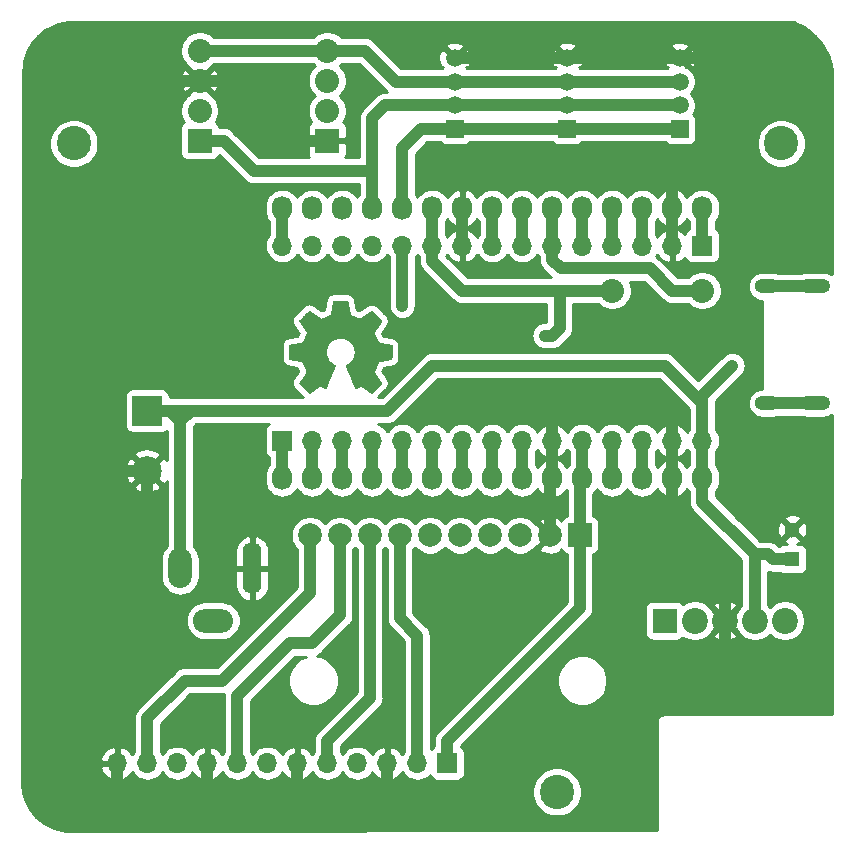
<source format=gbr>
G04 #@! TF.GenerationSoftware,KiCad,Pcbnew,(5.1.0)-1*
G04 #@! TF.CreationDate,2020-07-30T12:22:46+01:00*
G04 #@! TF.ProjectId,AirQualityLuftDaten,41697251-7561-46c6-9974-794c75667444,rev?*
G04 #@! TF.SameCoordinates,Original*
G04 #@! TF.FileFunction,Copper,L2,Bot*
G04 #@! TF.FilePolarity,Positive*
%FSLAX46Y46*%
G04 Gerber Fmt 4.6, Leading zero omitted, Abs format (unit mm)*
G04 Created by KiCad (PCBNEW (5.1.0)-1) date 2020-07-30 12:22:46*
%MOMM*%
%LPD*%
G04 APERTURE LIST*
%ADD10C,0.002540*%
%ADD11R,1.998980X1.998980*%
%ADD12C,1.998980*%
%ADD13C,2.900000*%
%ADD14O,1.727200X2.032000*%
%ADD15O,2.600000X1.200000*%
%ADD16O,2.100000X1.200000*%
%ADD17C,2.499360*%
%ADD18R,2.499360X2.499360*%
%ADD19O,3.401060X1.998980*%
%ADD20O,1.998980X3.401060*%
%ADD21O,1.600200X4.399280*%
%ADD22C,2.032000*%
%ADD23R,1.700000X1.700000*%
%ADD24O,1.700000X1.700000*%
%ADD25R,2.032000X2.032000*%
%ADD26R,1.500000X1.500000*%
%ADD27C,1.500000*%
%ADD28C,2.199640*%
%ADD29R,2.100580X2.100580*%
%ADD30C,1.300000*%
%ADD31R,1.300000X1.300000*%
%ADD32C,0.800000*%
%ADD33C,1.000000*%
%ADD34C,0.254000*%
G04 APERTURE END LIST*
D10*
G36*
X137520680Y-87810340D02*
G01*
X137520680Y-88369140D01*
X137520680Y-88455500D01*
X137520680Y-88534240D01*
X137520680Y-88602820D01*
X137520680Y-88663780D01*
X137520680Y-88717120D01*
X137520680Y-88765380D01*
X137520680Y-88806020D01*
X137520680Y-88841580D01*
X137518140Y-88869520D01*
X137518140Y-88892380D01*
X137518140Y-88910160D01*
X137518140Y-88925400D01*
X137515600Y-88935560D01*
X137515600Y-88940640D01*
X137515600Y-88943180D01*
X137502900Y-88960960D01*
X137485120Y-88973660D01*
X137464800Y-88981280D01*
X137457180Y-88983820D01*
X137441940Y-88986360D01*
X137419080Y-88988900D01*
X137388600Y-88996520D01*
X137353040Y-89001600D01*
X137309860Y-89011760D01*
X137261600Y-89019380D01*
X137210800Y-89029540D01*
X137152380Y-89039700D01*
X137093960Y-89052400D01*
X137030460Y-89062560D01*
X136964420Y-89075260D01*
X136933940Y-89080340D01*
X136855200Y-89095580D01*
X136784080Y-89108280D01*
X136720580Y-89120980D01*
X136664700Y-89131140D01*
X136616440Y-89141300D01*
X136573260Y-89148920D01*
X136535160Y-89156540D01*
X136504680Y-89161620D01*
X136479280Y-89166700D01*
X136456420Y-89171780D01*
X136438640Y-89176860D01*
X136425940Y-89181940D01*
X136413240Y-89184480D01*
X136405620Y-89187020D01*
X136400540Y-89192100D01*
X136395460Y-89194640D01*
X136390380Y-89197180D01*
X136387840Y-89202260D01*
X136385300Y-89204800D01*
X136385300Y-89207340D01*
X136382760Y-89212420D01*
X136377680Y-89225120D01*
X136367520Y-89247980D01*
X136357360Y-89273380D01*
X136344660Y-89306400D01*
X136326880Y-89344500D01*
X136309100Y-89390220D01*
X136291320Y-89435940D01*
X136271000Y-89489280D01*
X136248140Y-89542620D01*
X136225280Y-89601040D01*
X136212580Y-89634060D01*
X136184640Y-89702640D01*
X136159240Y-89766140D01*
X136136380Y-89819480D01*
X136118600Y-89867740D01*
X136100820Y-89910920D01*
X136088120Y-89946480D01*
X136075420Y-89976960D01*
X136065260Y-90002360D01*
X136060180Y-90022680D01*
X136052560Y-90040460D01*
X136050020Y-90055700D01*
X136047480Y-90065860D01*
X136044940Y-90076020D01*
X136044940Y-90083640D01*
X136044940Y-90088720D01*
X136047480Y-90093800D01*
X136050020Y-90098880D01*
X136050020Y-90103960D01*
X136052560Y-90109040D01*
X136062720Y-90121740D01*
X136075420Y-90139520D01*
X136090660Y-90164920D01*
X136110980Y-90195400D01*
X136133840Y-90230960D01*
X136161780Y-90269060D01*
X136192260Y-90312240D01*
X136222740Y-90360500D01*
X136258300Y-90411300D01*
X136293860Y-90464640D01*
X136331960Y-90517980D01*
X136349740Y-90545920D01*
X136387840Y-90601800D01*
X136425940Y-90655140D01*
X136461500Y-90708480D01*
X136494520Y-90756740D01*
X136525000Y-90802460D01*
X136552940Y-90843100D01*
X136578340Y-90878660D01*
X136601200Y-90911680D01*
X136618980Y-90939620D01*
X136634220Y-90959940D01*
X136644380Y-90975180D01*
X136649460Y-90982800D01*
X136649460Y-90985340D01*
X136654540Y-91003120D01*
X136652000Y-91023440D01*
X136649460Y-91031060D01*
X136646920Y-91036140D01*
X136636760Y-91048840D01*
X136618980Y-91064080D01*
X136598660Y-91086940D01*
X136573260Y-91114880D01*
X136540240Y-91145360D01*
X136504680Y-91183460D01*
X136464040Y-91224100D01*
X136420860Y-91267280D01*
X136372600Y-91315540D01*
X136321800Y-91366340D01*
X136268460Y-91419680D01*
X136245600Y-91442540D01*
X136187180Y-91500960D01*
X136133840Y-91554300D01*
X136085580Y-91602560D01*
X136044940Y-91643200D01*
X136006840Y-91681300D01*
X135973820Y-91711780D01*
X135945880Y-91739720D01*
X135923020Y-91765120D01*
X135900160Y-91782900D01*
X135882380Y-91800680D01*
X135869680Y-91813380D01*
X135856980Y-91823540D01*
X135846820Y-91831160D01*
X135839200Y-91836240D01*
X135831580Y-91841320D01*
X135826500Y-91841320D01*
X135821420Y-91843860D01*
X135816340Y-91841320D01*
X135811260Y-91841320D01*
X135808720Y-91838780D01*
X135806180Y-91838780D01*
X135801100Y-91836240D01*
X135788400Y-91828620D01*
X135768080Y-91815920D01*
X135745220Y-91800680D01*
X135714740Y-91780360D01*
X135679180Y-91754960D01*
X135638540Y-91729560D01*
X135595360Y-91701620D01*
X135549640Y-91668600D01*
X135501380Y-91635580D01*
X135450580Y-91600020D01*
X135412480Y-91574620D01*
X135341360Y-91526360D01*
X135280400Y-91483180D01*
X135224520Y-91445080D01*
X135173720Y-91409520D01*
X135130540Y-91381580D01*
X135092440Y-91353640D01*
X135056880Y-91330780D01*
X135028940Y-91313000D01*
X135006080Y-91295220D01*
X134985760Y-91282520D01*
X134967980Y-91269820D01*
X134955280Y-91262200D01*
X134942580Y-91254580D01*
X134934960Y-91249500D01*
X134927340Y-91246960D01*
X134922260Y-91244420D01*
X134919720Y-91244420D01*
X134917180Y-91244420D01*
X134914640Y-91244420D01*
X134909560Y-91244420D01*
X134907020Y-91244420D01*
X134904480Y-91244420D01*
X134899400Y-91244420D01*
X134891780Y-91244420D01*
X134886700Y-91246960D01*
X134876540Y-91249500D01*
X134868920Y-91252040D01*
X134853680Y-91259660D01*
X134838440Y-91267280D01*
X134815580Y-91277440D01*
X134790180Y-91292680D01*
X134759700Y-91307920D01*
X134719060Y-91328240D01*
X134683500Y-91348560D01*
X134635240Y-91373960D01*
X134597140Y-91394280D01*
X134561580Y-91412060D01*
X134536180Y-91427300D01*
X134513320Y-91437460D01*
X134495540Y-91445080D01*
X134480300Y-91450160D01*
X134470140Y-91452700D01*
X134462520Y-91452700D01*
X134454900Y-91452700D01*
X134449820Y-91447620D01*
X134444740Y-91445080D01*
X134442200Y-91440000D01*
X134439660Y-91434920D01*
X134432040Y-91422220D01*
X134424420Y-91401900D01*
X134411720Y-91373960D01*
X134396480Y-91340940D01*
X134381240Y-91300300D01*
X134360920Y-91254580D01*
X134340600Y-91203780D01*
X134315200Y-91147900D01*
X134292340Y-91089480D01*
X134264400Y-91025980D01*
X134236460Y-90957400D01*
X134208520Y-90888820D01*
X134178040Y-90817700D01*
X134147560Y-90744040D01*
X134117080Y-90667840D01*
X134084060Y-90591640D01*
X134053580Y-90515440D01*
X134020560Y-90436700D01*
X133987540Y-90360500D01*
X133957060Y-90284300D01*
X133926580Y-90210640D01*
X133896100Y-90136980D01*
X133868160Y-90065860D01*
X133840220Y-89999820D01*
X133812280Y-89933780D01*
X133786880Y-89872820D01*
X133764020Y-89814400D01*
X133743700Y-89763600D01*
X133723380Y-89715340D01*
X133705600Y-89672160D01*
X133690360Y-89634060D01*
X133680200Y-89603580D01*
X133670040Y-89580720D01*
X133662420Y-89565480D01*
X133659880Y-89555320D01*
X133659880Y-89542620D01*
X133662420Y-89532460D01*
X133670040Y-89519760D01*
X133680200Y-89509600D01*
X133697980Y-89494360D01*
X133723380Y-89479120D01*
X133743700Y-89463880D01*
X133766560Y-89448640D01*
X133791960Y-89433400D01*
X133812280Y-89418160D01*
X133830060Y-89405460D01*
X133837680Y-89402920D01*
X133852920Y-89390220D01*
X133870700Y-89374980D01*
X133893560Y-89359740D01*
X133916420Y-89341960D01*
X133921500Y-89339420D01*
X133974840Y-89296240D01*
X134028180Y-89247980D01*
X134078980Y-89192100D01*
X134129780Y-89136220D01*
X134172960Y-89077800D01*
X134200900Y-89039700D01*
X134251700Y-88950800D01*
X134294880Y-88859360D01*
X134330440Y-88765380D01*
X134360920Y-88668860D01*
X134378700Y-88569800D01*
X134391400Y-88470740D01*
X134393940Y-88369140D01*
X134388860Y-88270080D01*
X134376160Y-88171020D01*
X134355840Y-88071960D01*
X134325360Y-87975440D01*
X134312660Y-87939880D01*
X134269480Y-87843360D01*
X134218680Y-87751920D01*
X134162800Y-87665560D01*
X134099300Y-87586820D01*
X134028180Y-87513160D01*
X133951980Y-87444580D01*
X133868160Y-87383620D01*
X133781800Y-87327740D01*
X133720840Y-87297260D01*
X133629400Y-87256620D01*
X133540500Y-87223600D01*
X133451600Y-87200740D01*
X133357620Y-87185500D01*
X133263640Y-87175340D01*
X133187440Y-87172800D01*
X133141720Y-87175340D01*
X133101080Y-87175340D01*
X133065520Y-87177880D01*
X133029960Y-87182960D01*
X132989320Y-87188040D01*
X132961380Y-87193120D01*
X132867400Y-87215980D01*
X132773420Y-87246460D01*
X132681980Y-87284560D01*
X132593080Y-87327740D01*
X132509260Y-87381080D01*
X132430520Y-87439500D01*
X132354320Y-87503000D01*
X132293360Y-87566500D01*
X132227320Y-87647780D01*
X132166360Y-87731600D01*
X132115560Y-87820500D01*
X132072380Y-87914480D01*
X132036820Y-88011000D01*
X132008880Y-88112600D01*
X131988560Y-88219280D01*
X131986020Y-88234520D01*
X131983480Y-88262460D01*
X131980940Y-88295480D01*
X131980940Y-88333580D01*
X131980940Y-88374220D01*
X131980940Y-88417400D01*
X131983480Y-88458040D01*
X131986020Y-88493600D01*
X131988560Y-88526620D01*
X131988560Y-88536780D01*
X132006340Y-88640920D01*
X132034280Y-88742520D01*
X132069840Y-88839040D01*
X132113020Y-88933020D01*
X132163820Y-89021920D01*
X132224780Y-89110820D01*
X132234940Y-89126060D01*
X132262880Y-89159080D01*
X132295900Y-89194640D01*
X132331460Y-89230200D01*
X132369560Y-89268300D01*
X132405120Y-89301320D01*
X132440680Y-89329260D01*
X132453380Y-89339420D01*
X132473700Y-89354660D01*
X132496560Y-89372440D01*
X132519420Y-89387680D01*
X132534660Y-89400380D01*
X132537200Y-89402920D01*
X132552440Y-89413080D01*
X132572760Y-89425780D01*
X132595620Y-89441020D01*
X132618480Y-89456260D01*
X132631180Y-89463880D01*
X132659120Y-89484200D01*
X132681980Y-89499440D01*
X132697220Y-89512140D01*
X132707380Y-89524840D01*
X132712460Y-89535000D01*
X132715000Y-89545160D01*
X132715000Y-89555320D01*
X132712460Y-89560400D01*
X132707380Y-89575640D01*
X132697220Y-89595960D01*
X132687060Y-89623900D01*
X132674360Y-89659460D01*
X132656580Y-89700100D01*
X132638800Y-89745820D01*
X132618480Y-89796620D01*
X132595620Y-89852500D01*
X132570220Y-89913460D01*
X132544820Y-89976960D01*
X132516880Y-90043000D01*
X132486400Y-90114120D01*
X132458460Y-90185240D01*
X132427980Y-90258900D01*
X132394960Y-90335100D01*
X132364480Y-90411300D01*
X132331460Y-90487500D01*
X132300980Y-90566240D01*
X132267960Y-90642440D01*
X132237480Y-90718640D01*
X132207000Y-90792300D01*
X132176520Y-90865960D01*
X132146040Y-90934540D01*
X132118100Y-91003120D01*
X132092700Y-91066620D01*
X132064760Y-91127580D01*
X132041900Y-91186000D01*
X132019040Y-91236800D01*
X132001260Y-91285060D01*
X131980940Y-91328240D01*
X131965700Y-91363800D01*
X131953000Y-91394280D01*
X131942840Y-91417140D01*
X131937760Y-91432380D01*
X131932680Y-91440000D01*
X131927600Y-91445080D01*
X131922520Y-91450160D01*
X131917440Y-91452700D01*
X131909820Y-91452700D01*
X131899660Y-91452700D01*
X131889500Y-91447620D01*
X131874260Y-91442540D01*
X131853940Y-91432380D01*
X131828540Y-91422220D01*
X131800600Y-91406980D01*
X131765040Y-91386660D01*
X131721860Y-91363800D01*
X131691380Y-91348560D01*
X131645660Y-91325700D01*
X131610100Y-91305380D01*
X131577080Y-91287600D01*
X131554220Y-91274900D01*
X131533900Y-91264740D01*
X131516120Y-91257120D01*
X131503420Y-91252040D01*
X131495800Y-91249500D01*
X131488180Y-91246960D01*
X131480560Y-91244420D01*
X131475480Y-91244420D01*
X131470400Y-91244420D01*
X131465320Y-91244420D01*
X131462780Y-91244420D01*
X131460240Y-91244420D01*
X131457700Y-91244420D01*
X131455160Y-91244420D01*
X131450080Y-91244420D01*
X131445000Y-91246960D01*
X131437380Y-91252040D01*
X131427220Y-91257120D01*
X131417060Y-91264740D01*
X131401820Y-91272360D01*
X131384040Y-91285060D01*
X131361180Y-91300300D01*
X131335780Y-91318080D01*
X131305300Y-91338400D01*
X131269740Y-91363800D01*
X131229100Y-91391740D01*
X131183380Y-91422220D01*
X131130040Y-91457780D01*
X131071620Y-91500960D01*
X131008120Y-91544140D01*
X130954780Y-91579700D01*
X130903980Y-91615260D01*
X130853180Y-91648280D01*
X130807460Y-91681300D01*
X130764280Y-91709240D01*
X130723640Y-91737180D01*
X130688080Y-91760040D01*
X130660140Y-91782900D01*
X130634740Y-91798140D01*
X130614420Y-91810840D01*
X130604260Y-91818460D01*
X130599180Y-91823540D01*
X130576320Y-91836240D01*
X130556000Y-91841320D01*
X130535680Y-91841320D01*
X130530600Y-91838780D01*
X130520440Y-91828620D01*
X130502660Y-91813380D01*
X130479800Y-91790520D01*
X130451860Y-91762580D01*
X130416300Y-91729560D01*
X130375660Y-91688920D01*
X130327400Y-91640660D01*
X130274060Y-91589860D01*
X130215640Y-91528900D01*
X130149600Y-91462860D01*
X130124200Y-91437460D01*
X130065780Y-91379040D01*
X130012440Y-91325700D01*
X129964180Y-91277440D01*
X129923540Y-91236800D01*
X129885440Y-91198700D01*
X129852420Y-91168220D01*
X129827020Y-91137740D01*
X129801620Y-91114880D01*
X129781300Y-91094560D01*
X129766060Y-91076780D01*
X129753360Y-91064080D01*
X129743200Y-91051380D01*
X129733040Y-91041220D01*
X129727960Y-91033600D01*
X129725420Y-91028520D01*
X129722880Y-91025980D01*
X129720340Y-91020900D01*
X129717800Y-91005660D01*
X129720340Y-90992960D01*
X129720340Y-90990420D01*
X129725420Y-90985340D01*
X129733040Y-90972640D01*
X129743200Y-90954860D01*
X129760980Y-90929460D01*
X129781300Y-90901520D01*
X129804160Y-90865960D01*
X129832100Y-90825320D01*
X129860040Y-90782140D01*
X129893060Y-90733880D01*
X129928620Y-90685620D01*
X129964180Y-90632280D01*
X130002280Y-90576400D01*
X130020060Y-90551000D01*
X130058160Y-90495120D01*
X130093720Y-90441780D01*
X130129280Y-90390980D01*
X130162300Y-90340180D01*
X130195320Y-90297000D01*
X130223260Y-90253820D01*
X130248660Y-90215720D01*
X130271520Y-90182700D01*
X130289300Y-90157300D01*
X130304540Y-90134440D01*
X130314700Y-90119200D01*
X130319780Y-90109040D01*
X130322320Y-90103960D01*
X130324860Y-90098880D01*
X130327400Y-90091260D01*
X130329940Y-90086180D01*
X130329940Y-90078560D01*
X130327400Y-90068400D01*
X130324860Y-90058240D01*
X130322320Y-90045540D01*
X130317240Y-90027760D01*
X130309620Y-90007440D01*
X130299460Y-89982040D01*
X130289300Y-89951560D01*
X130274060Y-89916000D01*
X130258820Y-89875360D01*
X130241040Y-89829640D01*
X130218180Y-89773760D01*
X130195320Y-89712800D01*
X130167380Y-89644220D01*
X130162300Y-89634060D01*
X130139440Y-89575640D01*
X130116580Y-89519760D01*
X130093720Y-89466420D01*
X130075940Y-89415620D01*
X130055620Y-89369900D01*
X130040380Y-89329260D01*
X130025140Y-89291160D01*
X130012440Y-89260680D01*
X130002280Y-89237820D01*
X129994660Y-89220040D01*
X129989580Y-89209880D01*
X129989580Y-89207340D01*
X129987040Y-89202260D01*
X129984500Y-89199720D01*
X129981960Y-89197180D01*
X129976880Y-89192100D01*
X129971800Y-89189560D01*
X129964180Y-89187020D01*
X129954020Y-89181940D01*
X129941320Y-89179400D01*
X129926080Y-89174320D01*
X129905760Y-89169240D01*
X129880360Y-89164160D01*
X129852420Y-89159080D01*
X129816860Y-89151460D01*
X129776220Y-89143840D01*
X129730500Y-89136220D01*
X129677160Y-89126060D01*
X129618740Y-89113360D01*
X129550160Y-89100660D01*
X129473960Y-89087960D01*
X129438400Y-89080340D01*
X129372360Y-89067640D01*
X129308860Y-89057480D01*
X129245360Y-89044780D01*
X129186940Y-89034620D01*
X129133600Y-89024460D01*
X129082800Y-89014300D01*
X129037080Y-89006680D01*
X128998980Y-88999060D01*
X128965960Y-88991440D01*
X128940560Y-88986360D01*
X128920240Y-88983820D01*
X128910080Y-88981280D01*
X128907540Y-88981280D01*
X128887220Y-88971120D01*
X128869440Y-88955880D01*
X128856740Y-88938100D01*
X128856740Y-88933020D01*
X128854200Y-88925400D01*
X128854200Y-88912700D01*
X128854200Y-88892380D01*
X128851660Y-88866980D01*
X128851660Y-88831420D01*
X128851660Y-88788240D01*
X128851660Y-88737440D01*
X128851660Y-88681560D01*
X128851660Y-88612980D01*
X128851660Y-88539320D01*
X128851660Y-88455500D01*
X128851660Y-88364060D01*
X128851660Y-88361520D01*
X128854200Y-87810340D01*
X128866900Y-87792560D01*
X128877060Y-87782400D01*
X128887220Y-87774780D01*
X128889760Y-87772240D01*
X128897380Y-87769700D01*
X128910080Y-87767160D01*
X128932940Y-87764620D01*
X128960880Y-87757000D01*
X128996440Y-87751920D01*
X129039620Y-87744300D01*
X129085340Y-87734140D01*
X129138680Y-87723980D01*
X129194560Y-87713820D01*
X129255520Y-87701120D01*
X129319020Y-87690960D01*
X129385060Y-87678260D01*
X129435860Y-87668100D01*
X129519680Y-87652860D01*
X129600960Y-87637620D01*
X129672080Y-87624920D01*
X129738120Y-87612220D01*
X129796540Y-87599520D01*
X129847340Y-87591900D01*
X129890520Y-87581740D01*
X129926080Y-87574120D01*
X129954020Y-87569040D01*
X129971800Y-87563960D01*
X129984500Y-87561420D01*
X129999740Y-87551260D01*
X130012440Y-87538560D01*
X130014980Y-87536020D01*
X130017520Y-87528400D01*
X130025140Y-87513160D01*
X130035300Y-87492840D01*
X130048000Y-87464900D01*
X130063240Y-87431880D01*
X130078480Y-87396320D01*
X130096260Y-87353140D01*
X130116580Y-87309960D01*
X130136900Y-87261700D01*
X130157220Y-87213440D01*
X130177540Y-87162640D01*
X130200400Y-87111840D01*
X130220720Y-87063580D01*
X130243580Y-87012780D01*
X130263900Y-86964520D01*
X130281680Y-86921340D01*
X130299460Y-86878160D01*
X130314700Y-86840060D01*
X130329940Y-86807040D01*
X130340100Y-86776560D01*
X130350260Y-86756240D01*
X130355340Y-86738460D01*
X130360420Y-86730840D01*
X130360420Y-86713060D01*
X130355340Y-86697820D01*
X130355340Y-86695280D01*
X130352800Y-86690200D01*
X130345180Y-86677500D01*
X130332480Y-86657180D01*
X130314700Y-86631780D01*
X130294380Y-86601300D01*
X130271520Y-86565740D01*
X130243580Y-86525100D01*
X130213100Y-86481920D01*
X130180080Y-86433660D01*
X130147060Y-86382860D01*
X130108960Y-86329520D01*
X130070860Y-86271100D01*
X130040380Y-86227920D01*
X130002280Y-86169500D01*
X129964180Y-86113620D01*
X129926080Y-86060280D01*
X129893060Y-86009480D01*
X129860040Y-85963760D01*
X129829560Y-85920580D01*
X129804160Y-85882480D01*
X129781300Y-85846920D01*
X129760980Y-85818980D01*
X129745740Y-85793580D01*
X129733040Y-85775800D01*
X129725420Y-85765640D01*
X129722880Y-85763100D01*
X129720340Y-85747860D01*
X129720340Y-85730080D01*
X129720340Y-85725000D01*
X129722880Y-85722460D01*
X129722880Y-85719920D01*
X129725420Y-85714840D01*
X129730500Y-85709760D01*
X129735580Y-85702140D01*
X129743200Y-85691980D01*
X129753360Y-85681820D01*
X129766060Y-85666580D01*
X129781300Y-85651340D01*
X129801620Y-85631020D01*
X129824480Y-85608160D01*
X129849880Y-85580220D01*
X129882900Y-85549740D01*
X129918460Y-85514180D01*
X129959100Y-85473540D01*
X130004820Y-85425280D01*
X130055620Y-85374480D01*
X130114040Y-85316060D01*
X130121660Y-85308440D01*
X130180080Y-85250020D01*
X130233420Y-85196680D01*
X130281680Y-85150960D01*
X130322320Y-85107780D01*
X130360420Y-85072220D01*
X130393440Y-85039200D01*
X130421380Y-85011260D01*
X130444240Y-84988400D01*
X130464560Y-84968080D01*
X130482340Y-84952840D01*
X130495040Y-84940140D01*
X130507740Y-84929980D01*
X130515360Y-84922360D01*
X130522980Y-84914740D01*
X130528060Y-84912200D01*
X130533140Y-84909660D01*
X130535680Y-84907120D01*
X130538220Y-84907120D01*
X130553460Y-84907120D01*
X130568700Y-84909660D01*
X130573780Y-84912200D01*
X130586480Y-84919820D01*
X130606800Y-84932520D01*
X130629660Y-84947760D01*
X130660140Y-84968080D01*
X130695700Y-84993480D01*
X130736340Y-85018880D01*
X130779520Y-85049360D01*
X130827780Y-85082380D01*
X130878580Y-85117940D01*
X130931920Y-85153500D01*
X130990340Y-85191600D01*
X131036060Y-85224620D01*
X131094480Y-85265260D01*
X131150360Y-85303360D01*
X131203700Y-85338920D01*
X131254500Y-85374480D01*
X131302760Y-85407500D01*
X131345940Y-85437980D01*
X131386580Y-85463380D01*
X131422140Y-85488780D01*
X131452620Y-85509100D01*
X131475480Y-85524340D01*
X131493260Y-85537040D01*
X131505960Y-85544660D01*
X131511040Y-85547200D01*
X131516120Y-85552280D01*
X131521200Y-85554820D01*
X131528820Y-85554820D01*
X131533900Y-85557360D01*
X131541520Y-85557360D01*
X131551680Y-85557360D01*
X131564380Y-85554820D01*
X131579620Y-85549740D01*
X131597400Y-85544660D01*
X131620260Y-85537040D01*
X131645660Y-85526880D01*
X131676140Y-85514180D01*
X131714240Y-85498940D01*
X131757420Y-85481160D01*
X131805680Y-85460840D01*
X131861560Y-85437980D01*
X131925060Y-85412580D01*
X131960620Y-85399880D01*
X132034280Y-85369400D01*
X132097780Y-85341460D01*
X132156200Y-85318600D01*
X132204460Y-85298280D01*
X132245100Y-85280500D01*
X132280660Y-85265260D01*
X132308600Y-85252560D01*
X132328920Y-85242400D01*
X132344160Y-85237320D01*
X132351780Y-85232240D01*
X132361940Y-85219540D01*
X132369560Y-85204300D01*
X132372100Y-85201760D01*
X132372100Y-85194140D01*
X132377180Y-85178900D01*
X132379720Y-85156040D01*
X132387340Y-85125560D01*
X132392420Y-85090000D01*
X132402580Y-85046820D01*
X132410200Y-84998560D01*
X132420360Y-84945220D01*
X132433060Y-84889340D01*
X132443220Y-84828380D01*
X132455920Y-84762340D01*
X132468620Y-84696300D01*
X132478780Y-84632800D01*
X132491480Y-84564220D01*
X132504180Y-84498180D01*
X132516880Y-84434680D01*
X132529580Y-84373720D01*
X132539740Y-84317840D01*
X132549900Y-84264500D01*
X132557520Y-84218780D01*
X132565140Y-84178140D01*
X132572760Y-84142580D01*
X132577840Y-84114640D01*
X132582920Y-84091780D01*
X132585460Y-84079080D01*
X132588000Y-84074000D01*
X132595620Y-84063840D01*
X132605780Y-84053680D01*
X132608320Y-84051140D01*
X132623560Y-84040980D01*
X133187440Y-84040980D01*
X133751320Y-84040980D01*
X133766560Y-84053680D01*
X133779260Y-84063840D01*
X133786880Y-84074000D01*
X133789420Y-84076540D01*
X133789420Y-84084160D01*
X133791960Y-84096860D01*
X133797040Y-84119720D01*
X133802120Y-84150200D01*
X133809740Y-84185760D01*
X133817360Y-84226400D01*
X133827520Y-84274660D01*
X133837680Y-84328000D01*
X133847840Y-84383880D01*
X133860540Y-84444840D01*
X133870700Y-84508340D01*
X133883400Y-84576920D01*
X133896100Y-84645500D01*
X133911340Y-84726780D01*
X133926580Y-84802980D01*
X133939280Y-84869020D01*
X133949440Y-84929980D01*
X133959600Y-84980780D01*
X133969760Y-85026500D01*
X133977380Y-85067140D01*
X133982460Y-85100160D01*
X133990080Y-85130640D01*
X133995160Y-85153500D01*
X134000240Y-85173820D01*
X134002780Y-85189060D01*
X134007860Y-85204300D01*
X134010400Y-85214460D01*
X134012940Y-85222080D01*
X134018020Y-85227160D01*
X134020560Y-85229700D01*
X134023100Y-85234780D01*
X134028180Y-85237320D01*
X134030720Y-85239860D01*
X134033260Y-85239860D01*
X134038340Y-85242400D01*
X134051040Y-85250020D01*
X134071360Y-85257640D01*
X134099300Y-85267800D01*
X134132320Y-85283040D01*
X134170420Y-85298280D01*
X134213600Y-85316060D01*
X134259320Y-85336380D01*
X134310120Y-85356700D01*
X134363460Y-85377020D01*
X134419340Y-85399880D01*
X134485380Y-85427820D01*
X134546340Y-85453220D01*
X134597140Y-85473540D01*
X134642860Y-85493860D01*
X134683500Y-85509100D01*
X134716520Y-85521800D01*
X134744460Y-85531960D01*
X134769860Y-85542120D01*
X134790180Y-85547200D01*
X134805420Y-85552280D01*
X134820660Y-85554820D01*
X134830820Y-85557360D01*
X134838440Y-85557360D01*
X134846060Y-85554820D01*
X134853680Y-85554820D01*
X134858760Y-85549740D01*
X134866380Y-85547200D01*
X134871460Y-85542120D01*
X134879080Y-85539580D01*
X134891780Y-85529420D01*
X134912100Y-85516720D01*
X134940040Y-85498940D01*
X134970520Y-85476080D01*
X135006080Y-85450680D01*
X135049260Y-85422740D01*
X135092440Y-85392260D01*
X135143240Y-85359240D01*
X135194040Y-85323680D01*
X135247380Y-85285580D01*
X135303260Y-85247480D01*
X135343900Y-85219540D01*
X135402320Y-85181440D01*
X135455660Y-85143340D01*
X135509000Y-85107780D01*
X135559800Y-85072220D01*
X135605520Y-85041740D01*
X135648700Y-85011260D01*
X135689340Y-84985860D01*
X135722360Y-84963000D01*
X135750300Y-84945220D01*
X135773160Y-84927440D01*
X135790940Y-84917280D01*
X135801100Y-84912200D01*
X135806180Y-84909660D01*
X135818880Y-84907120D01*
X135834120Y-84907120D01*
X135836660Y-84907120D01*
X135839200Y-84909660D01*
X135844280Y-84909660D01*
X135849360Y-84914740D01*
X135854440Y-84919820D01*
X135864600Y-84927440D01*
X135874760Y-84935060D01*
X135887460Y-84947760D01*
X135902700Y-84963000D01*
X135923020Y-84980780D01*
X135945880Y-85003640D01*
X135971280Y-85029040D01*
X136001760Y-85059520D01*
X136037320Y-85095080D01*
X136077960Y-85135720D01*
X136123680Y-85178900D01*
X136174480Y-85229700D01*
X136230360Y-85288120D01*
X136253220Y-85308440D01*
X136311640Y-85366860D01*
X136362440Y-85420200D01*
X136410700Y-85468460D01*
X136451340Y-85509100D01*
X136489440Y-85544660D01*
X136519920Y-85577680D01*
X136547860Y-85605620D01*
X136570720Y-85628480D01*
X136591040Y-85648800D01*
X136606280Y-85666580D01*
X136618980Y-85679280D01*
X136629140Y-85691980D01*
X136636760Y-85699600D01*
X136644380Y-85707220D01*
X136646920Y-85714840D01*
X136649460Y-85717380D01*
X136652000Y-85722460D01*
X136654540Y-85725000D01*
X136654540Y-85727540D01*
X136654540Y-85730080D01*
X136654540Y-85747860D01*
X136649460Y-85763100D01*
X136646920Y-85768180D01*
X136639300Y-85780880D01*
X136626600Y-85798660D01*
X136608820Y-85824060D01*
X136588500Y-85854540D01*
X136565640Y-85890100D01*
X136537700Y-85930740D01*
X136507220Y-85973920D01*
X136474200Y-86022180D01*
X136441180Y-86072980D01*
X136403080Y-86126320D01*
X136364980Y-86182200D01*
X136337040Y-86222840D01*
X136296400Y-86281260D01*
X136258300Y-86334600D01*
X136222740Y-86387940D01*
X136189720Y-86438740D01*
X136156700Y-86487000D01*
X136126220Y-86530180D01*
X136100820Y-86568280D01*
X136077960Y-86603840D01*
X136057640Y-86634320D01*
X136042400Y-86657180D01*
X136029700Y-86674960D01*
X136024620Y-86685120D01*
X136022080Y-86690200D01*
X136014460Y-86713060D01*
X136014460Y-86728300D01*
X136017000Y-86733380D01*
X136022080Y-86748620D01*
X136029700Y-86768940D01*
X136042400Y-86796880D01*
X136055100Y-86829900D01*
X136070340Y-86868000D01*
X136088120Y-86908640D01*
X136105900Y-86951820D01*
X136126220Y-87000080D01*
X136146540Y-87048340D01*
X136169400Y-87099140D01*
X136189720Y-87149940D01*
X136210040Y-87200740D01*
X136232900Y-87249000D01*
X136253220Y-87297260D01*
X136273540Y-87342980D01*
X136291320Y-87386160D01*
X136309100Y-87424260D01*
X136321800Y-87457280D01*
X136337040Y-87487760D01*
X136347200Y-87510620D01*
X136354820Y-87525860D01*
X136357360Y-87536020D01*
X136359900Y-87536020D01*
X136370060Y-87548720D01*
X136385300Y-87558880D01*
X136387840Y-87561420D01*
X136395460Y-87563960D01*
X136413240Y-87566500D01*
X136436100Y-87571580D01*
X136469120Y-87579200D01*
X136509760Y-87586820D01*
X136558020Y-87596980D01*
X136613900Y-87607140D01*
X136677400Y-87619840D01*
X136745980Y-87632540D01*
X136824720Y-87647780D01*
X136906000Y-87663020D01*
X136931400Y-87668100D01*
X136999980Y-87680800D01*
X137066020Y-87690960D01*
X137129520Y-87703660D01*
X137187940Y-87713820D01*
X137243820Y-87723980D01*
X137294620Y-87734140D01*
X137340340Y-87744300D01*
X137380980Y-87751920D01*
X137414000Y-87757000D01*
X137441940Y-87762080D01*
X137459720Y-87767160D01*
X137472420Y-87769700D01*
X137474960Y-87769700D01*
X137492740Y-87779860D01*
X137507980Y-87792560D01*
X137520680Y-87810340D01*
X137520680Y-87810340D01*
G37*
X137520680Y-87810340D02*
X137520680Y-88369140D01*
X137520680Y-88455500D01*
X137520680Y-88534240D01*
X137520680Y-88602820D01*
X137520680Y-88663780D01*
X137520680Y-88717120D01*
X137520680Y-88765380D01*
X137520680Y-88806020D01*
X137520680Y-88841580D01*
X137518140Y-88869520D01*
X137518140Y-88892380D01*
X137518140Y-88910160D01*
X137518140Y-88925400D01*
X137515600Y-88935560D01*
X137515600Y-88940640D01*
X137515600Y-88943180D01*
X137502900Y-88960960D01*
X137485120Y-88973660D01*
X137464800Y-88981280D01*
X137457180Y-88983820D01*
X137441940Y-88986360D01*
X137419080Y-88988900D01*
X137388600Y-88996520D01*
X137353040Y-89001600D01*
X137309860Y-89011760D01*
X137261600Y-89019380D01*
X137210800Y-89029540D01*
X137152380Y-89039700D01*
X137093960Y-89052400D01*
X137030460Y-89062560D01*
X136964420Y-89075260D01*
X136933940Y-89080340D01*
X136855200Y-89095580D01*
X136784080Y-89108280D01*
X136720580Y-89120980D01*
X136664700Y-89131140D01*
X136616440Y-89141300D01*
X136573260Y-89148920D01*
X136535160Y-89156540D01*
X136504680Y-89161620D01*
X136479280Y-89166700D01*
X136456420Y-89171780D01*
X136438640Y-89176860D01*
X136425940Y-89181940D01*
X136413240Y-89184480D01*
X136405620Y-89187020D01*
X136400540Y-89192100D01*
X136395460Y-89194640D01*
X136390380Y-89197180D01*
X136387840Y-89202260D01*
X136385300Y-89204800D01*
X136385300Y-89207340D01*
X136382760Y-89212420D01*
X136377680Y-89225120D01*
X136367520Y-89247980D01*
X136357360Y-89273380D01*
X136344660Y-89306400D01*
X136326880Y-89344500D01*
X136309100Y-89390220D01*
X136291320Y-89435940D01*
X136271000Y-89489280D01*
X136248140Y-89542620D01*
X136225280Y-89601040D01*
X136212580Y-89634060D01*
X136184640Y-89702640D01*
X136159240Y-89766140D01*
X136136380Y-89819480D01*
X136118600Y-89867740D01*
X136100820Y-89910920D01*
X136088120Y-89946480D01*
X136075420Y-89976960D01*
X136065260Y-90002360D01*
X136060180Y-90022680D01*
X136052560Y-90040460D01*
X136050020Y-90055700D01*
X136047480Y-90065860D01*
X136044940Y-90076020D01*
X136044940Y-90083640D01*
X136044940Y-90088720D01*
X136047480Y-90093800D01*
X136050020Y-90098880D01*
X136050020Y-90103960D01*
X136052560Y-90109040D01*
X136062720Y-90121740D01*
X136075420Y-90139520D01*
X136090660Y-90164920D01*
X136110980Y-90195400D01*
X136133840Y-90230960D01*
X136161780Y-90269060D01*
X136192260Y-90312240D01*
X136222740Y-90360500D01*
X136258300Y-90411300D01*
X136293860Y-90464640D01*
X136331960Y-90517980D01*
X136349740Y-90545920D01*
X136387840Y-90601800D01*
X136425940Y-90655140D01*
X136461500Y-90708480D01*
X136494520Y-90756740D01*
X136525000Y-90802460D01*
X136552940Y-90843100D01*
X136578340Y-90878660D01*
X136601200Y-90911680D01*
X136618980Y-90939620D01*
X136634220Y-90959940D01*
X136644380Y-90975180D01*
X136649460Y-90982800D01*
X136649460Y-90985340D01*
X136654540Y-91003120D01*
X136652000Y-91023440D01*
X136649460Y-91031060D01*
X136646920Y-91036140D01*
X136636760Y-91048840D01*
X136618980Y-91064080D01*
X136598660Y-91086940D01*
X136573260Y-91114880D01*
X136540240Y-91145360D01*
X136504680Y-91183460D01*
X136464040Y-91224100D01*
X136420860Y-91267280D01*
X136372600Y-91315540D01*
X136321800Y-91366340D01*
X136268460Y-91419680D01*
X136245600Y-91442540D01*
X136187180Y-91500960D01*
X136133840Y-91554300D01*
X136085580Y-91602560D01*
X136044940Y-91643200D01*
X136006840Y-91681300D01*
X135973820Y-91711780D01*
X135945880Y-91739720D01*
X135923020Y-91765120D01*
X135900160Y-91782900D01*
X135882380Y-91800680D01*
X135869680Y-91813380D01*
X135856980Y-91823540D01*
X135846820Y-91831160D01*
X135839200Y-91836240D01*
X135831580Y-91841320D01*
X135826500Y-91841320D01*
X135821420Y-91843860D01*
X135816340Y-91841320D01*
X135811260Y-91841320D01*
X135808720Y-91838780D01*
X135806180Y-91838780D01*
X135801100Y-91836240D01*
X135788400Y-91828620D01*
X135768080Y-91815920D01*
X135745220Y-91800680D01*
X135714740Y-91780360D01*
X135679180Y-91754960D01*
X135638540Y-91729560D01*
X135595360Y-91701620D01*
X135549640Y-91668600D01*
X135501380Y-91635580D01*
X135450580Y-91600020D01*
X135412480Y-91574620D01*
X135341360Y-91526360D01*
X135280400Y-91483180D01*
X135224520Y-91445080D01*
X135173720Y-91409520D01*
X135130540Y-91381580D01*
X135092440Y-91353640D01*
X135056880Y-91330780D01*
X135028940Y-91313000D01*
X135006080Y-91295220D01*
X134985760Y-91282520D01*
X134967980Y-91269820D01*
X134955280Y-91262200D01*
X134942580Y-91254580D01*
X134934960Y-91249500D01*
X134927340Y-91246960D01*
X134922260Y-91244420D01*
X134919720Y-91244420D01*
X134917180Y-91244420D01*
X134914640Y-91244420D01*
X134909560Y-91244420D01*
X134907020Y-91244420D01*
X134904480Y-91244420D01*
X134899400Y-91244420D01*
X134891780Y-91244420D01*
X134886700Y-91246960D01*
X134876540Y-91249500D01*
X134868920Y-91252040D01*
X134853680Y-91259660D01*
X134838440Y-91267280D01*
X134815580Y-91277440D01*
X134790180Y-91292680D01*
X134759700Y-91307920D01*
X134719060Y-91328240D01*
X134683500Y-91348560D01*
X134635240Y-91373960D01*
X134597140Y-91394280D01*
X134561580Y-91412060D01*
X134536180Y-91427300D01*
X134513320Y-91437460D01*
X134495540Y-91445080D01*
X134480300Y-91450160D01*
X134470140Y-91452700D01*
X134462520Y-91452700D01*
X134454900Y-91452700D01*
X134449820Y-91447620D01*
X134444740Y-91445080D01*
X134442200Y-91440000D01*
X134439660Y-91434920D01*
X134432040Y-91422220D01*
X134424420Y-91401900D01*
X134411720Y-91373960D01*
X134396480Y-91340940D01*
X134381240Y-91300300D01*
X134360920Y-91254580D01*
X134340600Y-91203780D01*
X134315200Y-91147900D01*
X134292340Y-91089480D01*
X134264400Y-91025980D01*
X134236460Y-90957400D01*
X134208520Y-90888820D01*
X134178040Y-90817700D01*
X134147560Y-90744040D01*
X134117080Y-90667840D01*
X134084060Y-90591640D01*
X134053580Y-90515440D01*
X134020560Y-90436700D01*
X133987540Y-90360500D01*
X133957060Y-90284300D01*
X133926580Y-90210640D01*
X133896100Y-90136980D01*
X133868160Y-90065860D01*
X133840220Y-89999820D01*
X133812280Y-89933780D01*
X133786880Y-89872820D01*
X133764020Y-89814400D01*
X133743700Y-89763600D01*
X133723380Y-89715340D01*
X133705600Y-89672160D01*
X133690360Y-89634060D01*
X133680200Y-89603580D01*
X133670040Y-89580720D01*
X133662420Y-89565480D01*
X133659880Y-89555320D01*
X133659880Y-89542620D01*
X133662420Y-89532460D01*
X133670040Y-89519760D01*
X133680200Y-89509600D01*
X133697980Y-89494360D01*
X133723380Y-89479120D01*
X133743700Y-89463880D01*
X133766560Y-89448640D01*
X133791960Y-89433400D01*
X133812280Y-89418160D01*
X133830060Y-89405460D01*
X133837680Y-89402920D01*
X133852920Y-89390220D01*
X133870700Y-89374980D01*
X133893560Y-89359740D01*
X133916420Y-89341960D01*
X133921500Y-89339420D01*
X133974840Y-89296240D01*
X134028180Y-89247980D01*
X134078980Y-89192100D01*
X134129780Y-89136220D01*
X134172960Y-89077800D01*
X134200900Y-89039700D01*
X134251700Y-88950800D01*
X134294880Y-88859360D01*
X134330440Y-88765380D01*
X134360920Y-88668860D01*
X134378700Y-88569800D01*
X134391400Y-88470740D01*
X134393940Y-88369140D01*
X134388860Y-88270080D01*
X134376160Y-88171020D01*
X134355840Y-88071960D01*
X134325360Y-87975440D01*
X134312660Y-87939880D01*
X134269480Y-87843360D01*
X134218680Y-87751920D01*
X134162800Y-87665560D01*
X134099300Y-87586820D01*
X134028180Y-87513160D01*
X133951980Y-87444580D01*
X133868160Y-87383620D01*
X133781800Y-87327740D01*
X133720840Y-87297260D01*
X133629400Y-87256620D01*
X133540500Y-87223600D01*
X133451600Y-87200740D01*
X133357620Y-87185500D01*
X133263640Y-87175340D01*
X133187440Y-87172800D01*
X133141720Y-87175340D01*
X133101080Y-87175340D01*
X133065520Y-87177880D01*
X133029960Y-87182960D01*
X132989320Y-87188040D01*
X132961380Y-87193120D01*
X132867400Y-87215980D01*
X132773420Y-87246460D01*
X132681980Y-87284560D01*
X132593080Y-87327740D01*
X132509260Y-87381080D01*
X132430520Y-87439500D01*
X132354320Y-87503000D01*
X132293360Y-87566500D01*
X132227320Y-87647780D01*
X132166360Y-87731600D01*
X132115560Y-87820500D01*
X132072380Y-87914480D01*
X132036820Y-88011000D01*
X132008880Y-88112600D01*
X131988560Y-88219280D01*
X131986020Y-88234520D01*
X131983480Y-88262460D01*
X131980940Y-88295480D01*
X131980940Y-88333580D01*
X131980940Y-88374220D01*
X131980940Y-88417400D01*
X131983480Y-88458040D01*
X131986020Y-88493600D01*
X131988560Y-88526620D01*
X131988560Y-88536780D01*
X132006340Y-88640920D01*
X132034280Y-88742520D01*
X132069840Y-88839040D01*
X132113020Y-88933020D01*
X132163820Y-89021920D01*
X132224780Y-89110820D01*
X132234940Y-89126060D01*
X132262880Y-89159080D01*
X132295900Y-89194640D01*
X132331460Y-89230200D01*
X132369560Y-89268300D01*
X132405120Y-89301320D01*
X132440680Y-89329260D01*
X132453380Y-89339420D01*
X132473700Y-89354660D01*
X132496560Y-89372440D01*
X132519420Y-89387680D01*
X132534660Y-89400380D01*
X132537200Y-89402920D01*
X132552440Y-89413080D01*
X132572760Y-89425780D01*
X132595620Y-89441020D01*
X132618480Y-89456260D01*
X132631180Y-89463880D01*
X132659120Y-89484200D01*
X132681980Y-89499440D01*
X132697220Y-89512140D01*
X132707380Y-89524840D01*
X132712460Y-89535000D01*
X132715000Y-89545160D01*
X132715000Y-89555320D01*
X132712460Y-89560400D01*
X132707380Y-89575640D01*
X132697220Y-89595960D01*
X132687060Y-89623900D01*
X132674360Y-89659460D01*
X132656580Y-89700100D01*
X132638800Y-89745820D01*
X132618480Y-89796620D01*
X132595620Y-89852500D01*
X132570220Y-89913460D01*
X132544820Y-89976960D01*
X132516880Y-90043000D01*
X132486400Y-90114120D01*
X132458460Y-90185240D01*
X132427980Y-90258900D01*
X132394960Y-90335100D01*
X132364480Y-90411300D01*
X132331460Y-90487500D01*
X132300980Y-90566240D01*
X132267960Y-90642440D01*
X132237480Y-90718640D01*
X132207000Y-90792300D01*
X132176520Y-90865960D01*
X132146040Y-90934540D01*
X132118100Y-91003120D01*
X132092700Y-91066620D01*
X132064760Y-91127580D01*
X132041900Y-91186000D01*
X132019040Y-91236800D01*
X132001260Y-91285060D01*
X131980940Y-91328240D01*
X131965700Y-91363800D01*
X131953000Y-91394280D01*
X131942840Y-91417140D01*
X131937760Y-91432380D01*
X131932680Y-91440000D01*
X131927600Y-91445080D01*
X131922520Y-91450160D01*
X131917440Y-91452700D01*
X131909820Y-91452700D01*
X131899660Y-91452700D01*
X131889500Y-91447620D01*
X131874260Y-91442540D01*
X131853940Y-91432380D01*
X131828540Y-91422220D01*
X131800600Y-91406980D01*
X131765040Y-91386660D01*
X131721860Y-91363800D01*
X131691380Y-91348560D01*
X131645660Y-91325700D01*
X131610100Y-91305380D01*
X131577080Y-91287600D01*
X131554220Y-91274900D01*
X131533900Y-91264740D01*
X131516120Y-91257120D01*
X131503420Y-91252040D01*
X131495800Y-91249500D01*
X131488180Y-91246960D01*
X131480560Y-91244420D01*
X131475480Y-91244420D01*
X131470400Y-91244420D01*
X131465320Y-91244420D01*
X131462780Y-91244420D01*
X131460240Y-91244420D01*
X131457700Y-91244420D01*
X131455160Y-91244420D01*
X131450080Y-91244420D01*
X131445000Y-91246960D01*
X131437380Y-91252040D01*
X131427220Y-91257120D01*
X131417060Y-91264740D01*
X131401820Y-91272360D01*
X131384040Y-91285060D01*
X131361180Y-91300300D01*
X131335780Y-91318080D01*
X131305300Y-91338400D01*
X131269740Y-91363800D01*
X131229100Y-91391740D01*
X131183380Y-91422220D01*
X131130040Y-91457780D01*
X131071620Y-91500960D01*
X131008120Y-91544140D01*
X130954780Y-91579700D01*
X130903980Y-91615260D01*
X130853180Y-91648280D01*
X130807460Y-91681300D01*
X130764280Y-91709240D01*
X130723640Y-91737180D01*
X130688080Y-91760040D01*
X130660140Y-91782900D01*
X130634740Y-91798140D01*
X130614420Y-91810840D01*
X130604260Y-91818460D01*
X130599180Y-91823540D01*
X130576320Y-91836240D01*
X130556000Y-91841320D01*
X130535680Y-91841320D01*
X130530600Y-91838780D01*
X130520440Y-91828620D01*
X130502660Y-91813380D01*
X130479800Y-91790520D01*
X130451860Y-91762580D01*
X130416300Y-91729560D01*
X130375660Y-91688920D01*
X130327400Y-91640660D01*
X130274060Y-91589860D01*
X130215640Y-91528900D01*
X130149600Y-91462860D01*
X130124200Y-91437460D01*
X130065780Y-91379040D01*
X130012440Y-91325700D01*
X129964180Y-91277440D01*
X129923540Y-91236800D01*
X129885440Y-91198700D01*
X129852420Y-91168220D01*
X129827020Y-91137740D01*
X129801620Y-91114880D01*
X129781300Y-91094560D01*
X129766060Y-91076780D01*
X129753360Y-91064080D01*
X129743200Y-91051380D01*
X129733040Y-91041220D01*
X129727960Y-91033600D01*
X129725420Y-91028520D01*
X129722880Y-91025980D01*
X129720340Y-91020900D01*
X129717800Y-91005660D01*
X129720340Y-90992960D01*
X129720340Y-90990420D01*
X129725420Y-90985340D01*
X129733040Y-90972640D01*
X129743200Y-90954860D01*
X129760980Y-90929460D01*
X129781300Y-90901520D01*
X129804160Y-90865960D01*
X129832100Y-90825320D01*
X129860040Y-90782140D01*
X129893060Y-90733880D01*
X129928620Y-90685620D01*
X129964180Y-90632280D01*
X130002280Y-90576400D01*
X130020060Y-90551000D01*
X130058160Y-90495120D01*
X130093720Y-90441780D01*
X130129280Y-90390980D01*
X130162300Y-90340180D01*
X130195320Y-90297000D01*
X130223260Y-90253820D01*
X130248660Y-90215720D01*
X130271520Y-90182700D01*
X130289300Y-90157300D01*
X130304540Y-90134440D01*
X130314700Y-90119200D01*
X130319780Y-90109040D01*
X130322320Y-90103960D01*
X130324860Y-90098880D01*
X130327400Y-90091260D01*
X130329940Y-90086180D01*
X130329940Y-90078560D01*
X130327400Y-90068400D01*
X130324860Y-90058240D01*
X130322320Y-90045540D01*
X130317240Y-90027760D01*
X130309620Y-90007440D01*
X130299460Y-89982040D01*
X130289300Y-89951560D01*
X130274060Y-89916000D01*
X130258820Y-89875360D01*
X130241040Y-89829640D01*
X130218180Y-89773760D01*
X130195320Y-89712800D01*
X130167380Y-89644220D01*
X130162300Y-89634060D01*
X130139440Y-89575640D01*
X130116580Y-89519760D01*
X130093720Y-89466420D01*
X130075940Y-89415620D01*
X130055620Y-89369900D01*
X130040380Y-89329260D01*
X130025140Y-89291160D01*
X130012440Y-89260680D01*
X130002280Y-89237820D01*
X129994660Y-89220040D01*
X129989580Y-89209880D01*
X129989580Y-89207340D01*
X129987040Y-89202260D01*
X129984500Y-89199720D01*
X129981960Y-89197180D01*
X129976880Y-89192100D01*
X129971800Y-89189560D01*
X129964180Y-89187020D01*
X129954020Y-89181940D01*
X129941320Y-89179400D01*
X129926080Y-89174320D01*
X129905760Y-89169240D01*
X129880360Y-89164160D01*
X129852420Y-89159080D01*
X129816860Y-89151460D01*
X129776220Y-89143840D01*
X129730500Y-89136220D01*
X129677160Y-89126060D01*
X129618740Y-89113360D01*
X129550160Y-89100660D01*
X129473960Y-89087960D01*
X129438400Y-89080340D01*
X129372360Y-89067640D01*
X129308860Y-89057480D01*
X129245360Y-89044780D01*
X129186940Y-89034620D01*
X129133600Y-89024460D01*
X129082800Y-89014300D01*
X129037080Y-89006680D01*
X128998980Y-88999060D01*
X128965960Y-88991440D01*
X128940560Y-88986360D01*
X128920240Y-88983820D01*
X128910080Y-88981280D01*
X128907540Y-88981280D01*
X128887220Y-88971120D01*
X128869440Y-88955880D01*
X128856740Y-88938100D01*
X128856740Y-88933020D01*
X128854200Y-88925400D01*
X128854200Y-88912700D01*
X128854200Y-88892380D01*
X128851660Y-88866980D01*
X128851660Y-88831420D01*
X128851660Y-88788240D01*
X128851660Y-88737440D01*
X128851660Y-88681560D01*
X128851660Y-88612980D01*
X128851660Y-88539320D01*
X128851660Y-88455500D01*
X128851660Y-88364060D01*
X128851660Y-88361520D01*
X128854200Y-87810340D01*
X128866900Y-87792560D01*
X128877060Y-87782400D01*
X128887220Y-87774780D01*
X128889760Y-87772240D01*
X128897380Y-87769700D01*
X128910080Y-87767160D01*
X128932940Y-87764620D01*
X128960880Y-87757000D01*
X128996440Y-87751920D01*
X129039620Y-87744300D01*
X129085340Y-87734140D01*
X129138680Y-87723980D01*
X129194560Y-87713820D01*
X129255520Y-87701120D01*
X129319020Y-87690960D01*
X129385060Y-87678260D01*
X129435860Y-87668100D01*
X129519680Y-87652860D01*
X129600960Y-87637620D01*
X129672080Y-87624920D01*
X129738120Y-87612220D01*
X129796540Y-87599520D01*
X129847340Y-87591900D01*
X129890520Y-87581740D01*
X129926080Y-87574120D01*
X129954020Y-87569040D01*
X129971800Y-87563960D01*
X129984500Y-87561420D01*
X129999740Y-87551260D01*
X130012440Y-87538560D01*
X130014980Y-87536020D01*
X130017520Y-87528400D01*
X130025140Y-87513160D01*
X130035300Y-87492840D01*
X130048000Y-87464900D01*
X130063240Y-87431880D01*
X130078480Y-87396320D01*
X130096260Y-87353140D01*
X130116580Y-87309960D01*
X130136900Y-87261700D01*
X130157220Y-87213440D01*
X130177540Y-87162640D01*
X130200400Y-87111840D01*
X130220720Y-87063580D01*
X130243580Y-87012780D01*
X130263900Y-86964520D01*
X130281680Y-86921340D01*
X130299460Y-86878160D01*
X130314700Y-86840060D01*
X130329940Y-86807040D01*
X130340100Y-86776560D01*
X130350260Y-86756240D01*
X130355340Y-86738460D01*
X130360420Y-86730840D01*
X130360420Y-86713060D01*
X130355340Y-86697820D01*
X130355340Y-86695280D01*
X130352800Y-86690200D01*
X130345180Y-86677500D01*
X130332480Y-86657180D01*
X130314700Y-86631780D01*
X130294380Y-86601300D01*
X130271520Y-86565740D01*
X130243580Y-86525100D01*
X130213100Y-86481920D01*
X130180080Y-86433660D01*
X130147060Y-86382860D01*
X130108960Y-86329520D01*
X130070860Y-86271100D01*
X130040380Y-86227920D01*
X130002280Y-86169500D01*
X129964180Y-86113620D01*
X129926080Y-86060280D01*
X129893060Y-86009480D01*
X129860040Y-85963760D01*
X129829560Y-85920580D01*
X129804160Y-85882480D01*
X129781300Y-85846920D01*
X129760980Y-85818980D01*
X129745740Y-85793580D01*
X129733040Y-85775800D01*
X129725420Y-85765640D01*
X129722880Y-85763100D01*
X129720340Y-85747860D01*
X129720340Y-85730080D01*
X129720340Y-85725000D01*
X129722880Y-85722460D01*
X129722880Y-85719920D01*
X129725420Y-85714840D01*
X129730500Y-85709760D01*
X129735580Y-85702140D01*
X129743200Y-85691980D01*
X129753360Y-85681820D01*
X129766060Y-85666580D01*
X129781300Y-85651340D01*
X129801620Y-85631020D01*
X129824480Y-85608160D01*
X129849880Y-85580220D01*
X129882900Y-85549740D01*
X129918460Y-85514180D01*
X129959100Y-85473540D01*
X130004820Y-85425280D01*
X130055620Y-85374480D01*
X130114040Y-85316060D01*
X130121660Y-85308440D01*
X130180080Y-85250020D01*
X130233420Y-85196680D01*
X130281680Y-85150960D01*
X130322320Y-85107780D01*
X130360420Y-85072220D01*
X130393440Y-85039200D01*
X130421380Y-85011260D01*
X130444240Y-84988400D01*
X130464560Y-84968080D01*
X130482340Y-84952840D01*
X130495040Y-84940140D01*
X130507740Y-84929980D01*
X130515360Y-84922360D01*
X130522980Y-84914740D01*
X130528060Y-84912200D01*
X130533140Y-84909660D01*
X130535680Y-84907120D01*
X130538220Y-84907120D01*
X130553460Y-84907120D01*
X130568700Y-84909660D01*
X130573780Y-84912200D01*
X130586480Y-84919820D01*
X130606800Y-84932520D01*
X130629660Y-84947760D01*
X130660140Y-84968080D01*
X130695700Y-84993480D01*
X130736340Y-85018880D01*
X130779520Y-85049360D01*
X130827780Y-85082380D01*
X130878580Y-85117940D01*
X130931920Y-85153500D01*
X130990340Y-85191600D01*
X131036060Y-85224620D01*
X131094480Y-85265260D01*
X131150360Y-85303360D01*
X131203700Y-85338920D01*
X131254500Y-85374480D01*
X131302760Y-85407500D01*
X131345940Y-85437980D01*
X131386580Y-85463380D01*
X131422140Y-85488780D01*
X131452620Y-85509100D01*
X131475480Y-85524340D01*
X131493260Y-85537040D01*
X131505960Y-85544660D01*
X131511040Y-85547200D01*
X131516120Y-85552280D01*
X131521200Y-85554820D01*
X131528820Y-85554820D01*
X131533900Y-85557360D01*
X131541520Y-85557360D01*
X131551680Y-85557360D01*
X131564380Y-85554820D01*
X131579620Y-85549740D01*
X131597400Y-85544660D01*
X131620260Y-85537040D01*
X131645660Y-85526880D01*
X131676140Y-85514180D01*
X131714240Y-85498940D01*
X131757420Y-85481160D01*
X131805680Y-85460840D01*
X131861560Y-85437980D01*
X131925060Y-85412580D01*
X131960620Y-85399880D01*
X132034280Y-85369400D01*
X132097780Y-85341460D01*
X132156200Y-85318600D01*
X132204460Y-85298280D01*
X132245100Y-85280500D01*
X132280660Y-85265260D01*
X132308600Y-85252560D01*
X132328920Y-85242400D01*
X132344160Y-85237320D01*
X132351780Y-85232240D01*
X132361940Y-85219540D01*
X132369560Y-85204300D01*
X132372100Y-85201760D01*
X132372100Y-85194140D01*
X132377180Y-85178900D01*
X132379720Y-85156040D01*
X132387340Y-85125560D01*
X132392420Y-85090000D01*
X132402580Y-85046820D01*
X132410200Y-84998560D01*
X132420360Y-84945220D01*
X132433060Y-84889340D01*
X132443220Y-84828380D01*
X132455920Y-84762340D01*
X132468620Y-84696300D01*
X132478780Y-84632800D01*
X132491480Y-84564220D01*
X132504180Y-84498180D01*
X132516880Y-84434680D01*
X132529580Y-84373720D01*
X132539740Y-84317840D01*
X132549900Y-84264500D01*
X132557520Y-84218780D01*
X132565140Y-84178140D01*
X132572760Y-84142580D01*
X132577840Y-84114640D01*
X132582920Y-84091780D01*
X132585460Y-84079080D01*
X132588000Y-84074000D01*
X132595620Y-84063840D01*
X132605780Y-84053680D01*
X132608320Y-84051140D01*
X132623560Y-84040980D01*
X133187440Y-84040980D01*
X133751320Y-84040980D01*
X133766560Y-84053680D01*
X133779260Y-84063840D01*
X133786880Y-84074000D01*
X133789420Y-84076540D01*
X133789420Y-84084160D01*
X133791960Y-84096860D01*
X133797040Y-84119720D01*
X133802120Y-84150200D01*
X133809740Y-84185760D01*
X133817360Y-84226400D01*
X133827520Y-84274660D01*
X133837680Y-84328000D01*
X133847840Y-84383880D01*
X133860540Y-84444840D01*
X133870700Y-84508340D01*
X133883400Y-84576920D01*
X133896100Y-84645500D01*
X133911340Y-84726780D01*
X133926580Y-84802980D01*
X133939280Y-84869020D01*
X133949440Y-84929980D01*
X133959600Y-84980780D01*
X133969760Y-85026500D01*
X133977380Y-85067140D01*
X133982460Y-85100160D01*
X133990080Y-85130640D01*
X133995160Y-85153500D01*
X134000240Y-85173820D01*
X134002780Y-85189060D01*
X134007860Y-85204300D01*
X134010400Y-85214460D01*
X134012940Y-85222080D01*
X134018020Y-85227160D01*
X134020560Y-85229700D01*
X134023100Y-85234780D01*
X134028180Y-85237320D01*
X134030720Y-85239860D01*
X134033260Y-85239860D01*
X134038340Y-85242400D01*
X134051040Y-85250020D01*
X134071360Y-85257640D01*
X134099300Y-85267800D01*
X134132320Y-85283040D01*
X134170420Y-85298280D01*
X134213600Y-85316060D01*
X134259320Y-85336380D01*
X134310120Y-85356700D01*
X134363460Y-85377020D01*
X134419340Y-85399880D01*
X134485380Y-85427820D01*
X134546340Y-85453220D01*
X134597140Y-85473540D01*
X134642860Y-85493860D01*
X134683500Y-85509100D01*
X134716520Y-85521800D01*
X134744460Y-85531960D01*
X134769860Y-85542120D01*
X134790180Y-85547200D01*
X134805420Y-85552280D01*
X134820660Y-85554820D01*
X134830820Y-85557360D01*
X134838440Y-85557360D01*
X134846060Y-85554820D01*
X134853680Y-85554820D01*
X134858760Y-85549740D01*
X134866380Y-85547200D01*
X134871460Y-85542120D01*
X134879080Y-85539580D01*
X134891780Y-85529420D01*
X134912100Y-85516720D01*
X134940040Y-85498940D01*
X134970520Y-85476080D01*
X135006080Y-85450680D01*
X135049260Y-85422740D01*
X135092440Y-85392260D01*
X135143240Y-85359240D01*
X135194040Y-85323680D01*
X135247380Y-85285580D01*
X135303260Y-85247480D01*
X135343900Y-85219540D01*
X135402320Y-85181440D01*
X135455660Y-85143340D01*
X135509000Y-85107780D01*
X135559800Y-85072220D01*
X135605520Y-85041740D01*
X135648700Y-85011260D01*
X135689340Y-84985860D01*
X135722360Y-84963000D01*
X135750300Y-84945220D01*
X135773160Y-84927440D01*
X135790940Y-84917280D01*
X135801100Y-84912200D01*
X135806180Y-84909660D01*
X135818880Y-84907120D01*
X135834120Y-84907120D01*
X135836660Y-84907120D01*
X135839200Y-84909660D01*
X135844280Y-84909660D01*
X135849360Y-84914740D01*
X135854440Y-84919820D01*
X135864600Y-84927440D01*
X135874760Y-84935060D01*
X135887460Y-84947760D01*
X135902700Y-84963000D01*
X135923020Y-84980780D01*
X135945880Y-85003640D01*
X135971280Y-85029040D01*
X136001760Y-85059520D01*
X136037320Y-85095080D01*
X136077960Y-85135720D01*
X136123680Y-85178900D01*
X136174480Y-85229700D01*
X136230360Y-85288120D01*
X136253220Y-85308440D01*
X136311640Y-85366860D01*
X136362440Y-85420200D01*
X136410700Y-85468460D01*
X136451340Y-85509100D01*
X136489440Y-85544660D01*
X136519920Y-85577680D01*
X136547860Y-85605620D01*
X136570720Y-85628480D01*
X136591040Y-85648800D01*
X136606280Y-85666580D01*
X136618980Y-85679280D01*
X136629140Y-85691980D01*
X136636760Y-85699600D01*
X136644380Y-85707220D01*
X136646920Y-85714840D01*
X136649460Y-85717380D01*
X136652000Y-85722460D01*
X136654540Y-85725000D01*
X136654540Y-85727540D01*
X136654540Y-85730080D01*
X136654540Y-85747860D01*
X136649460Y-85763100D01*
X136646920Y-85768180D01*
X136639300Y-85780880D01*
X136626600Y-85798660D01*
X136608820Y-85824060D01*
X136588500Y-85854540D01*
X136565640Y-85890100D01*
X136537700Y-85930740D01*
X136507220Y-85973920D01*
X136474200Y-86022180D01*
X136441180Y-86072980D01*
X136403080Y-86126320D01*
X136364980Y-86182200D01*
X136337040Y-86222840D01*
X136296400Y-86281260D01*
X136258300Y-86334600D01*
X136222740Y-86387940D01*
X136189720Y-86438740D01*
X136156700Y-86487000D01*
X136126220Y-86530180D01*
X136100820Y-86568280D01*
X136077960Y-86603840D01*
X136057640Y-86634320D01*
X136042400Y-86657180D01*
X136029700Y-86674960D01*
X136024620Y-86685120D01*
X136022080Y-86690200D01*
X136014460Y-86713060D01*
X136014460Y-86728300D01*
X136017000Y-86733380D01*
X136022080Y-86748620D01*
X136029700Y-86768940D01*
X136042400Y-86796880D01*
X136055100Y-86829900D01*
X136070340Y-86868000D01*
X136088120Y-86908640D01*
X136105900Y-86951820D01*
X136126220Y-87000080D01*
X136146540Y-87048340D01*
X136169400Y-87099140D01*
X136189720Y-87149940D01*
X136210040Y-87200740D01*
X136232900Y-87249000D01*
X136253220Y-87297260D01*
X136273540Y-87342980D01*
X136291320Y-87386160D01*
X136309100Y-87424260D01*
X136321800Y-87457280D01*
X136337040Y-87487760D01*
X136347200Y-87510620D01*
X136354820Y-87525860D01*
X136357360Y-87536020D01*
X136359900Y-87536020D01*
X136370060Y-87548720D01*
X136385300Y-87558880D01*
X136387840Y-87561420D01*
X136395460Y-87563960D01*
X136413240Y-87566500D01*
X136436100Y-87571580D01*
X136469120Y-87579200D01*
X136509760Y-87586820D01*
X136558020Y-87596980D01*
X136613900Y-87607140D01*
X136677400Y-87619840D01*
X136745980Y-87632540D01*
X136824720Y-87647780D01*
X136906000Y-87663020D01*
X136931400Y-87668100D01*
X136999980Y-87680800D01*
X137066020Y-87690960D01*
X137129520Y-87703660D01*
X137187940Y-87713820D01*
X137243820Y-87723980D01*
X137294620Y-87734140D01*
X137340340Y-87744300D01*
X137380980Y-87751920D01*
X137414000Y-87757000D01*
X137441940Y-87762080D01*
X137459720Y-87767160D01*
X137472420Y-87769700D01*
X137474960Y-87769700D01*
X137492740Y-87779860D01*
X137507980Y-87792560D01*
X137520680Y-87810340D01*
D11*
X153485006Y-103894999D03*
D12*
X150945006Y-103894999D03*
X148405006Y-103894999D03*
X145865006Y-103894999D03*
X143325006Y-103894999D03*
X140785006Y-103894999D03*
X138245006Y-103894999D03*
X130625006Y-103894999D03*
X133165006Y-103894999D03*
X135705006Y-103894999D03*
D13*
X110624770Y-70723050D03*
X170524763Y-70723050D03*
X151524763Y-125623051D03*
D14*
X130810000Y-76200000D03*
X135890000Y-76200000D03*
X133350000Y-76200000D03*
X153670000Y-76200000D03*
X151130000Y-76200000D03*
X146050000Y-76200000D03*
X148590000Y-76200000D03*
X163830000Y-76200000D03*
X143510000Y-76200000D03*
X138430000Y-76200000D03*
X140970000Y-76200000D03*
X156210000Y-76200000D03*
X161290000Y-76200000D03*
X158750000Y-76200000D03*
X128270000Y-76200000D03*
X163830000Y-99060000D03*
X161290000Y-99060000D03*
X158750000Y-99060000D03*
X156210000Y-99060000D03*
X153670000Y-99060000D03*
X151130000Y-99060000D03*
X148590000Y-99060000D03*
X146050000Y-99060000D03*
X143510000Y-99060000D03*
X140970000Y-99060000D03*
X138430000Y-99060000D03*
X135890000Y-99060000D03*
X133350000Y-99060000D03*
X130810000Y-99060000D03*
X128270000Y-99060000D03*
D15*
X173355000Y-82810000D03*
X173355000Y-92710000D03*
D16*
X169355000Y-82810000D03*
X169355000Y-92710000D03*
D17*
X116840000Y-98425000D03*
D18*
X116840000Y-93345000D03*
D19*
X122428000Y-111125000D03*
D20*
X119634000Y-106680000D03*
D21*
X125730000Y-106680000D03*
D22*
X156210000Y-83185000D03*
X163830000Y-83185000D03*
D23*
X128270000Y-95885000D03*
D24*
X130810000Y-95885000D03*
X133350000Y-95885000D03*
X135890000Y-95885000D03*
X138430000Y-95885000D03*
X140970000Y-95885000D03*
X143510000Y-95885000D03*
X146050000Y-95885000D03*
X148590000Y-95885000D03*
X151130000Y-95885000D03*
X153670000Y-95885000D03*
X156210000Y-95885000D03*
X158750000Y-95885000D03*
X161290000Y-95885000D03*
X163830000Y-95885000D03*
X128270000Y-79375000D03*
X130810000Y-79375000D03*
X133350000Y-79375000D03*
X135890000Y-79375000D03*
X138430000Y-79375000D03*
X140970000Y-79375000D03*
X143510000Y-79375000D03*
X146050000Y-79375000D03*
X148590000Y-79375000D03*
X151130000Y-79375000D03*
X153670000Y-79375000D03*
X156210000Y-79375000D03*
X158750000Y-79375000D03*
X161290000Y-79375000D03*
D23*
X163830000Y-79375000D03*
D25*
X121285000Y-70485000D03*
D22*
X121285000Y-67945000D03*
X121285000Y-65405000D03*
X121285000Y-62865000D03*
D26*
X142875000Y-69500000D03*
D27*
X142875000Y-67500000D03*
X142875000Y-65500000D03*
X142875000Y-63500000D03*
X152400000Y-63500000D03*
X152400000Y-65500000D03*
X152400000Y-67500000D03*
D26*
X152400000Y-69500000D03*
X161925000Y-69500000D03*
D27*
X161925000Y-67500000D03*
X161925000Y-65500000D03*
X161925000Y-63500000D03*
D25*
X132080000Y-70485000D03*
D22*
X132080000Y-67945000D03*
X132080000Y-65405000D03*
X132080000Y-62865000D03*
D28*
X170815000Y-111125000D03*
X168275000Y-111125000D03*
X165735000Y-111125000D03*
X163195000Y-111125000D03*
D29*
X160655000Y-111125000D03*
D30*
X171450000Y-103418000D03*
D31*
X171450000Y-105918000D03*
D23*
X142240000Y-123190000D03*
D24*
X139700000Y-123190000D03*
X137160000Y-123190000D03*
X134620000Y-123190000D03*
X132080000Y-123190000D03*
X129540000Y-123190000D03*
X127000000Y-123190000D03*
X124460000Y-123190000D03*
X121920000Y-123190000D03*
X119380000Y-123190000D03*
X116840000Y-123190000D03*
X114300000Y-123190000D03*
D32*
X166370000Y-89535000D03*
X150495000Y-86995000D03*
X138430000Y-84455000D03*
D33*
X142875000Y-63500000D02*
X152400000Y-63500000D01*
X152400000Y-63500000D02*
X161925000Y-63500000D01*
X161290000Y-74184000D02*
X162449000Y-73025000D01*
X161290000Y-76200000D02*
X161290000Y-74184000D01*
X162449000Y-73025000D02*
X164465000Y-73025000D01*
X164465000Y-73025000D02*
X165735000Y-71755000D01*
X165735000Y-71755000D02*
X165735000Y-64135000D01*
X165100000Y-63500000D02*
X161925000Y-63500000D01*
X165735000Y-64135000D02*
X165100000Y-63500000D01*
X165735000Y-109569620D02*
X165735000Y-111125000D01*
X165735000Y-105521000D02*
X165735000Y-109569620D01*
X161290000Y-101076000D02*
X165735000Y-105521000D01*
X161290000Y-99060000D02*
X161290000Y-101076000D01*
X150945006Y-99244994D02*
X151130000Y-99060000D01*
X150945006Y-103894999D02*
X150945006Y-99244994D01*
X109855000Y-122555000D02*
X109855000Y-125095000D01*
X109855000Y-125095000D02*
X111125000Y-126365000D01*
X130064000Y-70485000D02*
X132080000Y-70485000D01*
X128905000Y-69326000D02*
X130064000Y-70485000D01*
X128905000Y-67310000D02*
X128905000Y-69326000D01*
X127000000Y-65405000D02*
X128905000Y-67310000D01*
X121285000Y-65405000D02*
X127000000Y-65405000D01*
X109855000Y-119380000D02*
X109855000Y-122555000D01*
X116840000Y-98425000D02*
X116840000Y-112395000D01*
X116840000Y-112395000D02*
X109855000Y-119380000D01*
X119848160Y-65405000D02*
X113030000Y-72223160D01*
X121285000Y-65405000D02*
X119848160Y-65405000D01*
X113030000Y-72223160D02*
X113030000Y-97155000D01*
X113030000Y-97155000D02*
X114300000Y-98425000D01*
X114300000Y-98425000D02*
X116840000Y-98425000D01*
X143510000Y-79375000D02*
X143510000Y-76200000D01*
X161290000Y-79375000D02*
X161290000Y-76200000D01*
X151130000Y-99060000D02*
X151130000Y-95885000D01*
X151130000Y-95885000D02*
X151130000Y-93345000D01*
X151130000Y-93345000D02*
X153035000Y-91440000D01*
X153035000Y-91440000D02*
X159385000Y-91440000D01*
X161290000Y-93345000D02*
X161290000Y-95885000D01*
X159385000Y-91440000D02*
X161290000Y-93345000D01*
X161290000Y-95885000D02*
X161290000Y-99060000D01*
X146050000Y-126365000D02*
X150495000Y-121920000D01*
X150495000Y-121920000D02*
X155067000Y-121920000D01*
X155067000Y-121920000D02*
X161798000Y-115189000D01*
X161798000Y-115189000D02*
X164338000Y-115189000D01*
X165735000Y-113792000D02*
X165735000Y-111125000D01*
X164338000Y-115189000D02*
X165735000Y-113792000D01*
X139065000Y-126365000D02*
X140208000Y-126365000D01*
X140208000Y-126365000D02*
X146050000Y-126365000D01*
X121920000Y-126365000D02*
X121920000Y-123190000D01*
X120015000Y-126365000D02*
X121920000Y-126365000D01*
X114300000Y-126365000D02*
X114300000Y-123190000D01*
X114300000Y-126365000D02*
X120015000Y-126365000D01*
X111125000Y-126365000D02*
X114300000Y-126365000D01*
X129540000Y-126365000D02*
X129540000Y-123190000D01*
X129540000Y-126365000D02*
X130175000Y-126365000D01*
X121920000Y-126365000D02*
X129540000Y-126365000D01*
X137160000Y-126365000D02*
X137160000Y-123190000D01*
X137160000Y-126365000D02*
X139065000Y-126365000D01*
X130175000Y-126365000D02*
X137160000Y-126365000D01*
X168275000Y-109569620D02*
X168275000Y-111125000D01*
X163830000Y-101076000D02*
X168275000Y-105521000D01*
X163830000Y-99060000D02*
X163830000Y-101076000D01*
X116840000Y-93345000D02*
X118745000Y-93345000D01*
X137160000Y-93345000D02*
X140970000Y-89535000D01*
X140970000Y-89535000D02*
X160655000Y-89535000D01*
X160655000Y-89535000D02*
X163830000Y-92710000D01*
X163830000Y-92710000D02*
X163830000Y-95885000D01*
X119634000Y-94234000D02*
X118745000Y-93345000D01*
X119634000Y-106680000D02*
X119634000Y-94234000D01*
X120523000Y-93345000D02*
X119634000Y-94234000D01*
X121285000Y-93345000D02*
X120523000Y-93345000D01*
X121285000Y-93345000D02*
X137160000Y-93345000D01*
X118745000Y-93345000D02*
X121285000Y-93345000D01*
X163830000Y-95885000D02*
X163830000Y-92075000D01*
X163830000Y-92075000D02*
X166370000Y-89535000D01*
X163830000Y-95885000D02*
X163830000Y-99060000D01*
X168275000Y-106934000D02*
X168275000Y-109569620D01*
X168275000Y-105521000D02*
X168275000Y-106934000D01*
X169403000Y-105521000D02*
X168275000Y-105521000D01*
X169800000Y-105918000D02*
X169403000Y-105521000D01*
X171450000Y-105918000D02*
X169800000Y-105918000D01*
X130625006Y-108769994D02*
X130625006Y-103894999D01*
X123190000Y-116205000D02*
X130625006Y-108769994D01*
X116840000Y-119380000D02*
X120015000Y-116205000D01*
X116840000Y-123190000D02*
X116840000Y-119380000D01*
X120015000Y-116205000D02*
X123190000Y-116205000D01*
X133165006Y-103894999D02*
X133165006Y-110674994D01*
X133165006Y-110674994D02*
X130810000Y-113030000D01*
X130810000Y-113030000D02*
X128905000Y-113030000D01*
X124460000Y-117475000D02*
X128905000Y-113030000D01*
X124460000Y-123190000D02*
X124460000Y-117475000D01*
X132080000Y-123190000D02*
X132080000Y-121285000D01*
X135705006Y-117659994D02*
X135705006Y-103894999D01*
X132080000Y-121285000D02*
X135705006Y-117659994D01*
X139700000Y-112395000D02*
X139700000Y-123190000D01*
X138245006Y-103894999D02*
X138245006Y-110940006D01*
X138245006Y-110940006D02*
X139700000Y-112395000D01*
X121285000Y-62865000D02*
X132080000Y-62865000D01*
X132080000Y-62865000D02*
X135255000Y-62865000D01*
X137890000Y-65500000D02*
X142875000Y-65500000D01*
X135255000Y-62865000D02*
X137890000Y-65500000D01*
X142875000Y-65500000D02*
X152400000Y-65500000D01*
X152400000Y-65500000D02*
X161925000Y-65500000D01*
X153670000Y-99060000D02*
X153670000Y-95885000D01*
X153485006Y-99244994D02*
X153670000Y-99060000D01*
X153485006Y-103894999D02*
X153485006Y-99244994D01*
X140970000Y-80645000D02*
X140970000Y-79375000D01*
X143510000Y-83185000D02*
X140970000Y-80645000D01*
X140970000Y-79375000D02*
X140970000Y-76200000D01*
X151765000Y-83185000D02*
X143510000Y-83185000D01*
X156210000Y-83185000D02*
X151765000Y-83185000D01*
X151765000Y-83185000D02*
X151765000Y-86360000D01*
X151130000Y-86995000D02*
X150495000Y-86995000D01*
X151765000Y-86360000D02*
X151130000Y-86995000D01*
X142240000Y-123190000D02*
X142240000Y-121285000D01*
X153485006Y-110039994D02*
X153485006Y-103894999D01*
X142240000Y-121285000D02*
X153485006Y-110039994D01*
X142875000Y-69500000D02*
X152400000Y-69500000D01*
X152400000Y-69500000D02*
X161925000Y-69500000D01*
X138430000Y-76200000D02*
X138430000Y-71120000D01*
X140050000Y-69500000D02*
X142875000Y-69500000D01*
X138430000Y-71120000D02*
X140050000Y-69500000D01*
X138430000Y-79375000D02*
X138430000Y-84455000D01*
X138430000Y-84455000D02*
X138430000Y-82720000D01*
X142875000Y-67500000D02*
X152400000Y-67500000D01*
X152400000Y-67500000D02*
X161925000Y-67500000D01*
X136970000Y-67500000D02*
X142875000Y-67500000D01*
X135890000Y-68580000D02*
X136970000Y-67500000D01*
X125841000Y-73025000D02*
X135890000Y-73025000D01*
X123301000Y-70485000D02*
X125841000Y-73025000D01*
X121285000Y-70485000D02*
X123301000Y-70485000D01*
X135890000Y-76200000D02*
X135890000Y-73025000D01*
X135890000Y-73025000D02*
X135890000Y-68580000D01*
X151130000Y-79375000D02*
X151130000Y-76200000D01*
X151130000Y-80577081D02*
X151832919Y-81280000D01*
X151130000Y-79375000D02*
X151130000Y-80577081D01*
X151832919Y-81280000D02*
X159385000Y-81280000D01*
X161290000Y-83185000D02*
X163830000Y-83185000D01*
X159385000Y-81280000D02*
X161290000Y-83185000D01*
X169355000Y-82810000D02*
X173355000Y-82810000D01*
X169355000Y-92710000D02*
X173355000Y-92710000D01*
X128270000Y-99060000D02*
X128270000Y-95885000D01*
X130810000Y-99060000D02*
X130810000Y-95885000D01*
X133350000Y-99060000D02*
X133350000Y-95885000D01*
X135890000Y-99060000D02*
X135890000Y-95885000D01*
X138430000Y-99060000D02*
X138430000Y-95885000D01*
X140970000Y-99060000D02*
X140970000Y-95885000D01*
X143510000Y-99060000D02*
X143510000Y-95885000D01*
X146050000Y-99060000D02*
X146050000Y-95885000D01*
X148590000Y-99060000D02*
X148590000Y-95885000D01*
X156210000Y-99060000D02*
X156210000Y-95885000D01*
X158750000Y-99060000D02*
X158750000Y-95885000D01*
X128270000Y-76200000D02*
X128270000Y-79375000D01*
X146050000Y-79375000D02*
X146050000Y-76200000D01*
X148590000Y-79375000D02*
X148590000Y-76200000D01*
X153670000Y-79375000D02*
X153670000Y-76200000D01*
X156210000Y-79375000D02*
X156210000Y-76200000D01*
X158750000Y-79375000D02*
X158750000Y-76200000D01*
X163830000Y-79375000D02*
X163830000Y-76200000D01*
D34*
G36*
X171187119Y-60411843D02*
G01*
X171375064Y-60429418D01*
X171588223Y-60482159D01*
X171844991Y-60577729D01*
X172131541Y-60716229D01*
X172436038Y-60895872D01*
X172750559Y-61113655D01*
X173065082Y-61365364D01*
X173371583Y-61648288D01*
X173663366Y-61959954D01*
X173934558Y-62296066D01*
X174177542Y-62652566D01*
X174386426Y-63025316D01*
X174556410Y-63412330D01*
X174685719Y-63818604D01*
X174729055Y-64011342D01*
X174762490Y-64214955D01*
X174782445Y-64419171D01*
X174789609Y-64638018D01*
X174789608Y-81815228D01*
X174744449Y-81778167D01*
X174529901Y-81663489D01*
X174297102Y-81592870D01*
X174115665Y-81575000D01*
X172594335Y-81575000D01*
X172412898Y-81592870D01*
X172180099Y-81663489D01*
X172158563Y-81675000D01*
X170301437Y-81675000D01*
X170279901Y-81663489D01*
X170047102Y-81592870D01*
X169865665Y-81575000D01*
X168844335Y-81575000D01*
X168662898Y-81592870D01*
X168430099Y-81663489D01*
X168215551Y-81778167D01*
X168027498Y-81932498D01*
X167873167Y-82120551D01*
X167758489Y-82335099D01*
X167687870Y-82567898D01*
X167664025Y-82810000D01*
X167687870Y-83052102D01*
X167758489Y-83284901D01*
X167873167Y-83499449D01*
X168027498Y-83687502D01*
X168215551Y-83841833D01*
X168430099Y-83956511D01*
X168662898Y-84027130D01*
X168844335Y-84045000D01*
X168889526Y-84045000D01*
X168886396Y-84076778D01*
X168889711Y-84110435D01*
X168889710Y-91475000D01*
X168844335Y-91475000D01*
X168662898Y-91492870D01*
X168430099Y-91563489D01*
X168215551Y-91678167D01*
X168027498Y-91832498D01*
X167873167Y-92020551D01*
X167758489Y-92235099D01*
X167687870Y-92467898D01*
X167664025Y-92710000D01*
X167687870Y-92952102D01*
X167758489Y-93184901D01*
X167873167Y-93399449D01*
X168027498Y-93587502D01*
X168215551Y-93741833D01*
X168430099Y-93856511D01*
X168662898Y-93927130D01*
X168844335Y-93945000D01*
X169865665Y-93945000D01*
X170047102Y-93927130D01*
X170279901Y-93856511D01*
X170301437Y-93845000D01*
X172158563Y-93845000D01*
X172180099Y-93856511D01*
X172412898Y-93927130D01*
X172594335Y-93945000D01*
X174115665Y-93945000D01*
X174297102Y-93927130D01*
X174529901Y-93856511D01*
X174744449Y-93741833D01*
X174789609Y-93704771D01*
X174789608Y-119041802D01*
X160708125Y-119041802D01*
X160674478Y-119038488D01*
X160640831Y-119041802D01*
X160540195Y-119051714D01*
X160411072Y-119090883D01*
X160292071Y-119154490D01*
X160187767Y-119240091D01*
X160102166Y-119344395D01*
X160038559Y-119463396D01*
X159999390Y-119592519D01*
X159986164Y-119726802D01*
X159989479Y-119760459D01*
X159989478Y-128843227D01*
X110451156Y-128952275D01*
X110001329Y-128932310D01*
X109583630Y-128870674D01*
X109180906Y-128768662D01*
X108793976Y-128628888D01*
X108426792Y-128453489D01*
X108080054Y-128243493D01*
X107755579Y-128002138D01*
X107456179Y-127730724D01*
X107184121Y-127431992D01*
X106941488Y-127108037D01*
X106730538Y-126761193D01*
X106553420Y-126393640D01*
X106411923Y-126007298D01*
X106308475Y-125603718D01*
X106280009Y-125417696D01*
X149439763Y-125417696D01*
X149439763Y-125828406D01*
X149519889Y-126231223D01*
X149677060Y-126610669D01*
X149905238Y-126952161D01*
X150195653Y-127242576D01*
X150537145Y-127470754D01*
X150916591Y-127627925D01*
X151319408Y-127708051D01*
X151730118Y-127708051D01*
X152132935Y-127627925D01*
X152512381Y-127470754D01*
X152853873Y-127242576D01*
X153144288Y-126952161D01*
X153372466Y-126610669D01*
X153529637Y-126231223D01*
X153609763Y-125828406D01*
X153609763Y-125417696D01*
X153529637Y-125014879D01*
X153372466Y-124635433D01*
X153144288Y-124293941D01*
X152853873Y-124003526D01*
X152512381Y-123775348D01*
X152132935Y-123618177D01*
X151730118Y-123538051D01*
X151319408Y-123538051D01*
X150916591Y-123618177D01*
X150537145Y-123775348D01*
X150195653Y-124003526D01*
X149905238Y-124293941D01*
X149677060Y-124635433D01*
X149519889Y-125014879D01*
X149439763Y-125417696D01*
X106280009Y-125417696D01*
X106244455Y-125185365D01*
X106221796Y-124736816D01*
X106224380Y-123546891D01*
X112858519Y-123546891D01*
X112955843Y-123821252D01*
X113104822Y-124071355D01*
X113299731Y-124287588D01*
X113533080Y-124461641D01*
X113795901Y-124586825D01*
X113943110Y-124631476D01*
X114173000Y-124510155D01*
X114173000Y-123317000D01*
X112979186Y-123317000D01*
X112858519Y-123546891D01*
X106224380Y-123546891D01*
X106225930Y-122833109D01*
X112858519Y-122833109D01*
X112979186Y-123063000D01*
X114173000Y-123063000D01*
X114173000Y-121869845D01*
X114427000Y-121869845D01*
X114427000Y-123063000D01*
X114447000Y-123063000D01*
X114447000Y-123317000D01*
X114427000Y-123317000D01*
X114427000Y-124510155D01*
X114656890Y-124631476D01*
X114804099Y-124586825D01*
X115066920Y-124461641D01*
X115300269Y-124287588D01*
X115495178Y-124071355D01*
X115564799Y-123954477D01*
X115599294Y-124019014D01*
X115784866Y-124245134D01*
X116010986Y-124430706D01*
X116268966Y-124568599D01*
X116548889Y-124653513D01*
X116767050Y-124675000D01*
X116912950Y-124675000D01*
X117131111Y-124653513D01*
X117411034Y-124568599D01*
X117669014Y-124430706D01*
X117895134Y-124245134D01*
X118080706Y-124019014D01*
X118110000Y-123964209D01*
X118139294Y-124019014D01*
X118324866Y-124245134D01*
X118550986Y-124430706D01*
X118808966Y-124568599D01*
X119088889Y-124653513D01*
X119307050Y-124675000D01*
X119452950Y-124675000D01*
X119671111Y-124653513D01*
X119951034Y-124568599D01*
X120209014Y-124430706D01*
X120435134Y-124245134D01*
X120620706Y-124019014D01*
X120655201Y-123954477D01*
X120724822Y-124071355D01*
X120919731Y-124287588D01*
X121153080Y-124461641D01*
X121415901Y-124586825D01*
X121563110Y-124631476D01*
X121793000Y-124510155D01*
X121793000Y-123317000D01*
X121773000Y-123317000D01*
X121773000Y-123063000D01*
X121793000Y-123063000D01*
X121793000Y-121869845D01*
X121563110Y-121748524D01*
X121415901Y-121793175D01*
X121153080Y-121918359D01*
X120919731Y-122092412D01*
X120724822Y-122308645D01*
X120655201Y-122425523D01*
X120620706Y-122360986D01*
X120435134Y-122134866D01*
X120209014Y-121949294D01*
X119951034Y-121811401D01*
X119671111Y-121726487D01*
X119452950Y-121705000D01*
X119307050Y-121705000D01*
X119088889Y-121726487D01*
X118808966Y-121811401D01*
X118550986Y-121949294D01*
X118324866Y-122134866D01*
X118139294Y-122360986D01*
X118110000Y-122415791D01*
X118080706Y-122360986D01*
X117975000Y-122232183D01*
X117975000Y-119850131D01*
X120485132Y-117340000D01*
X123134249Y-117340000D01*
X123190000Y-117345491D01*
X123245751Y-117340000D01*
X123245752Y-117340000D01*
X123333658Y-117331342D01*
X123319509Y-117475000D01*
X123325001Y-117530761D01*
X123325000Y-122232183D01*
X123219294Y-122360986D01*
X123184799Y-122425523D01*
X123115178Y-122308645D01*
X122920269Y-122092412D01*
X122686920Y-121918359D01*
X122424099Y-121793175D01*
X122276890Y-121748524D01*
X122047000Y-121869845D01*
X122047000Y-123063000D01*
X122067000Y-123063000D01*
X122067000Y-123317000D01*
X122047000Y-123317000D01*
X122047000Y-124510155D01*
X122276890Y-124631476D01*
X122424099Y-124586825D01*
X122686920Y-124461641D01*
X122920269Y-124287588D01*
X123115178Y-124071355D01*
X123184799Y-123954477D01*
X123219294Y-124019014D01*
X123404866Y-124245134D01*
X123630986Y-124430706D01*
X123888966Y-124568599D01*
X124168889Y-124653513D01*
X124387050Y-124675000D01*
X124532950Y-124675000D01*
X124751111Y-124653513D01*
X125031034Y-124568599D01*
X125289014Y-124430706D01*
X125515134Y-124245134D01*
X125700706Y-124019014D01*
X125730000Y-123964209D01*
X125759294Y-124019014D01*
X125944866Y-124245134D01*
X126170986Y-124430706D01*
X126428966Y-124568599D01*
X126708889Y-124653513D01*
X126927050Y-124675000D01*
X127072950Y-124675000D01*
X127291111Y-124653513D01*
X127571034Y-124568599D01*
X127829014Y-124430706D01*
X128055134Y-124245134D01*
X128240706Y-124019014D01*
X128275201Y-123954477D01*
X128344822Y-124071355D01*
X128539731Y-124287588D01*
X128773080Y-124461641D01*
X129035901Y-124586825D01*
X129183110Y-124631476D01*
X129413000Y-124510155D01*
X129413000Y-123317000D01*
X129393000Y-123317000D01*
X129393000Y-123063000D01*
X129413000Y-123063000D01*
X129413000Y-121869845D01*
X129183110Y-121748524D01*
X129035901Y-121793175D01*
X128773080Y-121918359D01*
X128539731Y-122092412D01*
X128344822Y-122308645D01*
X128275201Y-122425523D01*
X128240706Y-122360986D01*
X128055134Y-122134866D01*
X127829014Y-121949294D01*
X127571034Y-121811401D01*
X127291111Y-121726487D01*
X127072950Y-121705000D01*
X126927050Y-121705000D01*
X126708889Y-121726487D01*
X126428966Y-121811401D01*
X126170986Y-121949294D01*
X125944866Y-122134866D01*
X125759294Y-122360986D01*
X125730000Y-122415791D01*
X125700706Y-122360986D01*
X125595000Y-122232183D01*
X125595000Y-117945131D01*
X129375132Y-114165000D01*
X130255975Y-114165000D01*
X129898700Y-114312988D01*
X129549019Y-114546637D01*
X129251639Y-114844017D01*
X129017990Y-115193698D01*
X128857049Y-115582244D01*
X128775002Y-115994721D01*
X128775002Y-116415279D01*
X128857049Y-116827756D01*
X129017990Y-117216302D01*
X129251639Y-117565983D01*
X129549019Y-117863363D01*
X129898700Y-118097012D01*
X130287246Y-118257953D01*
X130699723Y-118340000D01*
X131120281Y-118340000D01*
X131532758Y-118257953D01*
X131921304Y-118097012D01*
X132270985Y-117863363D01*
X132568365Y-117565983D01*
X132802014Y-117216302D01*
X132962955Y-116827756D01*
X133045002Y-116415279D01*
X133045002Y-115994721D01*
X132962955Y-115582244D01*
X132802014Y-115193698D01*
X132568365Y-114844017D01*
X132270985Y-114546637D01*
X131921304Y-114312988D01*
X131532758Y-114152047D01*
X131223710Y-114090573D01*
X131246447Y-114083676D01*
X131443623Y-113978284D01*
X131616449Y-113836449D01*
X131651996Y-113793135D01*
X133928147Y-111516985D01*
X133971455Y-111481443D01*
X134113290Y-111308617D01*
X134218682Y-111111441D01*
X134283583Y-110897493D01*
X134300006Y-110730746D01*
X134300006Y-110730737D01*
X134305496Y-110674995D01*
X134300006Y-110619253D01*
X134300006Y-105071518D01*
X134434598Y-104936926D01*
X134435006Y-104936315D01*
X134435414Y-104936926D01*
X134570007Y-105071519D01*
X134570006Y-117189861D01*
X131316860Y-120443009D01*
X131273552Y-120478551D01*
X131131717Y-120651377D01*
X131075384Y-120756770D01*
X131026324Y-120848554D01*
X130961423Y-121062502D01*
X130939509Y-121285000D01*
X130945001Y-121340761D01*
X130945001Y-122232182D01*
X130839294Y-122360986D01*
X130804799Y-122425523D01*
X130735178Y-122308645D01*
X130540269Y-122092412D01*
X130306920Y-121918359D01*
X130044099Y-121793175D01*
X129896890Y-121748524D01*
X129667000Y-121869845D01*
X129667000Y-123063000D01*
X129687000Y-123063000D01*
X129687000Y-123317000D01*
X129667000Y-123317000D01*
X129667000Y-124510155D01*
X129896890Y-124631476D01*
X130044099Y-124586825D01*
X130306920Y-124461641D01*
X130540269Y-124287588D01*
X130735178Y-124071355D01*
X130804799Y-123954477D01*
X130839294Y-124019014D01*
X131024866Y-124245134D01*
X131250986Y-124430706D01*
X131508966Y-124568599D01*
X131788889Y-124653513D01*
X132007050Y-124675000D01*
X132152950Y-124675000D01*
X132371111Y-124653513D01*
X132651034Y-124568599D01*
X132909014Y-124430706D01*
X133135134Y-124245134D01*
X133320706Y-124019014D01*
X133350000Y-123964209D01*
X133379294Y-124019014D01*
X133564866Y-124245134D01*
X133790986Y-124430706D01*
X134048966Y-124568599D01*
X134328889Y-124653513D01*
X134547050Y-124675000D01*
X134692950Y-124675000D01*
X134911111Y-124653513D01*
X135191034Y-124568599D01*
X135449014Y-124430706D01*
X135675134Y-124245134D01*
X135860706Y-124019014D01*
X135895201Y-123954477D01*
X135964822Y-124071355D01*
X136159731Y-124287588D01*
X136393080Y-124461641D01*
X136655901Y-124586825D01*
X136803110Y-124631476D01*
X137033000Y-124510155D01*
X137033000Y-123317000D01*
X137013000Y-123317000D01*
X137013000Y-123063000D01*
X137033000Y-123063000D01*
X137033000Y-121869845D01*
X136803110Y-121748524D01*
X136655901Y-121793175D01*
X136393080Y-121918359D01*
X136159731Y-122092412D01*
X135964822Y-122308645D01*
X135895201Y-122425523D01*
X135860706Y-122360986D01*
X135675134Y-122134866D01*
X135449014Y-121949294D01*
X135191034Y-121811401D01*
X134911111Y-121726487D01*
X134692950Y-121705000D01*
X134547050Y-121705000D01*
X134328889Y-121726487D01*
X134048966Y-121811401D01*
X133790986Y-121949294D01*
X133564866Y-122134866D01*
X133379294Y-122360986D01*
X133350000Y-122415791D01*
X133320706Y-122360986D01*
X133215000Y-122232183D01*
X133215000Y-121755131D01*
X136468152Y-118501981D01*
X136511455Y-118466443D01*
X136615225Y-118340000D01*
X136653290Y-118293617D01*
X136758682Y-118096441D01*
X136823583Y-117882493D01*
X136845497Y-117659994D01*
X136840006Y-117604242D01*
X136840006Y-105071518D01*
X136974598Y-104936926D01*
X136975006Y-104936315D01*
X136975414Y-104936926D01*
X137110006Y-105071518D01*
X137110007Y-110884245D01*
X137104515Y-110940006D01*
X137126429Y-111162504D01*
X137191330Y-111376452D01*
X137191331Y-111376453D01*
X137296723Y-111573629D01*
X137438558Y-111746455D01*
X137481866Y-111781997D01*
X138565000Y-112865132D01*
X138565001Y-122232182D01*
X138459294Y-122360986D01*
X138424799Y-122425523D01*
X138355178Y-122308645D01*
X138160269Y-122092412D01*
X137926920Y-121918359D01*
X137664099Y-121793175D01*
X137516890Y-121748524D01*
X137287000Y-121869845D01*
X137287000Y-123063000D01*
X137307000Y-123063000D01*
X137307000Y-123317000D01*
X137287000Y-123317000D01*
X137287000Y-124510155D01*
X137516890Y-124631476D01*
X137664099Y-124586825D01*
X137926920Y-124461641D01*
X138160269Y-124287588D01*
X138355178Y-124071355D01*
X138424799Y-123954477D01*
X138459294Y-124019014D01*
X138644866Y-124245134D01*
X138870986Y-124430706D01*
X139128966Y-124568599D01*
X139408889Y-124653513D01*
X139627050Y-124675000D01*
X139772950Y-124675000D01*
X139991111Y-124653513D01*
X140271034Y-124568599D01*
X140529014Y-124430706D01*
X140755134Y-124245134D01*
X140779607Y-124215313D01*
X140800498Y-124284180D01*
X140859463Y-124394494D01*
X140938815Y-124491185D01*
X141035506Y-124570537D01*
X141145820Y-124629502D01*
X141265518Y-124665812D01*
X141390000Y-124678072D01*
X143090000Y-124678072D01*
X143214482Y-124665812D01*
X143334180Y-124629502D01*
X143444494Y-124570537D01*
X143541185Y-124491185D01*
X143620537Y-124394494D01*
X143679502Y-124284180D01*
X143715812Y-124164482D01*
X143728072Y-124040000D01*
X143728072Y-122340000D01*
X143715812Y-122215518D01*
X143679502Y-122095820D01*
X143620537Y-121985506D01*
X143541185Y-121888815D01*
X143444494Y-121809463D01*
X143375000Y-121772317D01*
X143375000Y-121755131D01*
X149135410Y-115994721D01*
X151535000Y-115994721D01*
X151535000Y-116415279D01*
X151617047Y-116827756D01*
X151777988Y-117216302D01*
X152011637Y-117565983D01*
X152309017Y-117863363D01*
X152658698Y-118097012D01*
X153047244Y-118257953D01*
X153459721Y-118340000D01*
X153880279Y-118340000D01*
X154292756Y-118257953D01*
X154681302Y-118097012D01*
X155030983Y-117863363D01*
X155328363Y-117565983D01*
X155562012Y-117216302D01*
X155722953Y-116827756D01*
X155805000Y-116415279D01*
X155805000Y-115994721D01*
X155722953Y-115582244D01*
X155562012Y-115193698D01*
X155328363Y-114844017D01*
X155030983Y-114546637D01*
X154681302Y-114312988D01*
X154292756Y-114152047D01*
X153880279Y-114070000D01*
X153459721Y-114070000D01*
X153047244Y-114152047D01*
X152658698Y-114312988D01*
X152309017Y-114546637D01*
X152011637Y-114844017D01*
X151777988Y-115193698D01*
X151617047Y-115582244D01*
X151535000Y-115994721D01*
X149135410Y-115994721D01*
X154248147Y-110881985D01*
X154291455Y-110846443D01*
X154433290Y-110673617D01*
X154538682Y-110476441D01*
X154603583Y-110262493D01*
X154620006Y-110095746D01*
X154620006Y-110095745D01*
X154622077Y-110074710D01*
X158966638Y-110074710D01*
X158966638Y-112175290D01*
X158978898Y-112299772D01*
X159015208Y-112419470D01*
X159074173Y-112529784D01*
X159153525Y-112626475D01*
X159250216Y-112705827D01*
X159360530Y-112764792D01*
X159480228Y-112801102D01*
X159604710Y-112813362D01*
X161705290Y-112813362D01*
X161829772Y-112801102D01*
X161949470Y-112764792D01*
X162059784Y-112705827D01*
X162156475Y-112626475D01*
X162214219Y-112556113D01*
X162373255Y-112662377D01*
X162688972Y-112793152D01*
X163024135Y-112859820D01*
X163365865Y-112859820D01*
X163701028Y-112793152D01*
X164016745Y-112662377D01*
X164300883Y-112472523D01*
X164441823Y-112331583D01*
X164708022Y-112331583D01*
X164815833Y-112606191D01*
X165122460Y-112757052D01*
X165452628Y-112845194D01*
X165793647Y-112867228D01*
X166132412Y-112822310D01*
X166455905Y-112712166D01*
X166654167Y-112606191D01*
X166761978Y-112331583D01*
X165735000Y-111304605D01*
X164708022Y-112331583D01*
X164441823Y-112331583D01*
X164542523Y-112230883D01*
X164729814Y-111950581D01*
X165555395Y-111125000D01*
X164729814Y-110299419D01*
X164542523Y-110019117D01*
X164441823Y-109918417D01*
X164708022Y-109918417D01*
X165735000Y-110945395D01*
X166761978Y-109918417D01*
X166654167Y-109643809D01*
X166347540Y-109492948D01*
X166017372Y-109404806D01*
X165676353Y-109382772D01*
X165337588Y-109427690D01*
X165014095Y-109537834D01*
X164815833Y-109643809D01*
X164708022Y-109918417D01*
X164441823Y-109918417D01*
X164300883Y-109777477D01*
X164016745Y-109587623D01*
X163701028Y-109456848D01*
X163365865Y-109390180D01*
X163024135Y-109390180D01*
X162688972Y-109456848D01*
X162373255Y-109587623D01*
X162214219Y-109693887D01*
X162156475Y-109623525D01*
X162059784Y-109544173D01*
X161949470Y-109485208D01*
X161829772Y-109448898D01*
X161705290Y-109436638D01*
X159604710Y-109436638D01*
X159480228Y-109448898D01*
X159360530Y-109485208D01*
X159250216Y-109544173D01*
X159153525Y-109623525D01*
X159074173Y-109720216D01*
X159015208Y-109830530D01*
X158978898Y-109950228D01*
X158966638Y-110074710D01*
X154622077Y-110074710D01*
X154625497Y-110039994D01*
X154620006Y-109984243D01*
X154620006Y-105516956D01*
X154728676Y-105483991D01*
X154838990Y-105425026D01*
X154935681Y-105345674D01*
X155015033Y-105248983D01*
X155073998Y-105138669D01*
X155110308Y-105018971D01*
X155122568Y-104894489D01*
X155122568Y-102895509D01*
X155110308Y-102771027D01*
X155073998Y-102651329D01*
X155015033Y-102541015D01*
X154935681Y-102444324D01*
X154838990Y-102364972D01*
X154728676Y-102306007D01*
X154620006Y-102273042D01*
X154620006Y-100371404D01*
X154734797Y-100277197D01*
X154922069Y-100049006D01*
X154940000Y-100015459D01*
X154957931Y-100049006D01*
X155145203Y-100277197D01*
X155373395Y-100464469D01*
X155633737Y-100603625D01*
X155916224Y-100689316D01*
X156210000Y-100718251D01*
X156503777Y-100689316D01*
X156786264Y-100603625D01*
X157046606Y-100464469D01*
X157274797Y-100277197D01*
X157462069Y-100049006D01*
X157480000Y-100015459D01*
X157497931Y-100049006D01*
X157685203Y-100277197D01*
X157913395Y-100464469D01*
X158173737Y-100603625D01*
X158456224Y-100689316D01*
X158750000Y-100718251D01*
X159043777Y-100689316D01*
X159326264Y-100603625D01*
X159586606Y-100464469D01*
X159814797Y-100277197D01*
X160002069Y-100049006D01*
X160023424Y-100009053D01*
X160171514Y-100211729D01*
X160387965Y-100410733D01*
X160639081Y-100563686D01*
X160915211Y-100664709D01*
X160930974Y-100667358D01*
X161163000Y-100546217D01*
X161163000Y-99187000D01*
X161143000Y-99187000D01*
X161143000Y-98933000D01*
X161163000Y-98933000D01*
X161163000Y-97573783D01*
X160930974Y-97452642D01*
X160915211Y-97455291D01*
X160639081Y-97556314D01*
X160387965Y-97709267D01*
X160171514Y-97908271D01*
X160023424Y-98110947D01*
X160002069Y-98070994D01*
X159885000Y-97928345D01*
X159885000Y-96842817D01*
X159990706Y-96714014D01*
X160025201Y-96649477D01*
X160094822Y-96766355D01*
X160289731Y-96982588D01*
X160523080Y-97156641D01*
X160785901Y-97281825D01*
X160933110Y-97326476D01*
X161163000Y-97205155D01*
X161163000Y-96012000D01*
X161143000Y-96012000D01*
X161143000Y-95758000D01*
X161163000Y-95758000D01*
X161163000Y-94564845D01*
X160933110Y-94443524D01*
X160785901Y-94488175D01*
X160523080Y-94613359D01*
X160289731Y-94787412D01*
X160094822Y-95003645D01*
X160025201Y-95120523D01*
X159990706Y-95055986D01*
X159805134Y-94829866D01*
X159579014Y-94644294D01*
X159321034Y-94506401D01*
X159041111Y-94421487D01*
X158822950Y-94400000D01*
X158677050Y-94400000D01*
X158458889Y-94421487D01*
X158178966Y-94506401D01*
X157920986Y-94644294D01*
X157694866Y-94829866D01*
X157509294Y-95055986D01*
X157480000Y-95110791D01*
X157450706Y-95055986D01*
X157265134Y-94829866D01*
X157039014Y-94644294D01*
X156781034Y-94506401D01*
X156501111Y-94421487D01*
X156282950Y-94400000D01*
X156137050Y-94400000D01*
X155918889Y-94421487D01*
X155638966Y-94506401D01*
X155380986Y-94644294D01*
X155154866Y-94829866D01*
X154969294Y-95055986D01*
X154940000Y-95110791D01*
X154910706Y-95055986D01*
X154725134Y-94829866D01*
X154499014Y-94644294D01*
X154241034Y-94506401D01*
X153961111Y-94421487D01*
X153742950Y-94400000D01*
X153597050Y-94400000D01*
X153378889Y-94421487D01*
X153098966Y-94506401D01*
X152840986Y-94644294D01*
X152614866Y-94829866D01*
X152429294Y-95055986D01*
X152394799Y-95120523D01*
X152325178Y-95003645D01*
X152130269Y-94787412D01*
X151896920Y-94613359D01*
X151634099Y-94488175D01*
X151486890Y-94443524D01*
X151257000Y-94564845D01*
X151257000Y-95758000D01*
X151277000Y-95758000D01*
X151277000Y-96012000D01*
X151257000Y-96012000D01*
X151257000Y-97205155D01*
X151486890Y-97326476D01*
X151634099Y-97281825D01*
X151896920Y-97156641D01*
X152130269Y-96982588D01*
X152325178Y-96766355D01*
X152394799Y-96649477D01*
X152429294Y-96714014D01*
X152535001Y-96842818D01*
X152535000Y-97928345D01*
X152417931Y-98070995D01*
X152396576Y-98110947D01*
X152248486Y-97908271D01*
X152032035Y-97709267D01*
X151780919Y-97556314D01*
X151504789Y-97455291D01*
X151489026Y-97452642D01*
X151257000Y-97573783D01*
X151257000Y-98933000D01*
X151277000Y-98933000D01*
X151277000Y-99187000D01*
X151257000Y-99187000D01*
X151257000Y-100546217D01*
X151489026Y-100667358D01*
X151504789Y-100664709D01*
X151780919Y-100563686D01*
X152032035Y-100410733D01*
X152248486Y-100211729D01*
X152350007Y-100072788D01*
X152350006Y-102273042D01*
X152241336Y-102306007D01*
X152131022Y-102364972D01*
X152034331Y-102444324D01*
X151954979Y-102541015D01*
X151896014Y-102651329D01*
X151880109Y-102703761D01*
X151804748Y-102495600D01*
X151515219Y-102354761D01*
X151203777Y-102273114D01*
X150882391Y-102253794D01*
X150563411Y-102297545D01*
X150259095Y-102402685D01*
X150085264Y-102495600D01*
X149989561Y-102759949D01*
X150945006Y-103715394D01*
X150959149Y-103701252D01*
X151138754Y-103880857D01*
X151124611Y-103894999D01*
X151138754Y-103909142D01*
X150959149Y-104088747D01*
X150945006Y-104074604D01*
X149989561Y-105030049D01*
X150085264Y-105294398D01*
X150374793Y-105435237D01*
X150686235Y-105516884D01*
X151007621Y-105536204D01*
X151326601Y-105492453D01*
X151630917Y-105387313D01*
X151804748Y-105294398D01*
X151880109Y-105086237D01*
X151896014Y-105138669D01*
X151954979Y-105248983D01*
X152034331Y-105345674D01*
X152131022Y-105425026D01*
X152241336Y-105483991D01*
X152350007Y-105516956D01*
X152350006Y-109569862D01*
X141476860Y-120443009D01*
X141433552Y-120478551D01*
X141291717Y-120651377D01*
X141235384Y-120756770D01*
X141186324Y-120848554D01*
X141121423Y-121062502D01*
X141099509Y-121285000D01*
X141105001Y-121340761D01*
X141105001Y-121772317D01*
X141035506Y-121809463D01*
X140938815Y-121888815D01*
X140859463Y-121985506D01*
X140835000Y-122031272D01*
X140835000Y-112450741D01*
X140840490Y-112394999D01*
X140835000Y-112339257D01*
X140835000Y-112339248D01*
X140818577Y-112172501D01*
X140753676Y-111958553D01*
X140648284Y-111761377D01*
X140506449Y-111588551D01*
X140463140Y-111553008D01*
X139380006Y-110469875D01*
X139380006Y-105071518D01*
X139514598Y-104936926D01*
X139515006Y-104936315D01*
X139515414Y-104936926D01*
X139743079Y-105164591D01*
X140010784Y-105343466D01*
X140308243Y-105466677D01*
X140624023Y-105529489D01*
X140945989Y-105529489D01*
X141261769Y-105466677D01*
X141559228Y-105343466D01*
X141826933Y-105164591D01*
X142054598Y-104936926D01*
X142055006Y-104936315D01*
X142055414Y-104936926D01*
X142283079Y-105164591D01*
X142550784Y-105343466D01*
X142848243Y-105466677D01*
X143164023Y-105529489D01*
X143485989Y-105529489D01*
X143801769Y-105466677D01*
X144099228Y-105343466D01*
X144366933Y-105164591D01*
X144594598Y-104936926D01*
X144595006Y-104936315D01*
X144595414Y-104936926D01*
X144823079Y-105164591D01*
X145090784Y-105343466D01*
X145388243Y-105466677D01*
X145704023Y-105529489D01*
X146025989Y-105529489D01*
X146341769Y-105466677D01*
X146639228Y-105343466D01*
X146906933Y-105164591D01*
X147134598Y-104936926D01*
X147135006Y-104936315D01*
X147135414Y-104936926D01*
X147363079Y-105164591D01*
X147630784Y-105343466D01*
X147928243Y-105466677D01*
X148244023Y-105529489D01*
X148565989Y-105529489D01*
X148881769Y-105466677D01*
X149179228Y-105343466D01*
X149446933Y-105164591D01*
X149674598Y-104936926D01*
X149747493Y-104827830D01*
X149809956Y-104850444D01*
X150765401Y-103894999D01*
X149809956Y-102939554D01*
X149747493Y-102962168D01*
X149674598Y-102853072D01*
X149446933Y-102625407D01*
X149179228Y-102446532D01*
X148881769Y-102323321D01*
X148565989Y-102260509D01*
X148244023Y-102260509D01*
X147928243Y-102323321D01*
X147630784Y-102446532D01*
X147363079Y-102625407D01*
X147135414Y-102853072D01*
X147135006Y-102853683D01*
X147134598Y-102853072D01*
X146906933Y-102625407D01*
X146639228Y-102446532D01*
X146341769Y-102323321D01*
X146025989Y-102260509D01*
X145704023Y-102260509D01*
X145388243Y-102323321D01*
X145090784Y-102446532D01*
X144823079Y-102625407D01*
X144595414Y-102853072D01*
X144595006Y-102853683D01*
X144594598Y-102853072D01*
X144366933Y-102625407D01*
X144099228Y-102446532D01*
X143801769Y-102323321D01*
X143485989Y-102260509D01*
X143164023Y-102260509D01*
X142848243Y-102323321D01*
X142550784Y-102446532D01*
X142283079Y-102625407D01*
X142055414Y-102853072D01*
X142055006Y-102853683D01*
X142054598Y-102853072D01*
X141826933Y-102625407D01*
X141559228Y-102446532D01*
X141261769Y-102323321D01*
X140945989Y-102260509D01*
X140624023Y-102260509D01*
X140308243Y-102323321D01*
X140010784Y-102446532D01*
X139743079Y-102625407D01*
X139515414Y-102853072D01*
X139515006Y-102853683D01*
X139514598Y-102853072D01*
X139286933Y-102625407D01*
X139019228Y-102446532D01*
X138721769Y-102323321D01*
X138405989Y-102260509D01*
X138084023Y-102260509D01*
X137768243Y-102323321D01*
X137470784Y-102446532D01*
X137203079Y-102625407D01*
X136975414Y-102853072D01*
X136975006Y-102853683D01*
X136974598Y-102853072D01*
X136746933Y-102625407D01*
X136479228Y-102446532D01*
X136181769Y-102323321D01*
X135865989Y-102260509D01*
X135544023Y-102260509D01*
X135228243Y-102323321D01*
X134930784Y-102446532D01*
X134663079Y-102625407D01*
X134435414Y-102853072D01*
X134435006Y-102853683D01*
X134434598Y-102853072D01*
X134206933Y-102625407D01*
X133939228Y-102446532D01*
X133641769Y-102323321D01*
X133325989Y-102260509D01*
X133004023Y-102260509D01*
X132688243Y-102323321D01*
X132390784Y-102446532D01*
X132123079Y-102625407D01*
X131895414Y-102853072D01*
X131895006Y-102853683D01*
X131894598Y-102853072D01*
X131666933Y-102625407D01*
X131399228Y-102446532D01*
X131101769Y-102323321D01*
X130785989Y-102260509D01*
X130464023Y-102260509D01*
X130148243Y-102323321D01*
X129850784Y-102446532D01*
X129583079Y-102625407D01*
X129355414Y-102853072D01*
X129176539Y-103120777D01*
X129053328Y-103418236D01*
X128990516Y-103734016D01*
X128990516Y-104055982D01*
X129053328Y-104371762D01*
X129176539Y-104669221D01*
X129355414Y-104936926D01*
X129490007Y-105071519D01*
X129490006Y-108299862D01*
X122719869Y-115070000D01*
X120070751Y-115070000D01*
X120014999Y-115064509D01*
X119959248Y-115070000D01*
X119792501Y-115086423D01*
X119578553Y-115151324D01*
X119381377Y-115256716D01*
X119208551Y-115398551D01*
X119173011Y-115441857D01*
X116076860Y-118538009D01*
X116033552Y-118573551D01*
X115891717Y-118746377D01*
X115874509Y-118778571D01*
X115786324Y-118943554D01*
X115721423Y-119157502D01*
X115699509Y-119380000D01*
X115705001Y-119435761D01*
X115705000Y-122232183D01*
X115599294Y-122360986D01*
X115564799Y-122425523D01*
X115495178Y-122308645D01*
X115300269Y-122092412D01*
X115066920Y-121918359D01*
X114804099Y-121793175D01*
X114656890Y-121748524D01*
X114427000Y-121869845D01*
X114173000Y-121869845D01*
X113943110Y-121748524D01*
X113795901Y-121793175D01*
X113533080Y-121918359D01*
X113299731Y-122092412D01*
X113104822Y-122308645D01*
X112955843Y-122558748D01*
X112858519Y-122833109D01*
X106225930Y-122833109D01*
X106251363Y-111125000D01*
X120084562Y-111125000D01*
X120116120Y-111445416D01*
X120209582Y-111753519D01*
X120361356Y-112037467D01*
X120565609Y-112286351D01*
X120814493Y-112490604D01*
X121098441Y-112642378D01*
X121406544Y-112735840D01*
X121646668Y-112759490D01*
X123209332Y-112759490D01*
X123449456Y-112735840D01*
X123757559Y-112642378D01*
X124041507Y-112490604D01*
X124290391Y-112286351D01*
X124494644Y-112037467D01*
X124646418Y-111753519D01*
X124739880Y-111445416D01*
X124771438Y-111125000D01*
X124739880Y-110804584D01*
X124646418Y-110496481D01*
X124494644Y-110212533D01*
X124290391Y-109963649D01*
X124041507Y-109759396D01*
X123757559Y-109607622D01*
X123449456Y-109514160D01*
X123209332Y-109490510D01*
X121646668Y-109490510D01*
X121406544Y-109514160D01*
X121098441Y-109607622D01*
X120814493Y-109759396D01*
X120565609Y-109963649D01*
X120361356Y-110212533D01*
X120209582Y-110496481D01*
X120116120Y-110804584D01*
X120084562Y-111125000D01*
X106251363Y-111125000D01*
X106276099Y-99738377D01*
X115706229Y-99738377D01*
X115832104Y-100028315D01*
X116164262Y-100194139D01*
X116522387Y-100291975D01*
X116892719Y-100318065D01*
X117261025Y-100271405D01*
X117613151Y-100153789D01*
X117847896Y-100028315D01*
X117973771Y-99738377D01*
X116840000Y-98604605D01*
X115706229Y-99738377D01*
X106276099Y-99738377D01*
X106278838Y-98477719D01*
X114946935Y-98477719D01*
X114993595Y-98846025D01*
X115111211Y-99198151D01*
X115236685Y-99432896D01*
X115526623Y-99558771D01*
X116660395Y-98425000D01*
X115526623Y-97291229D01*
X115236685Y-97417104D01*
X115070861Y-97749262D01*
X114973025Y-98107387D01*
X114946935Y-98477719D01*
X106278838Y-98477719D01*
X106281805Y-97111623D01*
X115706229Y-97111623D01*
X116840000Y-98245395D01*
X117973771Y-97111623D01*
X117847896Y-96821685D01*
X117515738Y-96655861D01*
X117157613Y-96558025D01*
X116787281Y-96531935D01*
X116418975Y-96578595D01*
X116066849Y-96696211D01*
X115832104Y-96821685D01*
X115706229Y-97111623D01*
X106281805Y-97111623D01*
X106292703Y-92095320D01*
X114952248Y-92095320D01*
X114952248Y-94594680D01*
X114964508Y-94719162D01*
X115000818Y-94838860D01*
X115059783Y-94949174D01*
X115139135Y-95045865D01*
X115235826Y-95125217D01*
X115346140Y-95184182D01*
X115465838Y-95220492D01*
X115590320Y-95232752D01*
X118089680Y-95232752D01*
X118214162Y-95220492D01*
X118333860Y-95184182D01*
X118444174Y-95125217D01*
X118499001Y-95080222D01*
X118499001Y-97521285D01*
X118443315Y-97417104D01*
X118153377Y-97291229D01*
X117019605Y-98425000D01*
X118153377Y-99558771D01*
X118443315Y-99432896D01*
X118499001Y-99321354D01*
X118499000Y-104795984D01*
X118472650Y-104817609D01*
X118268397Y-105066493D01*
X118116623Y-105350441D01*
X118023160Y-105658544D01*
X117999510Y-105898668D01*
X117999510Y-107461331D01*
X118023160Y-107701455D01*
X118116622Y-108009558D01*
X118268396Y-108293506D01*
X118472649Y-108542391D01*
X118721533Y-108746644D01*
X119005481Y-108898418D01*
X119313584Y-108991880D01*
X119634000Y-109023438D01*
X119954415Y-108991880D01*
X120262518Y-108898418D01*
X120546466Y-108746644D01*
X120795351Y-108542391D01*
X120999604Y-108293507D01*
X121151378Y-108009559D01*
X121244840Y-107701456D01*
X121268490Y-107461332D01*
X121268490Y-106807000D01*
X124294900Y-106807000D01*
X124294900Y-108206540D01*
X124347252Y-108484074D01*
X124452742Y-108746062D01*
X124607316Y-108982436D01*
X124805034Y-109184112D01*
X125038298Y-109343340D01*
X125298144Y-109454001D01*
X125380945Y-109471543D01*
X125603000Y-109349556D01*
X125603000Y-106807000D01*
X125857000Y-106807000D01*
X125857000Y-109349556D01*
X126079055Y-109471543D01*
X126161856Y-109454001D01*
X126421702Y-109343340D01*
X126654966Y-109184112D01*
X126852684Y-108982436D01*
X127007258Y-108746062D01*
X127112748Y-108484074D01*
X127165100Y-108206540D01*
X127165100Y-106807000D01*
X125857000Y-106807000D01*
X125603000Y-106807000D01*
X124294900Y-106807000D01*
X121268490Y-106807000D01*
X121268490Y-105898668D01*
X121244840Y-105658544D01*
X121151378Y-105350441D01*
X121046090Y-105153460D01*
X124294900Y-105153460D01*
X124294900Y-106553000D01*
X125603000Y-106553000D01*
X125603000Y-104010444D01*
X125857000Y-104010444D01*
X125857000Y-106553000D01*
X127165100Y-106553000D01*
X127165100Y-105153460D01*
X127112748Y-104875926D01*
X127007258Y-104613938D01*
X126852684Y-104377564D01*
X126654966Y-104175888D01*
X126421702Y-104016660D01*
X126161856Y-103905999D01*
X126079055Y-103888457D01*
X125857000Y-104010444D01*
X125603000Y-104010444D01*
X125380945Y-103888457D01*
X125298144Y-103905999D01*
X125038298Y-104016660D01*
X124805034Y-104175888D01*
X124607316Y-104377564D01*
X124452742Y-104613938D01*
X124347252Y-104875926D01*
X124294900Y-105153460D01*
X121046090Y-105153460D01*
X120999604Y-105066493D01*
X120795351Y-104817609D01*
X120769000Y-104795983D01*
X120769000Y-94704131D01*
X120993132Y-94480000D01*
X127111272Y-94480000D01*
X127065506Y-94504463D01*
X126968815Y-94583815D01*
X126889463Y-94680506D01*
X126830498Y-94790820D01*
X126794188Y-94910518D01*
X126781928Y-95035000D01*
X126781928Y-96735000D01*
X126794188Y-96859482D01*
X126830498Y-96979180D01*
X126889463Y-97089494D01*
X126968815Y-97186185D01*
X127065506Y-97265537D01*
X127135001Y-97302683D01*
X127135000Y-97928345D01*
X127017931Y-98070995D01*
X126878775Y-98331337D01*
X126793084Y-98613824D01*
X126771400Y-98833982D01*
X126771400Y-99286019D01*
X126793084Y-99506177D01*
X126878775Y-99788664D01*
X127017931Y-100049006D01*
X127205203Y-100277197D01*
X127433395Y-100464469D01*
X127693737Y-100603625D01*
X127976224Y-100689316D01*
X128270000Y-100718251D01*
X128563777Y-100689316D01*
X128846264Y-100603625D01*
X129106606Y-100464469D01*
X129334797Y-100277197D01*
X129522069Y-100049006D01*
X129540000Y-100015459D01*
X129557931Y-100049006D01*
X129745203Y-100277197D01*
X129973395Y-100464469D01*
X130233737Y-100603625D01*
X130516224Y-100689316D01*
X130810000Y-100718251D01*
X131103777Y-100689316D01*
X131386264Y-100603625D01*
X131646606Y-100464469D01*
X131874797Y-100277197D01*
X132062069Y-100049006D01*
X132080000Y-100015459D01*
X132097931Y-100049006D01*
X132285203Y-100277197D01*
X132513395Y-100464469D01*
X132773737Y-100603625D01*
X133056224Y-100689316D01*
X133350000Y-100718251D01*
X133643777Y-100689316D01*
X133926264Y-100603625D01*
X134186606Y-100464469D01*
X134414797Y-100277197D01*
X134602069Y-100049006D01*
X134620000Y-100015459D01*
X134637931Y-100049006D01*
X134825203Y-100277197D01*
X135053395Y-100464469D01*
X135313737Y-100603625D01*
X135596224Y-100689316D01*
X135890000Y-100718251D01*
X136183777Y-100689316D01*
X136466264Y-100603625D01*
X136726606Y-100464469D01*
X136954797Y-100277197D01*
X137142069Y-100049006D01*
X137160000Y-100015459D01*
X137177931Y-100049006D01*
X137365203Y-100277197D01*
X137593395Y-100464469D01*
X137853737Y-100603625D01*
X138136224Y-100689316D01*
X138430000Y-100718251D01*
X138723777Y-100689316D01*
X139006264Y-100603625D01*
X139266606Y-100464469D01*
X139494797Y-100277197D01*
X139682069Y-100049006D01*
X139700000Y-100015459D01*
X139717931Y-100049006D01*
X139905203Y-100277197D01*
X140133395Y-100464469D01*
X140393737Y-100603625D01*
X140676224Y-100689316D01*
X140970000Y-100718251D01*
X141263777Y-100689316D01*
X141546264Y-100603625D01*
X141806606Y-100464469D01*
X142034797Y-100277197D01*
X142222069Y-100049006D01*
X142240000Y-100015459D01*
X142257931Y-100049006D01*
X142445203Y-100277197D01*
X142673395Y-100464469D01*
X142933737Y-100603625D01*
X143216224Y-100689316D01*
X143510000Y-100718251D01*
X143803777Y-100689316D01*
X144086264Y-100603625D01*
X144346606Y-100464469D01*
X144574797Y-100277197D01*
X144762069Y-100049006D01*
X144780000Y-100015459D01*
X144797931Y-100049006D01*
X144985203Y-100277197D01*
X145213395Y-100464469D01*
X145473737Y-100603625D01*
X145756224Y-100689316D01*
X146050000Y-100718251D01*
X146343777Y-100689316D01*
X146626264Y-100603625D01*
X146886606Y-100464469D01*
X147114797Y-100277197D01*
X147302069Y-100049006D01*
X147320000Y-100015459D01*
X147337931Y-100049006D01*
X147525203Y-100277197D01*
X147753395Y-100464469D01*
X148013737Y-100603625D01*
X148296224Y-100689316D01*
X148590000Y-100718251D01*
X148883777Y-100689316D01*
X149166264Y-100603625D01*
X149426606Y-100464469D01*
X149654797Y-100277197D01*
X149842069Y-100049006D01*
X149863424Y-100009053D01*
X150011514Y-100211729D01*
X150227965Y-100410733D01*
X150479081Y-100563686D01*
X150755211Y-100664709D01*
X150770974Y-100667358D01*
X151003000Y-100546217D01*
X151003000Y-99187000D01*
X150983000Y-99187000D01*
X150983000Y-98933000D01*
X151003000Y-98933000D01*
X151003000Y-97573783D01*
X150770974Y-97452642D01*
X150755211Y-97455291D01*
X150479081Y-97556314D01*
X150227965Y-97709267D01*
X150011514Y-97908271D01*
X149863424Y-98110947D01*
X149842069Y-98070994D01*
X149725000Y-97928345D01*
X149725000Y-96842817D01*
X149830706Y-96714014D01*
X149865201Y-96649477D01*
X149934822Y-96766355D01*
X150129731Y-96982588D01*
X150363080Y-97156641D01*
X150625901Y-97281825D01*
X150773110Y-97326476D01*
X151003000Y-97205155D01*
X151003000Y-96012000D01*
X150983000Y-96012000D01*
X150983000Y-95758000D01*
X151003000Y-95758000D01*
X151003000Y-94564845D01*
X150773110Y-94443524D01*
X150625901Y-94488175D01*
X150363080Y-94613359D01*
X150129731Y-94787412D01*
X149934822Y-95003645D01*
X149865201Y-95120523D01*
X149830706Y-95055986D01*
X149645134Y-94829866D01*
X149419014Y-94644294D01*
X149161034Y-94506401D01*
X148881111Y-94421487D01*
X148662950Y-94400000D01*
X148517050Y-94400000D01*
X148298889Y-94421487D01*
X148018966Y-94506401D01*
X147760986Y-94644294D01*
X147534866Y-94829866D01*
X147349294Y-95055986D01*
X147320000Y-95110791D01*
X147290706Y-95055986D01*
X147105134Y-94829866D01*
X146879014Y-94644294D01*
X146621034Y-94506401D01*
X146341111Y-94421487D01*
X146122950Y-94400000D01*
X145977050Y-94400000D01*
X145758889Y-94421487D01*
X145478966Y-94506401D01*
X145220986Y-94644294D01*
X144994866Y-94829866D01*
X144809294Y-95055986D01*
X144780000Y-95110791D01*
X144750706Y-95055986D01*
X144565134Y-94829866D01*
X144339014Y-94644294D01*
X144081034Y-94506401D01*
X143801111Y-94421487D01*
X143582950Y-94400000D01*
X143437050Y-94400000D01*
X143218889Y-94421487D01*
X142938966Y-94506401D01*
X142680986Y-94644294D01*
X142454866Y-94829866D01*
X142269294Y-95055986D01*
X142240000Y-95110791D01*
X142210706Y-95055986D01*
X142025134Y-94829866D01*
X141799014Y-94644294D01*
X141541034Y-94506401D01*
X141261111Y-94421487D01*
X141042950Y-94400000D01*
X140897050Y-94400000D01*
X140678889Y-94421487D01*
X140398966Y-94506401D01*
X140140986Y-94644294D01*
X139914866Y-94829866D01*
X139729294Y-95055986D01*
X139700000Y-95110791D01*
X139670706Y-95055986D01*
X139485134Y-94829866D01*
X139259014Y-94644294D01*
X139001034Y-94506401D01*
X138721111Y-94421487D01*
X138502950Y-94400000D01*
X138357050Y-94400000D01*
X138138889Y-94421487D01*
X137858966Y-94506401D01*
X137600986Y-94644294D01*
X137374866Y-94829866D01*
X137189294Y-95055986D01*
X137160000Y-95110791D01*
X137130706Y-95055986D01*
X136945134Y-94829866D01*
X136719014Y-94644294D01*
X136461034Y-94506401D01*
X136374002Y-94480000D01*
X137104249Y-94480000D01*
X137160000Y-94485491D01*
X137215751Y-94480000D01*
X137215752Y-94480000D01*
X137382499Y-94463577D01*
X137596447Y-94398676D01*
X137793623Y-94293284D01*
X137966449Y-94151449D01*
X138001996Y-94108135D01*
X141440133Y-90670000D01*
X160184869Y-90670000D01*
X162695000Y-93180132D01*
X162695000Y-94927183D01*
X162589294Y-95055986D01*
X162554799Y-95120523D01*
X162485178Y-95003645D01*
X162290269Y-94787412D01*
X162056920Y-94613359D01*
X161794099Y-94488175D01*
X161646890Y-94443524D01*
X161417000Y-94564845D01*
X161417000Y-95758000D01*
X161437000Y-95758000D01*
X161437000Y-96012000D01*
X161417000Y-96012000D01*
X161417000Y-97205155D01*
X161646890Y-97326476D01*
X161794099Y-97281825D01*
X162056920Y-97156641D01*
X162290269Y-96982588D01*
X162485178Y-96766355D01*
X162554799Y-96649477D01*
X162589294Y-96714014D01*
X162695000Y-96842817D01*
X162695001Y-97928345D01*
X162577931Y-98070995D01*
X162556576Y-98110947D01*
X162408486Y-97908271D01*
X162192035Y-97709267D01*
X161940919Y-97556314D01*
X161664789Y-97455291D01*
X161649026Y-97452642D01*
X161417000Y-97573783D01*
X161417000Y-98933000D01*
X161437000Y-98933000D01*
X161437000Y-99187000D01*
X161417000Y-99187000D01*
X161417000Y-100546217D01*
X161649026Y-100667358D01*
X161664789Y-100664709D01*
X161940919Y-100563686D01*
X162192035Y-100410733D01*
X162408486Y-100211729D01*
X162556576Y-100009053D01*
X162577931Y-100049006D01*
X162695001Y-100191655D01*
X162695001Y-101020239D01*
X162689509Y-101076000D01*
X162711423Y-101298498D01*
X162776324Y-101512446D01*
X162776325Y-101512447D01*
X162881717Y-101709623D01*
X163023552Y-101882449D01*
X163066860Y-101917991D01*
X167140000Y-105991132D01*
X167140000Y-106878249D01*
X167140001Y-109513859D01*
X167140000Y-109513869D01*
X167140000Y-109806594D01*
X166927477Y-110019117D01*
X166740186Y-110299419D01*
X165914605Y-111125000D01*
X166740186Y-111950581D01*
X166927477Y-112230883D01*
X167169117Y-112472523D01*
X167453255Y-112662377D01*
X167768972Y-112793152D01*
X168104135Y-112859820D01*
X168445865Y-112859820D01*
X168781028Y-112793152D01*
X169096745Y-112662377D01*
X169380883Y-112472523D01*
X169545000Y-112308406D01*
X169709117Y-112472523D01*
X169993255Y-112662377D01*
X170308972Y-112793152D01*
X170644135Y-112859820D01*
X170985865Y-112859820D01*
X171321028Y-112793152D01*
X171636745Y-112662377D01*
X171920883Y-112472523D01*
X172162523Y-112230883D01*
X172352377Y-111946745D01*
X172483152Y-111631028D01*
X172549820Y-111295865D01*
X172549820Y-110954135D01*
X172483152Y-110618972D01*
X172352377Y-110303255D01*
X172162523Y-110019117D01*
X171920883Y-109777477D01*
X171636745Y-109587623D01*
X171321028Y-109456848D01*
X170985865Y-109390180D01*
X170644135Y-109390180D01*
X170308972Y-109456848D01*
X169993255Y-109587623D01*
X169709117Y-109777477D01*
X169545000Y-109941594D01*
X169410000Y-109806594D01*
X169410000Y-106985766D01*
X169520168Y-107019185D01*
X169577501Y-107036577D01*
X169800000Y-107058491D01*
X169855752Y-107053000D01*
X170390019Y-107053000D01*
X170445506Y-107098537D01*
X170555820Y-107157502D01*
X170675518Y-107193812D01*
X170800000Y-107206072D01*
X172100000Y-107206072D01*
X172224482Y-107193812D01*
X172344180Y-107157502D01*
X172454494Y-107098537D01*
X172551185Y-107019185D01*
X172630537Y-106922494D01*
X172689502Y-106812180D01*
X172725812Y-106692482D01*
X172738072Y-106568000D01*
X172738072Y-105268000D01*
X172725812Y-105143518D01*
X172689502Y-105023820D01*
X172630537Y-104913506D01*
X172551185Y-104816815D01*
X172454494Y-104737463D01*
X172344180Y-104678498D01*
X172224482Y-104642188D01*
X172100000Y-104629928D01*
X171877561Y-104629928D01*
X172013896Y-104579578D01*
X172102534Y-104532201D01*
X172155922Y-104303527D01*
X171450000Y-103597605D01*
X170744078Y-104303527D01*
X170797466Y-104532201D01*
X171009643Y-104629928D01*
X170800000Y-104629928D01*
X170675518Y-104642188D01*
X170555820Y-104678498D01*
X170445506Y-104737463D01*
X170390019Y-104783000D01*
X170270131Y-104783000D01*
X170244996Y-104757865D01*
X170209449Y-104714551D01*
X170036623Y-104572716D01*
X169839447Y-104467324D01*
X169625499Y-104402423D01*
X169458752Y-104386000D01*
X169458751Y-104386000D01*
X169403000Y-104380509D01*
X169347249Y-104386000D01*
X168745132Y-104386000D01*
X167853587Y-103494455D01*
X170161048Y-103494455D01*
X170200730Y-103744449D01*
X170288422Y-103981896D01*
X170335799Y-104070534D01*
X170564473Y-104123922D01*
X171270395Y-103418000D01*
X171629605Y-103418000D01*
X172335527Y-104123922D01*
X172564201Y-104070534D01*
X172670095Y-103840626D01*
X172729102Y-103594476D01*
X172738952Y-103341545D01*
X172699270Y-103091551D01*
X172611578Y-102854104D01*
X172564201Y-102765466D01*
X172335527Y-102712078D01*
X171629605Y-103418000D01*
X171270395Y-103418000D01*
X170564473Y-102712078D01*
X170335799Y-102765466D01*
X170229905Y-102995374D01*
X170170898Y-103241524D01*
X170161048Y-103494455D01*
X167853587Y-103494455D01*
X166891605Y-102532473D01*
X170744078Y-102532473D01*
X171450000Y-103238395D01*
X172155922Y-102532473D01*
X172102534Y-102303799D01*
X171872626Y-102197905D01*
X171626476Y-102138898D01*
X171373545Y-102129048D01*
X171123551Y-102168730D01*
X170886104Y-102256422D01*
X170797466Y-102303799D01*
X170744078Y-102532473D01*
X166891605Y-102532473D01*
X164965000Y-100605869D01*
X164965000Y-100191655D01*
X165082069Y-100049006D01*
X165221225Y-99788663D01*
X165306916Y-99506176D01*
X165328600Y-99286018D01*
X165328600Y-98833981D01*
X165306916Y-98613823D01*
X165221225Y-98331336D01*
X165082069Y-98070994D01*
X164965000Y-97928345D01*
X164965000Y-96842817D01*
X165070706Y-96714014D01*
X165208599Y-96456034D01*
X165293513Y-96176111D01*
X165322185Y-95885000D01*
X165293513Y-95593889D01*
X165208599Y-95313966D01*
X165070706Y-95055986D01*
X164965000Y-94927183D01*
X164965000Y-92765751D01*
X164970491Y-92709999D01*
X164965000Y-92654248D01*
X164965000Y-92545131D01*
X167211988Y-90298144D01*
X167318283Y-90168624D01*
X167423675Y-89971448D01*
X167488576Y-89757500D01*
X167510490Y-89535001D01*
X167488576Y-89312502D01*
X167423675Y-89098554D01*
X167318283Y-88901378D01*
X167176448Y-88728552D01*
X167003622Y-88586717D01*
X166806446Y-88481325D01*
X166592498Y-88416424D01*
X166369999Y-88394510D01*
X166147500Y-88416424D01*
X165933552Y-88481325D01*
X165736376Y-88586717D01*
X165606856Y-88693012D01*
X163512500Y-90787369D01*
X161496996Y-88771865D01*
X161461449Y-88728551D01*
X161288623Y-88586716D01*
X161091447Y-88481324D01*
X160877499Y-88416423D01*
X160710752Y-88400000D01*
X160710751Y-88400000D01*
X160655000Y-88394509D01*
X160599249Y-88400000D01*
X141025752Y-88400000D01*
X140970000Y-88394509D01*
X140914248Y-88400000D01*
X140791180Y-88412121D01*
X140747501Y-88416423D01*
X140533553Y-88481324D01*
X140336377Y-88586716D01*
X140206856Y-88693011D01*
X140206855Y-88693012D01*
X140163551Y-88728551D01*
X140128013Y-88771854D01*
X136689869Y-92210000D01*
X136375696Y-92210000D01*
X136389967Y-92197324D01*
X136395956Y-92190762D01*
X136407620Y-92177802D01*
X136414745Y-92170677D01*
X136438409Y-92148834D01*
X136443934Y-92142630D01*
X136450425Y-92137449D01*
X136456751Y-92131211D01*
X136954591Y-91633371D01*
X136958749Y-91628308D01*
X136963721Y-91624051D01*
X136969829Y-91617599D01*
X136989223Y-91596819D01*
X137004829Y-91582414D01*
X137020429Y-91564899D01*
X137038040Y-91549413D01*
X137044062Y-91542882D01*
X137069462Y-91514941D01*
X137069522Y-91514861D01*
X137074214Y-91509655D01*
X137094534Y-91486795D01*
X137095013Y-91486137D01*
X137128005Y-91453213D01*
X137133603Y-91446315D01*
X137143763Y-91433615D01*
X137144050Y-91433174D01*
X137144420Y-91432793D01*
X137178092Y-91380874D01*
X137178482Y-91380274D01*
X137198055Y-91353369D01*
X137203125Y-91342414D01*
X137211504Y-91329541D01*
X137211700Y-91329053D01*
X137211989Y-91328607D01*
X137216017Y-91320689D01*
X137218557Y-91315608D01*
X137233114Y-91277616D01*
X137250211Y-91240675D01*
X137253079Y-91232266D01*
X137255619Y-91224646D01*
X137258858Y-91210430D01*
X137262988Y-91199651D01*
X137268159Y-91169608D01*
X137268567Y-91167817D01*
X137282193Y-91111167D01*
X137283187Y-91103645D01*
X137283204Y-91103571D01*
X137283206Y-91103503D01*
X137283357Y-91102360D01*
X137285897Y-91082040D01*
X137287533Y-91020563D01*
X137289302Y-90959341D01*
X137289182Y-90958626D01*
X137289201Y-90957906D01*
X137278905Y-90897513D01*
X137276470Y-90883033D01*
X137275095Y-90866957D01*
X137273998Y-90863155D01*
X137273612Y-90859215D01*
X137271024Y-90850643D01*
X137268710Y-90836882D01*
X137268345Y-90835571D01*
X137268332Y-90835493D01*
X137268300Y-90835409D01*
X137266329Y-90828323D01*
X137261249Y-90810543D01*
X137252245Y-90787737D01*
X137240680Y-90747644D01*
X137238866Y-90744127D01*
X137237721Y-90740336D01*
X137221439Y-90709714D01*
X137215646Y-90695042D01*
X137205006Y-90678498D01*
X137183745Y-90637287D01*
X137179453Y-90630750D01*
X137179423Y-90630694D01*
X137179387Y-90630650D01*
X137178869Y-90629861D01*
X137163629Y-90607001D01*
X137155238Y-90596746D01*
X137148517Y-90585322D01*
X137143236Y-90578178D01*
X137142656Y-90577404D01*
X137137996Y-90570082D01*
X137133105Y-90563837D01*
X137129342Y-90556848D01*
X137124336Y-90549509D01*
X137101476Y-90516489D01*
X137101325Y-90516311D01*
X137101208Y-90516101D01*
X137096094Y-90508836D01*
X137074019Y-90477931D01*
X137051909Y-90445771D01*
X137023929Y-90403801D01*
X137023881Y-90403742D01*
X137019638Y-90397448D01*
X136988813Y-90352397D01*
X136955349Y-90302201D01*
X136951652Y-90297682D01*
X136948808Y-90292581D01*
X136943694Y-90285316D01*
X136909644Y-90237646D01*
X136881121Y-90195812D01*
X136868756Y-90176382D01*
X136860975Y-90166449D01*
X136854828Y-90155421D01*
X136849714Y-90148156D01*
X136817589Y-90103181D01*
X136787709Y-90058361D01*
X136785935Y-90056193D01*
X136784596Y-90053736D01*
X136779553Y-90046423D01*
X136752640Y-90007975D01*
X136749666Y-90003268D01*
X136750002Y-90002445D01*
X136774623Y-89940892D01*
X136801825Y-89874123D01*
X136802348Y-89872364D01*
X136803193Y-89870737D01*
X136806440Y-89862468D01*
X136818494Y-89831127D01*
X136836971Y-89783909D01*
X136854473Y-89743072D01*
X136902398Y-89733487D01*
X136967050Y-89721942D01*
X136967211Y-89721897D01*
X136967371Y-89721884D01*
X136976105Y-89720257D01*
X137046704Y-89706593D01*
X137069022Y-89702873D01*
X137072378Y-89701970D01*
X137075842Y-89701698D01*
X137084578Y-89700081D01*
X137140815Y-89689266D01*
X137194485Y-89680679D01*
X137207274Y-89677326D01*
X137220428Y-89675975D01*
X137229123Y-89674148D01*
X137274516Y-89664280D01*
X137319819Y-89656401D01*
X137323280Y-89655443D01*
X137326859Y-89655136D01*
X137335583Y-89653454D01*
X137373654Y-89645840D01*
X137409094Y-89640244D01*
X137427767Y-89635390D01*
X137446929Y-89633091D01*
X137455591Y-89631116D01*
X137471132Y-89627459D01*
X137478582Y-89626395D01*
X137506152Y-89619659D01*
X137534284Y-89615887D01*
X137536022Y-89615465D01*
X137537769Y-89615372D01*
X137546542Y-89613973D01*
X137561782Y-89611433D01*
X137605584Y-89599645D01*
X137649939Y-89590189D01*
X137658386Y-89587439D01*
X137666006Y-89584899D01*
X137672734Y-89581899D01*
X137679869Y-89580099D01*
X137688209Y-89577038D01*
X137708530Y-89569418D01*
X137723426Y-89562102D01*
X137739216Y-89556991D01*
X137779056Y-89534782D01*
X137819991Y-89514678D01*
X137832499Y-89505130D01*
X137833097Y-89504843D01*
X137834070Y-89504114D01*
X137847679Y-89496527D01*
X137854944Y-89491414D01*
X137872725Y-89478714D01*
X137901687Y-89453415D01*
X137932449Y-89430350D01*
X137948342Y-89412661D01*
X137966246Y-89397021D01*
X137989736Y-89366587D01*
X138015440Y-89337978D01*
X138020654Y-89330784D01*
X138033354Y-89313004D01*
X138036517Y-89307512D01*
X138040595Y-89302652D01*
X138067480Y-89253747D01*
X138095326Y-89205396D01*
X138097364Y-89199389D01*
X138100418Y-89193833D01*
X138117294Y-89140635D01*
X138135217Y-89087799D01*
X138136049Y-89081511D01*
X138137966Y-89075468D01*
X138139662Y-89060349D01*
X138140506Y-89057688D01*
X138146173Y-89007164D01*
X138153630Y-88956884D01*
X138153083Y-88945559D01*
X138154348Y-88934284D01*
X138154410Y-88925400D01*
X138154410Y-88872556D01*
X138156888Y-88850464D01*
X138156950Y-88841580D01*
X138156950Y-87810340D01*
X138156331Y-87804032D01*
X138156825Y-87797707D01*
X138150276Y-87742279D01*
X138144832Y-87686755D01*
X138142999Y-87680684D01*
X138142255Y-87674386D01*
X138125069Y-87621297D01*
X138108941Y-87567876D01*
X138105964Y-87562277D01*
X138104011Y-87556244D01*
X138076835Y-87507493D01*
X138075156Y-87504336D01*
X138074928Y-87503754D01*
X138074444Y-87502998D01*
X138050643Y-87458234D01*
X138046637Y-87453322D01*
X138043548Y-87447781D01*
X138038434Y-87440516D01*
X138025734Y-87422736D01*
X138016003Y-87411596D01*
X138008035Y-87399134D01*
X137975224Y-87364913D01*
X137944041Y-87329214D01*
X137932333Y-87320177D01*
X137922095Y-87309499D01*
X137915310Y-87303764D01*
X137900070Y-87291064D01*
X137857597Y-87262193D01*
X137850381Y-87256923D01*
X137845738Y-87253339D01*
X137844911Y-87252927D01*
X137839661Y-87249092D01*
X137834432Y-87244705D01*
X137831287Y-87242976D01*
X137816101Y-87231884D01*
X137808418Y-87227423D01*
X137790638Y-87217263D01*
X137757468Y-87202394D01*
X137725613Y-87184882D01*
X137700941Y-87177055D01*
X137677324Y-87166469D01*
X137647003Y-87159499D01*
X137643041Y-87157871D01*
X137634516Y-87155371D01*
X137616737Y-87150291D01*
X137616343Y-87150219D01*
X137607248Y-87147334D01*
X137601634Y-87146704D01*
X137597203Y-87145786D01*
X137584503Y-87143246D01*
X137582088Y-87143005D01*
X137564489Y-87137723D01*
X137555759Y-87136073D01*
X137527819Y-87130993D01*
X137523602Y-87130646D01*
X137519520Y-87129541D01*
X137510749Y-87128129D01*
X137488018Y-87124632D01*
X137468032Y-87120885D01*
X137432646Y-87113021D01*
X137430325Y-87112739D01*
X137428102Y-87112029D01*
X137419403Y-87110226D01*
X137368603Y-87100066D01*
X137367467Y-87099952D01*
X137366369Y-87099623D01*
X137357639Y-87097973D01*
X137301759Y-87087813D01*
X137301600Y-87087800D01*
X137296959Y-87086959D01*
X137246428Y-87078171D01*
X137190803Y-87067046D01*
X137181026Y-87066069D01*
X137171541Y-87063501D01*
X137162769Y-87062089D01*
X137106324Y-87053405D01*
X137051713Y-87043292D01*
X137030783Y-87039106D01*
X137030704Y-87039098D01*
X137023257Y-87037648D01*
X136943806Y-87022751D01*
X136866885Y-87007863D01*
X136866730Y-87007848D01*
X136861838Y-87006907D01*
X136817468Y-86998690D01*
X136814766Y-86993700D01*
X136811668Y-86984676D01*
X136807921Y-86976621D01*
X136793493Y-86946163D01*
X136780482Y-86913635D01*
X136760162Y-86862835D01*
X136755992Y-86854791D01*
X136753218Y-86846165D01*
X136749628Y-86838038D01*
X136729949Y-86794306D01*
X136725044Y-86782658D01*
X136754177Y-86737836D01*
X136782029Y-86696059D01*
X136814154Y-86651084D01*
X136814184Y-86651032D01*
X136818717Y-86644611D01*
X136859357Y-86586191D01*
X136859429Y-86586062D01*
X136861353Y-86583305D01*
X136889293Y-86542665D01*
X136889350Y-86542561D01*
X136890684Y-86540634D01*
X136924884Y-86490474D01*
X136958934Y-86442804D01*
X136963697Y-86434533D01*
X136969763Y-86427155D01*
X136974657Y-86419740D01*
X137003576Y-86375248D01*
X137029725Y-86337031D01*
X137057512Y-86297666D01*
X137057544Y-86297609D01*
X137062013Y-86291205D01*
X137089953Y-86250565D01*
X137092576Y-86245815D01*
X137096000Y-86241607D01*
X137100857Y-86234168D01*
X137120859Y-86203054D01*
X137134200Y-86183041D01*
X137146159Y-86165957D01*
X137157054Y-86150704D01*
X137167531Y-86132512D01*
X137180273Y-86115824D01*
X137184897Y-86108238D01*
X137192517Y-86095538D01*
X137195941Y-86088314D01*
X137198055Y-86085409D01*
X137203351Y-86073967D01*
X137211989Y-86060647D01*
X137216017Y-86052729D01*
X137218557Y-86047648D01*
X137232627Y-86010929D01*
X137233216Y-86009685D01*
X137239358Y-85998513D01*
X137241068Y-85993121D01*
X137245710Y-85983330D01*
X137246204Y-85981373D01*
X137250211Y-85972715D01*
X137253079Y-85964306D01*
X137258159Y-85949067D01*
X137260841Y-85937293D01*
X137262988Y-85931691D01*
X137265676Y-85916072D01*
X137266099Y-85914215D01*
X137276906Y-85880148D01*
X137279860Y-85853816D01*
X137285743Y-85827992D01*
X137286763Y-85792273D01*
X137290748Y-85756744D01*
X137290810Y-85747860D01*
X137290810Y-85725000D01*
X137289163Y-85708204D01*
X137289287Y-85703863D01*
X137287973Y-85696063D01*
X137287095Y-85687112D01*
X137287173Y-85685113D01*
X137286449Y-85680523D01*
X137285080Y-85666558D01*
X137279953Y-85607957D01*
X137279018Y-85604738D01*
X137278692Y-85601415D01*
X137268800Y-85568650D01*
X137267822Y-85562452D01*
X137262799Y-85548775D01*
X137261709Y-85545163D01*
X137245307Y-85488710D01*
X137243769Y-85485744D01*
X137242801Y-85482536D01*
X137228813Y-85456229D01*
X137225015Y-85445886D01*
X137221097Y-85437912D01*
X137218557Y-85432831D01*
X137207573Y-85415365D01*
X137197422Y-85392603D01*
X137190166Y-85382330D01*
X137188161Y-85378462D01*
X137186073Y-85375846D01*
X137184503Y-85372894D01*
X137184031Y-85372315D01*
X137178001Y-85360682D01*
X137155301Y-85332246D01*
X137152450Y-85327713D01*
X137149033Y-85324096D01*
X137125780Y-85291174D01*
X137114475Y-85280421D01*
X137111459Y-85277327D01*
X137100529Y-85263635D01*
X137094291Y-85257309D01*
X137088706Y-85251724D01*
X137077328Y-85238450D01*
X137075129Y-85235695D01*
X137068891Y-85229370D01*
X137056893Y-85217371D01*
X137047189Y-85205215D01*
X137040951Y-85198889D01*
X136978813Y-85136751D01*
X136956973Y-85113091D01*
X136942577Y-85100269D01*
X136930031Y-85085618D01*
X136923578Y-85079511D01*
X136893492Y-85051430D01*
X136817827Y-84975765D01*
X136772387Y-84928053D01*
X136769867Y-84925878D01*
X136767789Y-84923275D01*
X136761551Y-84916949D01*
X136703131Y-84858529D01*
X136692088Y-84849458D01*
X136682534Y-84838835D01*
X136675935Y-84832886D01*
X136672335Y-84829686D01*
X136634275Y-84789896D01*
X136632276Y-84788178D01*
X136630629Y-84786115D01*
X136624391Y-84779789D01*
X136573591Y-84728989D01*
X136569987Y-84726028D01*
X136566974Y-84722468D01*
X136560558Y-84716323D01*
X136521444Y-84679382D01*
X136372931Y-84530869D01*
X136359967Y-84520220D01*
X136348652Y-84507835D01*
X136342007Y-84501938D01*
X136337631Y-84498109D01*
X136337371Y-84497849D01*
X136337365Y-84497844D01*
X136324671Y-84485149D01*
X136296228Y-84461786D01*
X136294191Y-84459749D01*
X136290192Y-84456464D01*
X136263592Y-84431424D01*
X136256522Y-84426044D01*
X136236202Y-84410804D01*
X136231501Y-84407949D01*
X136203752Y-84384665D01*
X136200816Y-84383051D01*
X136198234Y-84380930D01*
X136146461Y-84353170D01*
X136094933Y-84324842D01*
X136091745Y-84323831D01*
X136088795Y-84322249D01*
X136082088Y-84320198D01*
X136081175Y-84319709D01*
X136024962Y-84302523D01*
X135968948Y-84284754D01*
X135965623Y-84284381D01*
X135962424Y-84283403D01*
X135903920Y-84277460D01*
X135845544Y-84270912D01*
X135839013Y-84270866D01*
X135838881Y-84270853D01*
X135838758Y-84270865D01*
X135836660Y-84270850D01*
X135818880Y-84270850D01*
X135778100Y-84274849D01*
X135768833Y-84274487D01*
X135749817Y-84277487D01*
X135702821Y-84281524D01*
X135695371Y-84282961D01*
X135695295Y-84282968D01*
X135695229Y-84282988D01*
X135694098Y-84283206D01*
X135681397Y-84285746D01*
X135664066Y-84291015D01*
X135646172Y-84293838D01*
X135604771Y-84309042D01*
X135598334Y-84310999D01*
X135597018Y-84311282D01*
X135596102Y-84311677D01*
X135562589Y-84321866D01*
X135546615Y-84330399D01*
X135529606Y-84336645D01*
X135521632Y-84340563D01*
X135516551Y-84343103D01*
X135506391Y-84348183D01*
X135495810Y-84354837D01*
X135495486Y-84354957D01*
X135494679Y-84355451D01*
X135483006Y-84360489D01*
X135475262Y-84364843D01*
X135457482Y-84375003D01*
X135424292Y-84398542D01*
X135389578Y-84419794D01*
X135383440Y-84424500D01*
X135380762Y-84426204D01*
X135374517Y-84431095D01*
X135367528Y-84434858D01*
X135360189Y-84439864D01*
X135339454Y-84454219D01*
X135311478Y-84471704D01*
X135300839Y-84479899D01*
X135289067Y-84486375D01*
X135281774Y-84491448D01*
X135245538Y-84517026D01*
X135206861Y-84542811D01*
X135204693Y-84544585D01*
X135202236Y-84545924D01*
X135194923Y-84550967D01*
X135150043Y-84582383D01*
X135102721Y-84613931D01*
X135098202Y-84617628D01*
X135093101Y-84620472D01*
X135085836Y-84625586D01*
X135043462Y-84655853D01*
X134996326Y-84686594D01*
X134993728Y-84688676D01*
X134990791Y-84690245D01*
X134983435Y-84695227D01*
X134943891Y-84722414D01*
X134888946Y-84759876D01*
X134887018Y-84761487D01*
X134884821Y-84762712D01*
X134877556Y-84767826D01*
X134826743Y-84804121D01*
X134787306Y-84831727D01*
X134756740Y-84851594D01*
X134731749Y-84841181D01*
X134667256Y-84813896D01*
X134667180Y-84813872D01*
X134660253Y-84810982D01*
X134604373Y-84788122D01*
X134601195Y-84787172D01*
X134598249Y-84785654D01*
X134589969Y-84782433D01*
X134568535Y-84774268D01*
X134566893Y-84764418D01*
X134565990Y-84761062D01*
X134565718Y-84757598D01*
X134564101Y-84748862D01*
X134551401Y-84682822D01*
X134551357Y-84682674D01*
X134550494Y-84678197D01*
X134536007Y-84605761D01*
X134521628Y-84529074D01*
X134509033Y-84461062D01*
X134497749Y-84400129D01*
X134488819Y-84344315D01*
X134486166Y-84334194D01*
X134485187Y-84323780D01*
X134483436Y-84315070D01*
X134472394Y-84262067D01*
X134463687Y-84214181D01*
X134463645Y-84214034D01*
X134462713Y-84208946D01*
X134452553Y-84155606D01*
X134452073Y-84153973D01*
X134451911Y-84152288D01*
X134450142Y-84143582D01*
X134441432Y-84102208D01*
X134435112Y-84068503D01*
X134434061Y-84064889D01*
X134433687Y-84061142D01*
X134431886Y-84052443D01*
X134427332Y-84031189D01*
X134424653Y-84015118D01*
X134421372Y-84002928D01*
X134420025Y-83990380D01*
X134418159Y-83981694D01*
X134415876Y-83971422D01*
X134414833Y-83959497D01*
X134413898Y-83956278D01*
X134413572Y-83952955D01*
X134405486Y-83926174D01*
X134405126Y-83923632D01*
X134402142Y-83915097D01*
X134396589Y-83896703D01*
X134380187Y-83840250D01*
X134378649Y-83837284D01*
X134377681Y-83834076D01*
X134366401Y-83812862D01*
X134364146Y-83806411D01*
X134351939Y-83785663D01*
X134350076Y-83782158D01*
X134323041Y-83730002D01*
X134320953Y-83727386D01*
X134319383Y-83724434D01*
X134306940Y-83709177D01*
X134301177Y-83699382D01*
X134295896Y-83692238D01*
X134288276Y-83682078D01*
X134278989Y-83671932D01*
X134271349Y-83660494D01*
X134252374Y-83641479D01*
X134245569Y-83632955D01*
X134240980Y-83628301D01*
X134240899Y-83628202D01*
X134240807Y-83628126D01*
X134239331Y-83626629D01*
X134236791Y-83624089D01*
X134230357Y-83618804D01*
X134204431Y-83590481D01*
X134193350Y-83582332D01*
X134183633Y-83572595D01*
X134176735Y-83566997D01*
X134169000Y-83560809D01*
X134158650Y-83552184D01*
X134133809Y-83535299D01*
X134110792Y-83515985D01*
X134082575Y-83500473D01*
X134055952Y-83482376D01*
X134028299Y-83470635D01*
X134001973Y-83456162D01*
X133971287Y-83446428D01*
X133941650Y-83433844D01*
X133912241Y-83427697D01*
X133883608Y-83418614D01*
X133851616Y-83415025D01*
X133820099Y-83408438D01*
X133790055Y-83408120D01*
X133760204Y-83404772D01*
X133751320Y-83404710D01*
X132623560Y-83404710D01*
X132565651Y-83410388D01*
X132507717Y-83415345D01*
X132503915Y-83416442D01*
X132499975Y-83416828D01*
X132444282Y-83433642D01*
X132388404Y-83449760D01*
X132384887Y-83451574D01*
X132381096Y-83452719D01*
X132329733Y-83480029D01*
X132278047Y-83506695D01*
X132271510Y-83510987D01*
X132271454Y-83511017D01*
X132271410Y-83511053D01*
X132270621Y-83511571D01*
X132255381Y-83521731D01*
X132210306Y-83558612D01*
X132183395Y-83580095D01*
X132177100Y-83584590D01*
X132175092Y-83586723D01*
X132164735Y-83594991D01*
X132159328Y-83600323D01*
X132159274Y-83600367D01*
X132159234Y-83600415D01*
X132158409Y-83601229D01*
X132145709Y-83613929D01*
X132119879Y-83645376D01*
X132091984Y-83675008D01*
X132086604Y-83682078D01*
X132078984Y-83692238D01*
X132072171Y-83703457D01*
X132066890Y-83709886D01*
X132064074Y-83715138D01*
X132061156Y-83718602D01*
X132046309Y-83745486D01*
X132022931Y-83781533D01*
X132018903Y-83789451D01*
X132016363Y-83794531D01*
X132015509Y-83796760D01*
X132014527Y-83798377D01*
X132009499Y-83812139D01*
X132001124Y-83827304D01*
X131987705Y-83869325D01*
X131971933Y-83910489D01*
X131968862Y-83928334D01*
X131963349Y-83945597D01*
X131961546Y-83954297D01*
X131960332Y-83960367D01*
X131956721Y-83976614D01*
X131955764Y-83984491D01*
X131953483Y-83992091D01*
X131951833Y-84000821D01*
X131948529Y-84018993D01*
X131942994Y-84044823D01*
X131942568Y-84048562D01*
X131941466Y-84052163D01*
X131939768Y-84060883D01*
X131932148Y-84101523D01*
X131931974Y-84103508D01*
X131931429Y-84105425D01*
X131929907Y-84114178D01*
X131923496Y-84152642D01*
X131914707Y-84198786D01*
X131914693Y-84198943D01*
X131913733Y-84204021D01*
X131905028Y-84251901D01*
X131893984Y-84304910D01*
X131893967Y-84305066D01*
X131892966Y-84309897D01*
X131880266Y-84373397D01*
X131880250Y-84373554D01*
X131879359Y-84378022D01*
X131866659Y-84444062D01*
X131866645Y-84444218D01*
X131865847Y-84448362D01*
X131853147Y-84516942D01*
X131852861Y-84520282D01*
X131851966Y-84523512D01*
X131850501Y-84532275D01*
X131841914Y-84585945D01*
X131831099Y-84642182D01*
X131818399Y-84708222D01*
X131818079Y-84711682D01*
X131817129Y-84715025D01*
X131815607Y-84723778D01*
X131808499Y-84766427D01*
X131806686Y-84774404D01*
X131784503Y-84784165D01*
X131731844Y-84805955D01*
X131711059Y-84813378D01*
X131704269Y-84816581D01*
X131697027Y-84818576D01*
X131688756Y-84821818D01*
X131625255Y-84847218D01*
X131625114Y-84847291D01*
X131620647Y-84849082D01*
X131616108Y-84850939D01*
X131568577Y-84817667D01*
X131566138Y-84816293D01*
X131563997Y-84814491D01*
X131556639Y-84809512D01*
X131506090Y-84775812D01*
X131455404Y-84741254D01*
X131404048Y-84705528D01*
X131362870Y-84675789D01*
X131353601Y-84670386D01*
X131345321Y-84663558D01*
X131337914Y-84658653D01*
X131282162Y-84622294D01*
X131237540Y-84592545D01*
X131192657Y-84561127D01*
X131192551Y-84561067D01*
X131187071Y-84557262D01*
X131142660Y-84526875D01*
X131103266Y-84499068D01*
X131091594Y-84492433D01*
X131081064Y-84484085D01*
X131073563Y-84479324D01*
X131049557Y-84464321D01*
X131029964Y-84450326D01*
X131024903Y-84447412D01*
X131020436Y-84443651D01*
X131013079Y-84438671D01*
X130959739Y-84403111D01*
X130955387Y-84400788D01*
X130951523Y-84397725D01*
X130944022Y-84392964D01*
X130923702Y-84380264D01*
X130922498Y-84379666D01*
X130921425Y-84378847D01*
X130913839Y-84374223D01*
X130901138Y-84366603D01*
X130883049Y-84358028D01*
X130866247Y-84347131D01*
X130858329Y-84343103D01*
X130853249Y-84340563D01*
X130826763Y-84330415D01*
X130801504Y-84317510D01*
X130791706Y-84314726D01*
X130788930Y-84313410D01*
X130772341Y-84309224D01*
X130768915Y-84308250D01*
X130737291Y-84296133D01*
X130709343Y-84291323D01*
X130682055Y-84283569D01*
X130673302Y-84282047D01*
X130658062Y-84279507D01*
X130629481Y-84277578D01*
X130614912Y-84275070D01*
X130602243Y-84275387D01*
X130562344Y-84270912D01*
X130553460Y-84270850D01*
X130535680Y-84270850D01*
X130497792Y-84274565D01*
X130495793Y-84274487D01*
X130491203Y-84275211D01*
X130477281Y-84276576D01*
X130418637Y-84281707D01*
X130415418Y-84282642D01*
X130412095Y-84282968D01*
X130379330Y-84292860D01*
X130373132Y-84293838D01*
X130359455Y-84298861D01*
X130355843Y-84299951D01*
X130299390Y-84316353D01*
X130296424Y-84317891D01*
X130293216Y-84318859D01*
X130266909Y-84332847D01*
X130256566Y-84336645D01*
X130248592Y-84340563D01*
X130243511Y-84343103D01*
X130238431Y-84345643D01*
X130217557Y-84358771D01*
X130189142Y-84373499D01*
X130186526Y-84375587D01*
X130183574Y-84377157D01*
X130182682Y-84377885D01*
X130176442Y-84381119D01*
X130155736Y-84397649D01*
X130133313Y-84411750D01*
X130112715Y-84431205D01*
X130110265Y-84433137D01*
X130097565Y-84443297D01*
X130093087Y-84447661D01*
X130079395Y-84458591D01*
X130073069Y-84464829D01*
X130067484Y-84470414D01*
X130054210Y-84481792D01*
X130051455Y-84483991D01*
X130045130Y-84490229D01*
X130033131Y-84502227D01*
X130020975Y-84511931D01*
X130014649Y-84518169D01*
X129918259Y-84614559D01*
X129888181Y-84642631D01*
X129877471Y-84654790D01*
X129865122Y-84665276D01*
X129858988Y-84671703D01*
X129830845Y-84701605D01*
X129795829Y-84734778D01*
X129793096Y-84737928D01*
X129789835Y-84740531D01*
X129783509Y-84746769D01*
X129554909Y-84975369D01*
X129552261Y-84978593D01*
X129549073Y-84981282D01*
X129542918Y-84987689D01*
X129503120Y-85029698D01*
X129441971Y-85090847D01*
X129418311Y-85112687D01*
X129402717Y-85130195D01*
X129385100Y-85145686D01*
X129379078Y-85152218D01*
X129363858Y-85168960D01*
X129316149Y-85216669D01*
X129304406Y-85230965D01*
X129303449Y-85231909D01*
X129293289Y-85242069D01*
X129291239Y-85244564D01*
X129282999Y-85252465D01*
X129277264Y-85259250D01*
X129264564Y-85274490D01*
X129259426Y-85282049D01*
X129239564Y-85303148D01*
X129234184Y-85310218D01*
X129229181Y-85316889D01*
X129227920Y-85318187D01*
X129217368Y-85334458D01*
X129211151Y-85341843D01*
X129206171Y-85349201D01*
X129205667Y-85349957D01*
X129196690Y-85360886D01*
X129179804Y-85392378D01*
X129160351Y-85422373D01*
X129156323Y-85430291D01*
X129153783Y-85435371D01*
X129147083Y-85452858D01*
X129138062Y-85469267D01*
X129137717Y-85470354D01*
X129135522Y-85474347D01*
X129134511Y-85477535D01*
X129132929Y-85480485D01*
X129118838Y-85526573D01*
X129109353Y-85551329D01*
X129107279Y-85563379D01*
X129097974Y-85592712D01*
X129097601Y-85596037D01*
X129096623Y-85599236D01*
X129090680Y-85657740D01*
X129090009Y-85663718D01*
X129088290Y-85673708D01*
X129088399Y-85678072D01*
X129084132Y-85716116D01*
X129084086Y-85722647D01*
X129084073Y-85722779D01*
X129084085Y-85722902D01*
X129084070Y-85725000D01*
X129084070Y-85747860D01*
X129088760Y-85795693D01*
X129091328Y-85843689D01*
X129092727Y-85852462D01*
X129095267Y-85867702D01*
X129096139Y-85870940D01*
X129096188Y-85871445D01*
X129096917Y-85873861D01*
X129097467Y-85880142D01*
X129106494Y-85911212D01*
X129107174Y-85916008D01*
X129111397Y-85928088D01*
X129113035Y-85933725D01*
X129127537Y-85987613D01*
X129130344Y-85993303D01*
X129132113Y-85999390D01*
X129145048Y-86024344D01*
X129148154Y-86033229D01*
X129159872Y-86053146D01*
X129182484Y-86098974D01*
X129186341Y-86104007D01*
X129189259Y-86109637D01*
X129203892Y-86127968D01*
X129211123Y-86140258D01*
X129214373Y-86144654D01*
X129215383Y-86146338D01*
X129226545Y-86161388D01*
X129227986Y-86163405D01*
X129228353Y-86163825D01*
X129229506Y-86165379D01*
X129241230Y-86185995D01*
X129246405Y-86193216D01*
X129255967Y-86206363D01*
X129268943Y-86226548D01*
X129269480Y-86227227D01*
X129269875Y-86227993D01*
X129274751Y-86235419D01*
X129300152Y-86273520D01*
X129302719Y-86276657D01*
X129304675Y-86280213D01*
X129309748Y-86287506D01*
X129340228Y-86330686D01*
X129340301Y-86330771D01*
X129344229Y-86336290D01*
X129368096Y-86369336D01*
X129392603Y-86407039D01*
X129398565Y-86414501D01*
X129403213Y-86422839D01*
X129408326Y-86430104D01*
X129442388Y-86477792D01*
X129472921Y-86522575D01*
X129507433Y-86575494D01*
X129511986Y-86581175D01*
X129515495Y-86587553D01*
X129520568Y-86594846D01*
X129544302Y-86628469D01*
X129576013Y-86677094D01*
X129581683Y-86684169D01*
X129586093Y-86692079D01*
X129591206Y-86699344D01*
X129621187Y-86741318D01*
X129646603Y-86780419D01*
X129648540Y-86782843D01*
X129648966Y-86783646D01*
X129640492Y-86802477D01*
X129639433Y-86805619D01*
X129637816Y-86808508D01*
X129634311Y-86816671D01*
X129616992Y-86857804D01*
X129597312Y-86901537D01*
X129594418Y-86910123D01*
X129590135Y-86918110D01*
X129586778Y-86926336D01*
X129568584Y-86971821D01*
X129557096Y-86999104D01*
X129556103Y-86999295D01*
X129489110Y-87011258D01*
X129488959Y-87011300D01*
X129483702Y-87012248D01*
X129404198Y-87027155D01*
X129322041Y-87042093D01*
X129320943Y-87042406D01*
X129319801Y-87042504D01*
X129311077Y-87044186D01*
X129262562Y-87053889D01*
X129208661Y-87064255D01*
X129154995Y-87072841D01*
X129144874Y-87075494D01*
X129134460Y-87076473D01*
X129125750Y-87078224D01*
X129072747Y-87089266D01*
X129024861Y-87097973D01*
X129024714Y-87098015D01*
X129019626Y-87098947D01*
X128966286Y-87109107D01*
X128961232Y-87110593D01*
X128955999Y-87111155D01*
X128947313Y-87113022D01*
X128915252Y-87120146D01*
X128896137Y-87123519D01*
X128870898Y-87127125D01*
X128837913Y-87135184D01*
X128836099Y-87135568D01*
X128802053Y-87140872D01*
X128802042Y-87140875D01*
X128794021Y-87141564D01*
X128785298Y-87143246D01*
X128772597Y-87145786D01*
X128738983Y-87156005D01*
X128704621Y-87163331D01*
X128696174Y-87166081D01*
X128688554Y-87168621D01*
X128671448Y-87176250D01*
X128653470Y-87181473D01*
X128628515Y-87194408D01*
X128619631Y-87197514D01*
X128606679Y-87205134D01*
X128575143Y-87219198D01*
X128559849Y-87230001D01*
X128543222Y-87238619D01*
X128524889Y-87253254D01*
X128512602Y-87260483D01*
X128505458Y-87265764D01*
X128495298Y-87273384D01*
X128484723Y-87283064D01*
X128473714Y-87290840D01*
X128460807Y-87304410D01*
X128446175Y-87316091D01*
X128446060Y-87316205D01*
X128433475Y-87326251D01*
X128427149Y-87332489D01*
X128416989Y-87342649D01*
X128408989Y-87352389D01*
X128403701Y-87357229D01*
X128392483Y-87372483D01*
X128386484Y-87379786D01*
X128354360Y-87415542D01*
X128349146Y-87422735D01*
X128336446Y-87440516D01*
X128334018Y-87444731D01*
X128330867Y-87448452D01*
X128303040Y-87498523D01*
X128274474Y-87548124D01*
X128272909Y-87552738D01*
X128270543Y-87556995D01*
X128252987Y-87611467D01*
X128234583Y-87665721D01*
X128233944Y-87670549D01*
X128232450Y-87675185D01*
X128225805Y-87732060D01*
X128218294Y-87788826D01*
X128218605Y-87793687D01*
X128218040Y-87798524D01*
X128217937Y-87807408D01*
X128215397Y-88358588D01*
X128215410Y-88358722D01*
X128215390Y-88361520D01*
X128215390Y-88866980D01*
X128217930Y-88892884D01*
X128217930Y-88904418D01*
X128217725Y-88921445D01*
X128217930Y-88923648D01*
X128217930Y-88925400D01*
X128221418Y-88960973D01*
X128221939Y-88996710D01*
X128227463Y-89022620D01*
X128230048Y-89048985D01*
X128231965Y-89055336D01*
X128232588Y-89061685D01*
X128234420Y-89067752D01*
X128235165Y-89074054D01*
X128244723Y-89103579D01*
X128247831Y-89118159D01*
X128250581Y-89126606D01*
X128253121Y-89134226D01*
X128257356Y-89143723D01*
X128268479Y-89180564D01*
X128271456Y-89186163D01*
X128273409Y-89192196D01*
X128300576Y-89240930D01*
X128301386Y-89242453D01*
X128303698Y-89247637D01*
X128305496Y-89250183D01*
X128326777Y-89290206D01*
X128330786Y-89295122D01*
X128333873Y-89300659D01*
X128338986Y-89307924D01*
X128351686Y-89325705D01*
X128358506Y-89333512D01*
X128363969Y-89342324D01*
X128399306Y-89380219D01*
X128433379Y-89419226D01*
X128441584Y-89425559D01*
X128448656Y-89433143D01*
X128455361Y-89438972D01*
X128473141Y-89454212D01*
X128482430Y-89460716D01*
X128490567Y-89468620D01*
X128533227Y-89496287D01*
X128574860Y-89525440D01*
X128585235Y-89530016D01*
X128594753Y-89536189D01*
X128602671Y-89540217D01*
X128622991Y-89550377D01*
X128640479Y-89557078D01*
X128656887Y-89566098D01*
X128698342Y-89579248D01*
X128704342Y-89581547D01*
X128711779Y-89584972D01*
X128715811Y-89585942D01*
X128738948Y-89594807D01*
X128746570Y-89596119D01*
X128747158Y-89596338D01*
X128755762Y-89598553D01*
X128765922Y-89601093D01*
X128768330Y-89601450D01*
X128775252Y-89603646D01*
X128801019Y-89606536D01*
X128807078Y-89608471D01*
X128815777Y-89610274D01*
X128822848Y-89611688D01*
X128832513Y-89614013D01*
X128836327Y-89614517D01*
X128855909Y-89619036D01*
X128860800Y-89619671D01*
X128865498Y-89621171D01*
X128874197Y-89622974D01*
X128912298Y-89630594D01*
X128918108Y-89631175D01*
X128923725Y-89632771D01*
X128932478Y-89634293D01*
X128968082Y-89640227D01*
X129008817Y-89648374D01*
X129008963Y-89648389D01*
X129014546Y-89649493D01*
X129067886Y-89659653D01*
X129068549Y-89659713D01*
X129069179Y-89659897D01*
X129077921Y-89661481D01*
X129128453Y-89670269D01*
X129184078Y-89681394D01*
X129191949Y-89682181D01*
X129199573Y-89684294D01*
X129208335Y-89685759D01*
X129262001Y-89694345D01*
X129311654Y-89703894D01*
X129340643Y-89710106D01*
X129350785Y-89711261D01*
X129360605Y-89714051D01*
X129369358Y-89715573D01*
X129439918Y-89727333D01*
X129493203Y-89737201D01*
X129520027Y-89743032D01*
X129529662Y-89765513D01*
X129548703Y-89812058D01*
X129569778Y-89865916D01*
X129574735Y-89875657D01*
X129574841Y-89876032D01*
X129578135Y-89884283D01*
X129602709Y-89944601D01*
X129622422Y-89997169D01*
X129624128Y-90000643D01*
X129601757Y-90035060D01*
X129572467Y-90076903D01*
X129571093Y-90079342D01*
X129569291Y-90081483D01*
X129564312Y-90088841D01*
X129530612Y-90139390D01*
X129496560Y-90189334D01*
X129481027Y-90211523D01*
X129480993Y-90211583D01*
X129476576Y-90217965D01*
X129438476Y-90273846D01*
X129438415Y-90273957D01*
X129434772Y-90279341D01*
X129407513Y-90320228D01*
X129380827Y-90356445D01*
X129377392Y-90362211D01*
X129373009Y-90367292D01*
X129367942Y-90374589D01*
X129334922Y-90422849D01*
X129333110Y-90426148D01*
X129330725Y-90429061D01*
X129325847Y-90436486D01*
X129302748Y-90472184D01*
X129279847Y-90505495D01*
X129277224Y-90510245D01*
X129273800Y-90514453D01*
X129268943Y-90521892D01*
X129255967Y-90542077D01*
X129246405Y-90555224D01*
X129245740Y-90556356D01*
X129244873Y-90557340D01*
X129239728Y-90564583D01*
X129221947Y-90589983D01*
X129209811Y-90611529D01*
X129197518Y-90628358D01*
X129195345Y-90630948D01*
X129193731Y-90633884D01*
X129191610Y-90636466D01*
X129182177Y-90654058D01*
X129179823Y-90657982D01*
X129177915Y-90662008D01*
X129163850Y-90688239D01*
X129135522Y-90739767D01*
X129134511Y-90742955D01*
X129132929Y-90745905D01*
X129115743Y-90802118D01*
X129097974Y-90858132D01*
X129097601Y-90861457D01*
X129096623Y-90864656D01*
X129096099Y-90869810D01*
X129093886Y-90880877D01*
X129089044Y-90929302D01*
X129082154Y-90977488D01*
X129082876Y-90990992D01*
X129081532Y-91004439D01*
X129085611Y-91046877D01*
X129085167Y-91058248D01*
X129087146Y-91070790D01*
X129088788Y-91101489D01*
X129090187Y-91110262D01*
X129092727Y-91125502D01*
X129100098Y-91152891D01*
X129104518Y-91180909D01*
X129116195Y-91212707D01*
X129124997Y-91245413D01*
X129130392Y-91256348D01*
X129132113Y-91262270D01*
X129139946Y-91277382D01*
X129147325Y-91297475D01*
X129151243Y-91305449D01*
X129153783Y-91310529D01*
X129169302Y-91335205D01*
X129179944Y-91356774D01*
X129183513Y-91361431D01*
X129189259Y-91372517D01*
X129192123Y-91376105D01*
X129193675Y-91379113D01*
X129198551Y-91386539D01*
X129203631Y-91394159D01*
X129215500Y-91408665D01*
X129219891Y-91415647D01*
X129220752Y-91416559D01*
X129224971Y-91423267D01*
X129237441Y-91436470D01*
X129240855Y-91441879D01*
X129246357Y-91448855D01*
X129256517Y-91461555D01*
X129266548Y-91471849D01*
X129276891Y-91484805D01*
X129282223Y-91490212D01*
X129282267Y-91490266D01*
X129282315Y-91490306D01*
X129283129Y-91491131D01*
X129283634Y-91491636D01*
X129295012Y-91504910D01*
X129297211Y-91507665D01*
X129303449Y-91513991D01*
X129315443Y-91525985D01*
X129325151Y-91538145D01*
X129331389Y-91544471D01*
X129351709Y-91564791D01*
X129361057Y-91572469D01*
X129363624Y-91575550D01*
X129365367Y-91577268D01*
X129369416Y-91581827D01*
X129375978Y-91587816D01*
X129376975Y-91588713D01*
X129390061Y-91601616D01*
X129414365Y-91629682D01*
X129420851Y-91635753D01*
X129444511Y-91657593D01*
X129760953Y-91974035D01*
X129814681Y-92030099D01*
X129822362Y-92036687D01*
X129828863Y-92044435D01*
X129835253Y-92050607D01*
X129882965Y-92096047D01*
X129966389Y-92179471D01*
X129972078Y-92184144D01*
X129976881Y-92189724D01*
X129983349Y-92195815D01*
X129998626Y-92210000D01*
X120578752Y-92210000D01*
X120523000Y-92204509D01*
X120467248Y-92210000D01*
X118800751Y-92210000D01*
X118745000Y-92204509D01*
X118727752Y-92206208D01*
X118727752Y-92095320D01*
X118715492Y-91970838D01*
X118679182Y-91851140D01*
X118620217Y-91740826D01*
X118540865Y-91644135D01*
X118444174Y-91564783D01*
X118333860Y-91505818D01*
X118214162Y-91469508D01*
X118089680Y-91457248D01*
X115590320Y-91457248D01*
X115465838Y-91469508D01*
X115346140Y-91505818D01*
X115235826Y-91564783D01*
X115139135Y-91644135D01*
X115059783Y-91740826D01*
X115000818Y-91851140D01*
X114964508Y-91970838D01*
X114952248Y-92095320D01*
X106292703Y-92095320D01*
X106339578Y-70517695D01*
X108539770Y-70517695D01*
X108539770Y-70928405D01*
X108619896Y-71331222D01*
X108777067Y-71710668D01*
X109005245Y-72052160D01*
X109295660Y-72342575D01*
X109637152Y-72570753D01*
X110016598Y-72727924D01*
X110419415Y-72808050D01*
X110830125Y-72808050D01*
X111232942Y-72727924D01*
X111612388Y-72570753D01*
X111953880Y-72342575D01*
X112244295Y-72052160D01*
X112472473Y-71710668D01*
X112629644Y-71331222D01*
X112709770Y-70928405D01*
X112709770Y-70517695D01*
X112629644Y-70114878D01*
X112472473Y-69735432D01*
X112294449Y-69469000D01*
X119630928Y-69469000D01*
X119630928Y-71501000D01*
X119643188Y-71625482D01*
X119679498Y-71745180D01*
X119738463Y-71855494D01*
X119817815Y-71952185D01*
X119914506Y-72031537D01*
X120024820Y-72090502D01*
X120144518Y-72126812D01*
X120269000Y-72139072D01*
X122301000Y-72139072D01*
X122425482Y-72126812D01*
X122545180Y-72090502D01*
X122655494Y-72031537D01*
X122752185Y-71952185D01*
X122831537Y-71855494D01*
X122890502Y-71745180D01*
X122905758Y-71694889D01*
X124999009Y-73788141D01*
X125034551Y-73831449D01*
X125207377Y-73973284D01*
X125404553Y-74078676D01*
X125618501Y-74143577D01*
X125785248Y-74160000D01*
X125785257Y-74160000D01*
X125840999Y-74165490D01*
X125896741Y-74160000D01*
X134755001Y-74160000D01*
X134755000Y-75068345D01*
X134637931Y-75210995D01*
X134620000Y-75244541D01*
X134602069Y-75210994D01*
X134414797Y-74982803D01*
X134186605Y-74795531D01*
X133926263Y-74656375D01*
X133643776Y-74570684D01*
X133350000Y-74541749D01*
X133056223Y-74570684D01*
X132773736Y-74656375D01*
X132513394Y-74795531D01*
X132285203Y-74982803D01*
X132097931Y-75210995D01*
X132080000Y-75244541D01*
X132062069Y-75210994D01*
X131874797Y-74982803D01*
X131646605Y-74795531D01*
X131386263Y-74656375D01*
X131103776Y-74570684D01*
X130810000Y-74541749D01*
X130516223Y-74570684D01*
X130233736Y-74656375D01*
X129973394Y-74795531D01*
X129745203Y-74982803D01*
X129557931Y-75210995D01*
X129540000Y-75244541D01*
X129522069Y-75210994D01*
X129334797Y-74982803D01*
X129106605Y-74795531D01*
X128846263Y-74656375D01*
X128563776Y-74570684D01*
X128270000Y-74541749D01*
X127976223Y-74570684D01*
X127693736Y-74656375D01*
X127433394Y-74795531D01*
X127205203Y-74982803D01*
X127017931Y-75210995D01*
X126878775Y-75471337D01*
X126793084Y-75753824D01*
X126771400Y-75973982D01*
X126771400Y-76426019D01*
X126793084Y-76646177D01*
X126878775Y-76928664D01*
X127017931Y-77189006D01*
X127135000Y-77331655D01*
X127135001Y-78417182D01*
X127029294Y-78545986D01*
X126891401Y-78803966D01*
X126806487Y-79083889D01*
X126777815Y-79375000D01*
X126806487Y-79666111D01*
X126891401Y-79946034D01*
X127029294Y-80204014D01*
X127214866Y-80430134D01*
X127440986Y-80615706D01*
X127698966Y-80753599D01*
X127978889Y-80838513D01*
X128197050Y-80860000D01*
X128342950Y-80860000D01*
X128561111Y-80838513D01*
X128841034Y-80753599D01*
X129099014Y-80615706D01*
X129325134Y-80430134D01*
X129510706Y-80204014D01*
X129540000Y-80149209D01*
X129569294Y-80204014D01*
X129754866Y-80430134D01*
X129980986Y-80615706D01*
X130238966Y-80753599D01*
X130518889Y-80838513D01*
X130737050Y-80860000D01*
X130882950Y-80860000D01*
X131101111Y-80838513D01*
X131381034Y-80753599D01*
X131639014Y-80615706D01*
X131865134Y-80430134D01*
X132050706Y-80204014D01*
X132080000Y-80149209D01*
X132109294Y-80204014D01*
X132294866Y-80430134D01*
X132520986Y-80615706D01*
X132778966Y-80753599D01*
X133058889Y-80838513D01*
X133277050Y-80860000D01*
X133422950Y-80860000D01*
X133641111Y-80838513D01*
X133921034Y-80753599D01*
X134179014Y-80615706D01*
X134405134Y-80430134D01*
X134590706Y-80204014D01*
X134620000Y-80149209D01*
X134649294Y-80204014D01*
X134834866Y-80430134D01*
X135060986Y-80615706D01*
X135318966Y-80753599D01*
X135598889Y-80838513D01*
X135817050Y-80860000D01*
X135962950Y-80860000D01*
X136181111Y-80838513D01*
X136461034Y-80753599D01*
X136719014Y-80615706D01*
X136945134Y-80430134D01*
X137130706Y-80204014D01*
X137160000Y-80149209D01*
X137189294Y-80204014D01*
X137295000Y-80332817D01*
X137295001Y-82664241D01*
X137295000Y-82664248D01*
X137295000Y-84510751D01*
X137311423Y-84677498D01*
X137376324Y-84891446D01*
X137481716Y-85088623D01*
X137623551Y-85261449D01*
X137796377Y-85403284D01*
X137993553Y-85508676D01*
X138207501Y-85573577D01*
X138430000Y-85595491D01*
X138652499Y-85573577D01*
X138866447Y-85508676D01*
X139063623Y-85403284D01*
X139236449Y-85261449D01*
X139378284Y-85088623D01*
X139483676Y-84891447D01*
X139548577Y-84677499D01*
X139565000Y-84510752D01*
X139565000Y-80332817D01*
X139670706Y-80204014D01*
X139700000Y-80149209D01*
X139729294Y-80204014D01*
X139835000Y-80332817D01*
X139835000Y-80589249D01*
X139829509Y-80645000D01*
X139835000Y-80700751D01*
X139851423Y-80867498D01*
X139916324Y-81081446D01*
X140021716Y-81278623D01*
X140163551Y-81451449D01*
X140206865Y-81486996D01*
X142668009Y-83948141D01*
X142703551Y-83991449D01*
X142876377Y-84133284D01*
X143073553Y-84238676D01*
X143287501Y-84303577D01*
X143454248Y-84320000D01*
X143454257Y-84320000D01*
X143509999Y-84325490D01*
X143565741Y-84320000D01*
X150630000Y-84320000D01*
X150630001Y-85860000D01*
X150439248Y-85860000D01*
X150272501Y-85876423D01*
X150058553Y-85941324D01*
X149861377Y-86046716D01*
X149688551Y-86188551D01*
X149546716Y-86361377D01*
X149441324Y-86558553D01*
X149376423Y-86772501D01*
X149354509Y-86995000D01*
X149376423Y-87217499D01*
X149441324Y-87431447D01*
X149546716Y-87628623D01*
X149688551Y-87801449D01*
X149861377Y-87943284D01*
X150058553Y-88048676D01*
X150272501Y-88113577D01*
X150439248Y-88130000D01*
X151074249Y-88130000D01*
X151130000Y-88135491D01*
X151185751Y-88130000D01*
X151185752Y-88130000D01*
X151352499Y-88113577D01*
X151566447Y-88048676D01*
X151763623Y-87943284D01*
X151936449Y-87801449D01*
X151971995Y-87758136D01*
X152528140Y-87201992D01*
X152571449Y-87166449D01*
X152713284Y-86993623D01*
X152818676Y-86796447D01*
X152883577Y-86582499D01*
X152900000Y-86415752D01*
X152905491Y-86360000D01*
X152900000Y-86304248D01*
X152900000Y-84320000D01*
X155010134Y-84320000D01*
X155157549Y-84467415D01*
X155427958Y-84648097D01*
X155728421Y-84772553D01*
X156047391Y-84836000D01*
X156372609Y-84836000D01*
X156691579Y-84772553D01*
X156992042Y-84648097D01*
X157262451Y-84467415D01*
X157492415Y-84237451D01*
X157673097Y-83967042D01*
X157797553Y-83666579D01*
X157861000Y-83347609D01*
X157861000Y-83022391D01*
X157797553Y-82703421D01*
X157678085Y-82415000D01*
X158914869Y-82415000D01*
X160448009Y-83948141D01*
X160483551Y-83991449D01*
X160656377Y-84133284D01*
X160853553Y-84238676D01*
X161067501Y-84303577D01*
X161231294Y-84319709D01*
X161290000Y-84325491D01*
X161345752Y-84320000D01*
X162630134Y-84320000D01*
X162777549Y-84467415D01*
X163047958Y-84648097D01*
X163348421Y-84772553D01*
X163667391Y-84836000D01*
X163992609Y-84836000D01*
X164311579Y-84772553D01*
X164612042Y-84648097D01*
X164882451Y-84467415D01*
X165112415Y-84237451D01*
X165293097Y-83967042D01*
X165417553Y-83666579D01*
X165481000Y-83347609D01*
X165481000Y-83022391D01*
X165417553Y-82703421D01*
X165293097Y-82402958D01*
X165112415Y-82132549D01*
X164882451Y-81902585D01*
X164612042Y-81721903D01*
X164311579Y-81597447D01*
X163992609Y-81534000D01*
X163667391Y-81534000D01*
X163348421Y-81597447D01*
X163047958Y-81721903D01*
X162777549Y-81902585D01*
X162630134Y-82050000D01*
X161760132Y-82050000D01*
X160226996Y-80516865D01*
X160191449Y-80473551D01*
X160018623Y-80331716D01*
X159926371Y-80282407D01*
X159990706Y-80204014D01*
X160025201Y-80139477D01*
X160094822Y-80256355D01*
X160289731Y-80472588D01*
X160523080Y-80646641D01*
X160785901Y-80771825D01*
X160933110Y-80816476D01*
X161163000Y-80695155D01*
X161163000Y-79502000D01*
X161143000Y-79502000D01*
X161143000Y-79248000D01*
X161163000Y-79248000D01*
X161163000Y-78054845D01*
X160933110Y-77933524D01*
X160785901Y-77978175D01*
X160523080Y-78103359D01*
X160289731Y-78277412D01*
X160094822Y-78493645D01*
X160025201Y-78610523D01*
X159990706Y-78545986D01*
X159885000Y-78417183D01*
X159885000Y-77331655D01*
X160002069Y-77189006D01*
X160023424Y-77149053D01*
X160171514Y-77351729D01*
X160387965Y-77550733D01*
X160639081Y-77703686D01*
X160915211Y-77804709D01*
X160930974Y-77807358D01*
X161163000Y-77686217D01*
X161163000Y-76327000D01*
X161143000Y-76327000D01*
X161143000Y-76073000D01*
X161163000Y-76073000D01*
X161163000Y-74713783D01*
X161417000Y-74713783D01*
X161417000Y-76073000D01*
X161437000Y-76073000D01*
X161437000Y-76327000D01*
X161417000Y-76327000D01*
X161417000Y-77686217D01*
X161649026Y-77807358D01*
X161664789Y-77804709D01*
X161940919Y-77703686D01*
X162192035Y-77550733D01*
X162408486Y-77351729D01*
X162556576Y-77149053D01*
X162577931Y-77189006D01*
X162695001Y-77331655D01*
X162695000Y-77957317D01*
X162625506Y-77994463D01*
X162528815Y-78073815D01*
X162449463Y-78170506D01*
X162390498Y-78280820D01*
X162366034Y-78361466D01*
X162290269Y-78277412D01*
X162056920Y-78103359D01*
X161794099Y-77978175D01*
X161646890Y-77933524D01*
X161417000Y-78054845D01*
X161417000Y-79248000D01*
X161437000Y-79248000D01*
X161437000Y-79502000D01*
X161417000Y-79502000D01*
X161417000Y-80695155D01*
X161646890Y-80816476D01*
X161794099Y-80771825D01*
X162056920Y-80646641D01*
X162290269Y-80472588D01*
X162366034Y-80388534D01*
X162390498Y-80469180D01*
X162449463Y-80579494D01*
X162528815Y-80676185D01*
X162625506Y-80755537D01*
X162735820Y-80814502D01*
X162855518Y-80850812D01*
X162980000Y-80863072D01*
X164680000Y-80863072D01*
X164804482Y-80850812D01*
X164924180Y-80814502D01*
X165034494Y-80755537D01*
X165131185Y-80676185D01*
X165210537Y-80579494D01*
X165269502Y-80469180D01*
X165305812Y-80349482D01*
X165318072Y-80225000D01*
X165318072Y-78525000D01*
X165305812Y-78400518D01*
X165269502Y-78280820D01*
X165210537Y-78170506D01*
X165131185Y-78073815D01*
X165034494Y-77994463D01*
X164965000Y-77957317D01*
X164965000Y-77331655D01*
X165082069Y-77189006D01*
X165221225Y-76928663D01*
X165306916Y-76646176D01*
X165328600Y-76426018D01*
X165328600Y-75973981D01*
X165306916Y-75753823D01*
X165221225Y-75471336D01*
X165082069Y-75210994D01*
X164894797Y-74982803D01*
X164666605Y-74795531D01*
X164406263Y-74656375D01*
X164123776Y-74570684D01*
X163830000Y-74541749D01*
X163536223Y-74570684D01*
X163253736Y-74656375D01*
X162993394Y-74795531D01*
X162765203Y-74982803D01*
X162577931Y-75210995D01*
X162556576Y-75250947D01*
X162408486Y-75048271D01*
X162192035Y-74849267D01*
X161940919Y-74696314D01*
X161664789Y-74595291D01*
X161649026Y-74592642D01*
X161417000Y-74713783D01*
X161163000Y-74713783D01*
X160930974Y-74592642D01*
X160915211Y-74595291D01*
X160639081Y-74696314D01*
X160387965Y-74849267D01*
X160171514Y-75048271D01*
X160023424Y-75250947D01*
X160002069Y-75210994D01*
X159814797Y-74982803D01*
X159586605Y-74795531D01*
X159326263Y-74656375D01*
X159043776Y-74570684D01*
X158750000Y-74541749D01*
X158456223Y-74570684D01*
X158173736Y-74656375D01*
X157913394Y-74795531D01*
X157685203Y-74982803D01*
X157497931Y-75210995D01*
X157480000Y-75244541D01*
X157462069Y-75210994D01*
X157274797Y-74982803D01*
X157046605Y-74795531D01*
X156786263Y-74656375D01*
X156503776Y-74570684D01*
X156210000Y-74541749D01*
X155916223Y-74570684D01*
X155633736Y-74656375D01*
X155373394Y-74795531D01*
X155145203Y-74982803D01*
X154957931Y-75210995D01*
X154940000Y-75244541D01*
X154922069Y-75210994D01*
X154734797Y-74982803D01*
X154506605Y-74795531D01*
X154246263Y-74656375D01*
X153963776Y-74570684D01*
X153670000Y-74541749D01*
X153376223Y-74570684D01*
X153093736Y-74656375D01*
X152833394Y-74795531D01*
X152605203Y-74982803D01*
X152417931Y-75210995D01*
X152400000Y-75244541D01*
X152382069Y-75210994D01*
X152194797Y-74982803D01*
X151966605Y-74795531D01*
X151706263Y-74656375D01*
X151423776Y-74570684D01*
X151130000Y-74541749D01*
X150836223Y-74570684D01*
X150553736Y-74656375D01*
X150293394Y-74795531D01*
X150065203Y-74982803D01*
X149877931Y-75210995D01*
X149860000Y-75244541D01*
X149842069Y-75210994D01*
X149654797Y-74982803D01*
X149426605Y-74795531D01*
X149166263Y-74656375D01*
X148883776Y-74570684D01*
X148590000Y-74541749D01*
X148296223Y-74570684D01*
X148013736Y-74656375D01*
X147753394Y-74795531D01*
X147525203Y-74982803D01*
X147337931Y-75210995D01*
X147320000Y-75244541D01*
X147302069Y-75210994D01*
X147114797Y-74982803D01*
X146886605Y-74795531D01*
X146626263Y-74656375D01*
X146343776Y-74570684D01*
X146050000Y-74541749D01*
X145756223Y-74570684D01*
X145473736Y-74656375D01*
X145213394Y-74795531D01*
X144985203Y-74982803D01*
X144797931Y-75210995D01*
X144776576Y-75250947D01*
X144628486Y-75048271D01*
X144412035Y-74849267D01*
X144160919Y-74696314D01*
X143884789Y-74595291D01*
X143869026Y-74592642D01*
X143637000Y-74713783D01*
X143637000Y-76073000D01*
X143657000Y-76073000D01*
X143657000Y-76327000D01*
X143637000Y-76327000D01*
X143637000Y-77686217D01*
X143869026Y-77807358D01*
X143884789Y-77804709D01*
X144160919Y-77703686D01*
X144412035Y-77550733D01*
X144628486Y-77351729D01*
X144776576Y-77149053D01*
X144797931Y-77189006D01*
X144915001Y-77331655D01*
X144915000Y-78417183D01*
X144809294Y-78545986D01*
X144774799Y-78610523D01*
X144705178Y-78493645D01*
X144510269Y-78277412D01*
X144276920Y-78103359D01*
X144014099Y-77978175D01*
X143866890Y-77933524D01*
X143637000Y-78054845D01*
X143637000Y-79248000D01*
X143657000Y-79248000D01*
X143657000Y-79502000D01*
X143637000Y-79502000D01*
X143637000Y-80695155D01*
X143866890Y-80816476D01*
X144014099Y-80771825D01*
X144276920Y-80646641D01*
X144510269Y-80472588D01*
X144705178Y-80256355D01*
X144774799Y-80139477D01*
X144809294Y-80204014D01*
X144994866Y-80430134D01*
X145220986Y-80615706D01*
X145478966Y-80753599D01*
X145758889Y-80838513D01*
X145977050Y-80860000D01*
X146122950Y-80860000D01*
X146341111Y-80838513D01*
X146621034Y-80753599D01*
X146879014Y-80615706D01*
X147105134Y-80430134D01*
X147290706Y-80204014D01*
X147320000Y-80149209D01*
X147349294Y-80204014D01*
X147534866Y-80430134D01*
X147760986Y-80615706D01*
X148018966Y-80753599D01*
X148298889Y-80838513D01*
X148517050Y-80860000D01*
X148662950Y-80860000D01*
X148881111Y-80838513D01*
X149161034Y-80753599D01*
X149419014Y-80615706D01*
X149645134Y-80430134D01*
X149830706Y-80204014D01*
X149860000Y-80149209D01*
X149889294Y-80204014D01*
X149995000Y-80332817D01*
X149995000Y-80521330D01*
X149989509Y-80577081D01*
X149995000Y-80632832D01*
X149995000Y-80632833D01*
X150011423Y-80799580D01*
X150076324Y-81013528D01*
X150181717Y-81210704D01*
X150323552Y-81383530D01*
X150366860Y-81419072D01*
X150990927Y-82043140D01*
X150996557Y-82050000D01*
X143980132Y-82050000D01*
X142176196Y-80246065D01*
X142210706Y-80204014D01*
X142245201Y-80139477D01*
X142314822Y-80256355D01*
X142509731Y-80472588D01*
X142743080Y-80646641D01*
X143005901Y-80771825D01*
X143153110Y-80816476D01*
X143383000Y-80695155D01*
X143383000Y-79502000D01*
X143363000Y-79502000D01*
X143363000Y-79248000D01*
X143383000Y-79248000D01*
X143383000Y-78054845D01*
X143153110Y-77933524D01*
X143005901Y-77978175D01*
X142743080Y-78103359D01*
X142509731Y-78277412D01*
X142314822Y-78493645D01*
X142245201Y-78610523D01*
X142210706Y-78545986D01*
X142105000Y-78417183D01*
X142105000Y-77331655D01*
X142222069Y-77189006D01*
X142243424Y-77149053D01*
X142391514Y-77351729D01*
X142607965Y-77550733D01*
X142859081Y-77703686D01*
X143135211Y-77804709D01*
X143150974Y-77807358D01*
X143383000Y-77686217D01*
X143383000Y-76327000D01*
X143363000Y-76327000D01*
X143363000Y-76073000D01*
X143383000Y-76073000D01*
X143383000Y-74713783D01*
X143150974Y-74592642D01*
X143135211Y-74595291D01*
X142859081Y-74696314D01*
X142607965Y-74849267D01*
X142391514Y-75048271D01*
X142243424Y-75250947D01*
X142222069Y-75210994D01*
X142034797Y-74982803D01*
X141806605Y-74795531D01*
X141546263Y-74656375D01*
X141263776Y-74570684D01*
X140970000Y-74541749D01*
X140676223Y-74570684D01*
X140393736Y-74656375D01*
X140133394Y-74795531D01*
X139905203Y-74982803D01*
X139717931Y-75210995D01*
X139700000Y-75244541D01*
X139682069Y-75210994D01*
X139565000Y-75068345D01*
X139565000Y-71590131D01*
X140520132Y-70635000D01*
X141619499Y-70635000D01*
X141673815Y-70701185D01*
X141770506Y-70780537D01*
X141880820Y-70839502D01*
X142000518Y-70875812D01*
X142125000Y-70888072D01*
X143625000Y-70888072D01*
X143749482Y-70875812D01*
X143869180Y-70839502D01*
X143979494Y-70780537D01*
X144076185Y-70701185D01*
X144130501Y-70635000D01*
X151144499Y-70635000D01*
X151198815Y-70701185D01*
X151295506Y-70780537D01*
X151405820Y-70839502D01*
X151525518Y-70875812D01*
X151650000Y-70888072D01*
X153150000Y-70888072D01*
X153274482Y-70875812D01*
X153394180Y-70839502D01*
X153504494Y-70780537D01*
X153601185Y-70701185D01*
X153655501Y-70635000D01*
X160669499Y-70635000D01*
X160723815Y-70701185D01*
X160820506Y-70780537D01*
X160930820Y-70839502D01*
X161050518Y-70875812D01*
X161175000Y-70888072D01*
X162675000Y-70888072D01*
X162799482Y-70875812D01*
X162919180Y-70839502D01*
X163029494Y-70780537D01*
X163126185Y-70701185D01*
X163205537Y-70604494D01*
X163251932Y-70517695D01*
X168439763Y-70517695D01*
X168439763Y-70928405D01*
X168519889Y-71331222D01*
X168677060Y-71710668D01*
X168905238Y-72052160D01*
X169195653Y-72342575D01*
X169537145Y-72570753D01*
X169916591Y-72727924D01*
X170319408Y-72808050D01*
X170730118Y-72808050D01*
X171132935Y-72727924D01*
X171512381Y-72570753D01*
X171853873Y-72342575D01*
X172144288Y-72052160D01*
X172372466Y-71710668D01*
X172529637Y-71331222D01*
X172609763Y-70928405D01*
X172609763Y-70517695D01*
X172529637Y-70114878D01*
X172372466Y-69735432D01*
X172144288Y-69393940D01*
X171853873Y-69103525D01*
X171512381Y-68875347D01*
X171132935Y-68718176D01*
X170730118Y-68638050D01*
X170319408Y-68638050D01*
X169916591Y-68718176D01*
X169537145Y-68875347D01*
X169195653Y-69103525D01*
X168905238Y-69393940D01*
X168677060Y-69735432D01*
X168519889Y-70114878D01*
X168439763Y-70517695D01*
X163251932Y-70517695D01*
X163264502Y-70494180D01*
X163300812Y-70374482D01*
X163313072Y-70250000D01*
X163313072Y-68750000D01*
X163300812Y-68625518D01*
X163264502Y-68505820D01*
X163205537Y-68395506D01*
X163126185Y-68298815D01*
X163081485Y-68262131D01*
X163152371Y-68156043D01*
X163256775Y-67903989D01*
X163310000Y-67636411D01*
X163310000Y-67363589D01*
X163256775Y-67096011D01*
X163152371Y-66843957D01*
X163000799Y-66617114D01*
X162883685Y-66500000D01*
X163000799Y-66382886D01*
X163152371Y-66156043D01*
X163256775Y-65903989D01*
X163310000Y-65636411D01*
X163310000Y-65363589D01*
X163256775Y-65096011D01*
X163152371Y-64843957D01*
X163000799Y-64617114D01*
X162807886Y-64424201D01*
X162581043Y-64272629D01*
X162473463Y-64228068D01*
X161925000Y-63679605D01*
X161910858Y-63693748D01*
X161731253Y-63514143D01*
X161745395Y-63500000D01*
X162104605Y-63500000D01*
X162881993Y-64277388D01*
X163120860Y-64211863D01*
X163236760Y-63964884D01*
X163302250Y-63700040D01*
X163314812Y-63427508D01*
X163273965Y-63157762D01*
X163181277Y-62901168D01*
X163120860Y-62788137D01*
X162881993Y-62722612D01*
X162104605Y-63500000D01*
X161745395Y-63500000D01*
X160968007Y-62722612D01*
X160729140Y-62788137D01*
X160613240Y-63035116D01*
X160547750Y-63299960D01*
X160535188Y-63572492D01*
X160576035Y-63842238D01*
X160668723Y-64098832D01*
X160729140Y-64211863D01*
X160968005Y-64277387D01*
X160880392Y-64365000D01*
X153444608Y-64365000D01*
X153356995Y-64277387D01*
X153595860Y-64211863D01*
X153711760Y-63964884D01*
X153777250Y-63700040D01*
X153789812Y-63427508D01*
X153748965Y-63157762D01*
X153656277Y-62901168D01*
X153595860Y-62788137D01*
X153356993Y-62722612D01*
X152579605Y-63500000D01*
X152593748Y-63514143D01*
X152414143Y-63693748D01*
X152400000Y-63679605D01*
X152385858Y-63693748D01*
X152206253Y-63514143D01*
X152220395Y-63500000D01*
X151443007Y-62722612D01*
X151204140Y-62788137D01*
X151088240Y-63035116D01*
X151022750Y-63299960D01*
X151010188Y-63572492D01*
X151051035Y-63842238D01*
X151143723Y-64098832D01*
X151204140Y-64211863D01*
X151443005Y-64277387D01*
X151355392Y-64365000D01*
X143919608Y-64365000D01*
X143831995Y-64277387D01*
X144070860Y-64211863D01*
X144186760Y-63964884D01*
X144252250Y-63700040D01*
X144264812Y-63427508D01*
X144223965Y-63157762D01*
X144131277Y-62901168D01*
X144070860Y-62788137D01*
X143831993Y-62722612D01*
X143054605Y-63500000D01*
X143068748Y-63514143D01*
X142889143Y-63693748D01*
X142875000Y-63679605D01*
X142860858Y-63693748D01*
X142681253Y-63514143D01*
X142695395Y-63500000D01*
X141918007Y-62722612D01*
X141679140Y-62788137D01*
X141563240Y-63035116D01*
X141497750Y-63299960D01*
X141485188Y-63572492D01*
X141526035Y-63842238D01*
X141618723Y-64098832D01*
X141679140Y-64211863D01*
X141918005Y-64277387D01*
X141830392Y-64365000D01*
X138360132Y-64365000D01*
X136538139Y-62543007D01*
X142097612Y-62543007D01*
X142875000Y-63320395D01*
X143652388Y-62543007D01*
X151622612Y-62543007D01*
X152400000Y-63320395D01*
X153177388Y-62543007D01*
X161147612Y-62543007D01*
X161925000Y-63320395D01*
X162702388Y-62543007D01*
X162636863Y-62304140D01*
X162389884Y-62188240D01*
X162125040Y-62122750D01*
X161852508Y-62110188D01*
X161582762Y-62151035D01*
X161326168Y-62243723D01*
X161213137Y-62304140D01*
X161147612Y-62543007D01*
X153177388Y-62543007D01*
X153111863Y-62304140D01*
X152864884Y-62188240D01*
X152600040Y-62122750D01*
X152327508Y-62110188D01*
X152057762Y-62151035D01*
X151801168Y-62243723D01*
X151688137Y-62304140D01*
X151622612Y-62543007D01*
X143652388Y-62543007D01*
X143586863Y-62304140D01*
X143339884Y-62188240D01*
X143075040Y-62122750D01*
X142802508Y-62110188D01*
X142532762Y-62151035D01*
X142276168Y-62243723D01*
X142163137Y-62304140D01*
X142097612Y-62543007D01*
X136538139Y-62543007D01*
X136096996Y-62101865D01*
X136061449Y-62058551D01*
X135888623Y-61916716D01*
X135691447Y-61811324D01*
X135477499Y-61746423D01*
X135310752Y-61730000D01*
X135310751Y-61730000D01*
X135255000Y-61724509D01*
X135199249Y-61730000D01*
X133279866Y-61730000D01*
X133132451Y-61582585D01*
X132862042Y-61401903D01*
X132561579Y-61277447D01*
X132242609Y-61214000D01*
X131917391Y-61214000D01*
X131598421Y-61277447D01*
X131297958Y-61401903D01*
X131027549Y-61582585D01*
X130880134Y-61730000D01*
X122484866Y-61730000D01*
X122337451Y-61582585D01*
X122067042Y-61401903D01*
X121766579Y-61277447D01*
X121447609Y-61214000D01*
X121122391Y-61214000D01*
X120803421Y-61277447D01*
X120502958Y-61401903D01*
X120232549Y-61582585D01*
X120002585Y-61812549D01*
X119821903Y-62082958D01*
X119697447Y-62383421D01*
X119634000Y-62702391D01*
X119634000Y-63027609D01*
X119697447Y-63346579D01*
X119821903Y-63647042D01*
X120002585Y-63917451D01*
X120232549Y-64147415D01*
X120333649Y-64214968D01*
X120317782Y-64258177D01*
X121285000Y-65225395D01*
X122252218Y-64258177D01*
X122236351Y-64214968D01*
X122337451Y-64147415D01*
X122484866Y-64000000D01*
X130880134Y-64000000D01*
X131015134Y-64135000D01*
X130797585Y-64352549D01*
X130616903Y-64622958D01*
X130492447Y-64923421D01*
X130429000Y-65242391D01*
X130429000Y-65567609D01*
X130492447Y-65886579D01*
X130616903Y-66187042D01*
X130797585Y-66457451D01*
X131015134Y-66675000D01*
X130797585Y-66892549D01*
X130616903Y-67162958D01*
X130492447Y-67463421D01*
X130429000Y-67782391D01*
X130429000Y-68107609D01*
X130492447Y-68426579D01*
X130616903Y-68727042D01*
X130745364Y-68919296D01*
X130709506Y-68938463D01*
X130612815Y-69017815D01*
X130533463Y-69114506D01*
X130474498Y-69224820D01*
X130438188Y-69344518D01*
X130425928Y-69469000D01*
X130429000Y-70199250D01*
X130587750Y-70358000D01*
X131953000Y-70358000D01*
X131953000Y-70338000D01*
X132207000Y-70338000D01*
X132207000Y-70358000D01*
X133572250Y-70358000D01*
X133731000Y-70199250D01*
X133734072Y-69469000D01*
X133721812Y-69344518D01*
X133685502Y-69224820D01*
X133626537Y-69114506D01*
X133547185Y-69017815D01*
X133450494Y-68938463D01*
X133414636Y-68919296D01*
X133543097Y-68727042D01*
X133667553Y-68426579D01*
X133731000Y-68107609D01*
X133731000Y-67782391D01*
X133667553Y-67463421D01*
X133543097Y-67162958D01*
X133362415Y-66892549D01*
X133144866Y-66675000D01*
X133362415Y-66457451D01*
X133543097Y-66187042D01*
X133667553Y-65886579D01*
X133731000Y-65567609D01*
X133731000Y-65242391D01*
X133667553Y-64923421D01*
X133543097Y-64622958D01*
X133362415Y-64352549D01*
X133144866Y-64135000D01*
X133279866Y-64000000D01*
X134784869Y-64000000D01*
X137048009Y-66263141D01*
X137083551Y-66306449D01*
X137154895Y-66365000D01*
X137025752Y-66365000D01*
X136970000Y-66359509D01*
X136747501Y-66381423D01*
X136533553Y-66446324D01*
X136336377Y-66551716D01*
X136206856Y-66658011D01*
X136206854Y-66658013D01*
X136163551Y-66693551D01*
X136128013Y-66736854D01*
X135126860Y-67738009D01*
X135083552Y-67773551D01*
X134941717Y-67946377D01*
X134885384Y-68051770D01*
X134836324Y-68143554D01*
X134771423Y-68357502D01*
X134749509Y-68580000D01*
X134755001Y-68635761D01*
X134755000Y-71890000D01*
X133598219Y-71890000D01*
X133626537Y-71855494D01*
X133685502Y-71745180D01*
X133721812Y-71625482D01*
X133734072Y-71501000D01*
X133731000Y-70770750D01*
X133572250Y-70612000D01*
X132207000Y-70612000D01*
X132207000Y-70632000D01*
X131953000Y-70632000D01*
X131953000Y-70612000D01*
X130587750Y-70612000D01*
X130429000Y-70770750D01*
X130425928Y-71501000D01*
X130438188Y-71625482D01*
X130474498Y-71745180D01*
X130533463Y-71855494D01*
X130561781Y-71890000D01*
X126311132Y-71890000D01*
X124142996Y-69721865D01*
X124107449Y-69678551D01*
X123934623Y-69536716D01*
X123737447Y-69431324D01*
X123523499Y-69366423D01*
X123356752Y-69350000D01*
X123356751Y-69350000D01*
X123301000Y-69344509D01*
X123245249Y-69350000D01*
X122927352Y-69350000D01*
X122926812Y-69344518D01*
X122890502Y-69224820D01*
X122831537Y-69114506D01*
X122752185Y-69017815D01*
X122655494Y-68938463D01*
X122619636Y-68919296D01*
X122748097Y-68727042D01*
X122872553Y-68426579D01*
X122936000Y-68107609D01*
X122936000Y-67782391D01*
X122872553Y-67463421D01*
X122748097Y-67162958D01*
X122567415Y-66892549D01*
X122337451Y-66662585D01*
X122236351Y-66595032D01*
X122252218Y-66551823D01*
X121285000Y-65584605D01*
X120317782Y-66551823D01*
X120333649Y-66595032D01*
X120232549Y-66662585D01*
X120002585Y-66892549D01*
X119821903Y-67162958D01*
X119697447Y-67463421D01*
X119634000Y-67782391D01*
X119634000Y-68107609D01*
X119697447Y-68426579D01*
X119821903Y-68727042D01*
X119950364Y-68919296D01*
X119914506Y-68938463D01*
X119817815Y-69017815D01*
X119738463Y-69114506D01*
X119679498Y-69224820D01*
X119643188Y-69344518D01*
X119630928Y-69469000D01*
X112294449Y-69469000D01*
X112244295Y-69393940D01*
X111953880Y-69103525D01*
X111612388Y-68875347D01*
X111232942Y-68718176D01*
X110830125Y-68638050D01*
X110419415Y-68638050D01*
X110016598Y-68718176D01*
X109637152Y-68875347D01*
X109295660Y-69103525D01*
X109005245Y-69393940D01*
X108777067Y-69735432D01*
X108619896Y-70114878D01*
X108539770Y-70517695D01*
X106339578Y-70517695D01*
X106350550Y-65466962D01*
X119627169Y-65466962D01*
X119671112Y-65789198D01*
X119777076Y-66096670D01*
X119872140Y-66274522D01*
X120138177Y-66372218D01*
X121105395Y-65405000D01*
X121464605Y-65405000D01*
X122431823Y-66372218D01*
X122697860Y-66274522D01*
X122840348Y-65982179D01*
X122923064Y-65667656D01*
X122942831Y-65343038D01*
X122898888Y-65020802D01*
X122792924Y-64713330D01*
X122697860Y-64535478D01*
X122431823Y-64437782D01*
X121464605Y-65405000D01*
X121105395Y-65405000D01*
X120138177Y-64437782D01*
X119872140Y-64535478D01*
X119729652Y-64827821D01*
X119646936Y-65142344D01*
X119627169Y-65466962D01*
X106350550Y-65466962D01*
X106352460Y-64588045D01*
X106375976Y-64150005D01*
X106440485Y-63741738D01*
X106544919Y-63346130D01*
X106686604Y-62966237D01*
X106864409Y-62603535D01*
X107075782Y-62260276D01*
X107319010Y-61939232D01*
X107591923Y-61641833D01*
X107891920Y-61371659D01*
X108217099Y-61130225D01*
X108564882Y-60919865D01*
X108933215Y-60743474D01*
X109320902Y-60602093D01*
X109724384Y-60498557D01*
X110143175Y-60434537D01*
X110591990Y-60411842D01*
X110608341Y-60411842D01*
X110608351Y-60411841D01*
X171187119Y-60411843D01*
X171187119Y-60411843D01*
G37*
X171187119Y-60411843D02*
X171375064Y-60429418D01*
X171588223Y-60482159D01*
X171844991Y-60577729D01*
X172131541Y-60716229D01*
X172436038Y-60895872D01*
X172750559Y-61113655D01*
X173065082Y-61365364D01*
X173371583Y-61648288D01*
X173663366Y-61959954D01*
X173934558Y-62296066D01*
X174177542Y-62652566D01*
X174386426Y-63025316D01*
X174556410Y-63412330D01*
X174685719Y-63818604D01*
X174729055Y-64011342D01*
X174762490Y-64214955D01*
X174782445Y-64419171D01*
X174789609Y-64638018D01*
X174789608Y-81815228D01*
X174744449Y-81778167D01*
X174529901Y-81663489D01*
X174297102Y-81592870D01*
X174115665Y-81575000D01*
X172594335Y-81575000D01*
X172412898Y-81592870D01*
X172180099Y-81663489D01*
X172158563Y-81675000D01*
X170301437Y-81675000D01*
X170279901Y-81663489D01*
X170047102Y-81592870D01*
X169865665Y-81575000D01*
X168844335Y-81575000D01*
X168662898Y-81592870D01*
X168430099Y-81663489D01*
X168215551Y-81778167D01*
X168027498Y-81932498D01*
X167873167Y-82120551D01*
X167758489Y-82335099D01*
X167687870Y-82567898D01*
X167664025Y-82810000D01*
X167687870Y-83052102D01*
X167758489Y-83284901D01*
X167873167Y-83499449D01*
X168027498Y-83687502D01*
X168215551Y-83841833D01*
X168430099Y-83956511D01*
X168662898Y-84027130D01*
X168844335Y-84045000D01*
X168889526Y-84045000D01*
X168886396Y-84076778D01*
X168889711Y-84110435D01*
X168889710Y-91475000D01*
X168844335Y-91475000D01*
X168662898Y-91492870D01*
X168430099Y-91563489D01*
X168215551Y-91678167D01*
X168027498Y-91832498D01*
X167873167Y-92020551D01*
X167758489Y-92235099D01*
X167687870Y-92467898D01*
X167664025Y-92710000D01*
X167687870Y-92952102D01*
X167758489Y-93184901D01*
X167873167Y-93399449D01*
X168027498Y-93587502D01*
X168215551Y-93741833D01*
X168430099Y-93856511D01*
X168662898Y-93927130D01*
X168844335Y-93945000D01*
X169865665Y-93945000D01*
X170047102Y-93927130D01*
X170279901Y-93856511D01*
X170301437Y-93845000D01*
X172158563Y-93845000D01*
X172180099Y-93856511D01*
X172412898Y-93927130D01*
X172594335Y-93945000D01*
X174115665Y-93945000D01*
X174297102Y-93927130D01*
X174529901Y-93856511D01*
X174744449Y-93741833D01*
X174789609Y-93704771D01*
X174789608Y-119041802D01*
X160708125Y-119041802D01*
X160674478Y-119038488D01*
X160640831Y-119041802D01*
X160540195Y-119051714D01*
X160411072Y-119090883D01*
X160292071Y-119154490D01*
X160187767Y-119240091D01*
X160102166Y-119344395D01*
X160038559Y-119463396D01*
X159999390Y-119592519D01*
X159986164Y-119726802D01*
X159989479Y-119760459D01*
X159989478Y-128843227D01*
X110451156Y-128952275D01*
X110001329Y-128932310D01*
X109583630Y-128870674D01*
X109180906Y-128768662D01*
X108793976Y-128628888D01*
X108426792Y-128453489D01*
X108080054Y-128243493D01*
X107755579Y-128002138D01*
X107456179Y-127730724D01*
X107184121Y-127431992D01*
X106941488Y-127108037D01*
X106730538Y-126761193D01*
X106553420Y-126393640D01*
X106411923Y-126007298D01*
X106308475Y-125603718D01*
X106280009Y-125417696D01*
X149439763Y-125417696D01*
X149439763Y-125828406D01*
X149519889Y-126231223D01*
X149677060Y-126610669D01*
X149905238Y-126952161D01*
X150195653Y-127242576D01*
X150537145Y-127470754D01*
X150916591Y-127627925D01*
X151319408Y-127708051D01*
X151730118Y-127708051D01*
X152132935Y-127627925D01*
X152512381Y-127470754D01*
X152853873Y-127242576D01*
X153144288Y-126952161D01*
X153372466Y-126610669D01*
X153529637Y-126231223D01*
X153609763Y-125828406D01*
X153609763Y-125417696D01*
X153529637Y-125014879D01*
X153372466Y-124635433D01*
X153144288Y-124293941D01*
X152853873Y-124003526D01*
X152512381Y-123775348D01*
X152132935Y-123618177D01*
X151730118Y-123538051D01*
X151319408Y-123538051D01*
X150916591Y-123618177D01*
X150537145Y-123775348D01*
X150195653Y-124003526D01*
X149905238Y-124293941D01*
X149677060Y-124635433D01*
X149519889Y-125014879D01*
X149439763Y-125417696D01*
X106280009Y-125417696D01*
X106244455Y-125185365D01*
X106221796Y-124736816D01*
X106224380Y-123546891D01*
X112858519Y-123546891D01*
X112955843Y-123821252D01*
X113104822Y-124071355D01*
X113299731Y-124287588D01*
X113533080Y-124461641D01*
X113795901Y-124586825D01*
X113943110Y-124631476D01*
X114173000Y-124510155D01*
X114173000Y-123317000D01*
X112979186Y-123317000D01*
X112858519Y-123546891D01*
X106224380Y-123546891D01*
X106225930Y-122833109D01*
X112858519Y-122833109D01*
X112979186Y-123063000D01*
X114173000Y-123063000D01*
X114173000Y-121869845D01*
X114427000Y-121869845D01*
X114427000Y-123063000D01*
X114447000Y-123063000D01*
X114447000Y-123317000D01*
X114427000Y-123317000D01*
X114427000Y-124510155D01*
X114656890Y-124631476D01*
X114804099Y-124586825D01*
X115066920Y-124461641D01*
X115300269Y-124287588D01*
X115495178Y-124071355D01*
X115564799Y-123954477D01*
X115599294Y-124019014D01*
X115784866Y-124245134D01*
X116010986Y-124430706D01*
X116268966Y-124568599D01*
X116548889Y-124653513D01*
X116767050Y-124675000D01*
X116912950Y-124675000D01*
X117131111Y-124653513D01*
X117411034Y-124568599D01*
X117669014Y-124430706D01*
X117895134Y-124245134D01*
X118080706Y-124019014D01*
X118110000Y-123964209D01*
X118139294Y-124019014D01*
X118324866Y-124245134D01*
X118550986Y-124430706D01*
X118808966Y-124568599D01*
X119088889Y-124653513D01*
X119307050Y-124675000D01*
X119452950Y-124675000D01*
X119671111Y-124653513D01*
X119951034Y-124568599D01*
X120209014Y-124430706D01*
X120435134Y-124245134D01*
X120620706Y-124019014D01*
X120655201Y-123954477D01*
X120724822Y-124071355D01*
X120919731Y-124287588D01*
X121153080Y-124461641D01*
X121415901Y-124586825D01*
X121563110Y-124631476D01*
X121793000Y-124510155D01*
X121793000Y-123317000D01*
X121773000Y-123317000D01*
X121773000Y-123063000D01*
X121793000Y-123063000D01*
X121793000Y-121869845D01*
X121563110Y-121748524D01*
X121415901Y-121793175D01*
X121153080Y-121918359D01*
X120919731Y-122092412D01*
X120724822Y-122308645D01*
X120655201Y-122425523D01*
X120620706Y-122360986D01*
X120435134Y-122134866D01*
X120209014Y-121949294D01*
X119951034Y-121811401D01*
X119671111Y-121726487D01*
X119452950Y-121705000D01*
X119307050Y-121705000D01*
X119088889Y-121726487D01*
X118808966Y-121811401D01*
X118550986Y-121949294D01*
X118324866Y-122134866D01*
X118139294Y-122360986D01*
X118110000Y-122415791D01*
X118080706Y-122360986D01*
X117975000Y-122232183D01*
X117975000Y-119850131D01*
X120485132Y-117340000D01*
X123134249Y-117340000D01*
X123190000Y-117345491D01*
X123245751Y-117340000D01*
X123245752Y-117340000D01*
X123333658Y-117331342D01*
X123319509Y-117475000D01*
X123325001Y-117530761D01*
X123325000Y-122232183D01*
X123219294Y-122360986D01*
X123184799Y-122425523D01*
X123115178Y-122308645D01*
X122920269Y-122092412D01*
X122686920Y-121918359D01*
X122424099Y-121793175D01*
X122276890Y-121748524D01*
X122047000Y-121869845D01*
X122047000Y-123063000D01*
X122067000Y-123063000D01*
X122067000Y-123317000D01*
X122047000Y-123317000D01*
X122047000Y-124510155D01*
X122276890Y-124631476D01*
X122424099Y-124586825D01*
X122686920Y-124461641D01*
X122920269Y-124287588D01*
X123115178Y-124071355D01*
X123184799Y-123954477D01*
X123219294Y-124019014D01*
X123404866Y-124245134D01*
X123630986Y-124430706D01*
X123888966Y-124568599D01*
X124168889Y-124653513D01*
X124387050Y-124675000D01*
X124532950Y-124675000D01*
X124751111Y-124653513D01*
X125031034Y-124568599D01*
X125289014Y-124430706D01*
X125515134Y-124245134D01*
X125700706Y-124019014D01*
X125730000Y-123964209D01*
X125759294Y-124019014D01*
X125944866Y-124245134D01*
X126170986Y-124430706D01*
X126428966Y-124568599D01*
X126708889Y-124653513D01*
X126927050Y-124675000D01*
X127072950Y-124675000D01*
X127291111Y-124653513D01*
X127571034Y-124568599D01*
X127829014Y-124430706D01*
X128055134Y-124245134D01*
X128240706Y-124019014D01*
X128275201Y-123954477D01*
X128344822Y-124071355D01*
X128539731Y-124287588D01*
X128773080Y-124461641D01*
X129035901Y-124586825D01*
X129183110Y-124631476D01*
X129413000Y-124510155D01*
X129413000Y-123317000D01*
X129393000Y-123317000D01*
X129393000Y-123063000D01*
X129413000Y-123063000D01*
X129413000Y-121869845D01*
X129183110Y-121748524D01*
X129035901Y-121793175D01*
X128773080Y-121918359D01*
X128539731Y-122092412D01*
X128344822Y-122308645D01*
X128275201Y-122425523D01*
X128240706Y-122360986D01*
X128055134Y-122134866D01*
X127829014Y-121949294D01*
X127571034Y-121811401D01*
X127291111Y-121726487D01*
X127072950Y-121705000D01*
X126927050Y-121705000D01*
X126708889Y-121726487D01*
X126428966Y-121811401D01*
X126170986Y-121949294D01*
X125944866Y-122134866D01*
X125759294Y-122360986D01*
X125730000Y-122415791D01*
X125700706Y-122360986D01*
X125595000Y-122232183D01*
X125595000Y-117945131D01*
X129375132Y-114165000D01*
X130255975Y-114165000D01*
X129898700Y-114312988D01*
X129549019Y-114546637D01*
X129251639Y-114844017D01*
X129017990Y-115193698D01*
X128857049Y-115582244D01*
X128775002Y-115994721D01*
X128775002Y-116415279D01*
X128857049Y-116827756D01*
X129017990Y-117216302D01*
X129251639Y-117565983D01*
X129549019Y-117863363D01*
X129898700Y-118097012D01*
X130287246Y-118257953D01*
X130699723Y-118340000D01*
X131120281Y-118340000D01*
X131532758Y-118257953D01*
X131921304Y-118097012D01*
X132270985Y-117863363D01*
X132568365Y-117565983D01*
X132802014Y-117216302D01*
X132962955Y-116827756D01*
X133045002Y-116415279D01*
X133045002Y-115994721D01*
X132962955Y-115582244D01*
X132802014Y-115193698D01*
X132568365Y-114844017D01*
X132270985Y-114546637D01*
X131921304Y-114312988D01*
X131532758Y-114152047D01*
X131223710Y-114090573D01*
X131246447Y-114083676D01*
X131443623Y-113978284D01*
X131616449Y-113836449D01*
X131651996Y-113793135D01*
X133928147Y-111516985D01*
X133971455Y-111481443D01*
X134113290Y-111308617D01*
X134218682Y-111111441D01*
X134283583Y-110897493D01*
X134300006Y-110730746D01*
X134300006Y-110730737D01*
X134305496Y-110674995D01*
X134300006Y-110619253D01*
X134300006Y-105071518D01*
X134434598Y-104936926D01*
X134435006Y-104936315D01*
X134435414Y-104936926D01*
X134570007Y-105071519D01*
X134570006Y-117189861D01*
X131316860Y-120443009D01*
X131273552Y-120478551D01*
X131131717Y-120651377D01*
X131075384Y-120756770D01*
X131026324Y-120848554D01*
X130961423Y-121062502D01*
X130939509Y-121285000D01*
X130945001Y-121340761D01*
X130945001Y-122232182D01*
X130839294Y-122360986D01*
X130804799Y-122425523D01*
X130735178Y-122308645D01*
X130540269Y-122092412D01*
X130306920Y-121918359D01*
X130044099Y-121793175D01*
X129896890Y-121748524D01*
X129667000Y-121869845D01*
X129667000Y-123063000D01*
X129687000Y-123063000D01*
X129687000Y-123317000D01*
X129667000Y-123317000D01*
X129667000Y-124510155D01*
X129896890Y-124631476D01*
X130044099Y-124586825D01*
X130306920Y-124461641D01*
X130540269Y-124287588D01*
X130735178Y-124071355D01*
X130804799Y-123954477D01*
X130839294Y-124019014D01*
X131024866Y-124245134D01*
X131250986Y-124430706D01*
X131508966Y-124568599D01*
X131788889Y-124653513D01*
X132007050Y-124675000D01*
X132152950Y-124675000D01*
X132371111Y-124653513D01*
X132651034Y-124568599D01*
X132909014Y-124430706D01*
X133135134Y-124245134D01*
X133320706Y-124019014D01*
X133350000Y-123964209D01*
X133379294Y-124019014D01*
X133564866Y-124245134D01*
X133790986Y-124430706D01*
X134048966Y-124568599D01*
X134328889Y-124653513D01*
X134547050Y-124675000D01*
X134692950Y-124675000D01*
X134911111Y-124653513D01*
X135191034Y-124568599D01*
X135449014Y-124430706D01*
X135675134Y-124245134D01*
X135860706Y-124019014D01*
X135895201Y-123954477D01*
X135964822Y-124071355D01*
X136159731Y-124287588D01*
X136393080Y-124461641D01*
X136655901Y-124586825D01*
X136803110Y-124631476D01*
X137033000Y-124510155D01*
X137033000Y-123317000D01*
X137013000Y-123317000D01*
X137013000Y-123063000D01*
X137033000Y-123063000D01*
X137033000Y-121869845D01*
X136803110Y-121748524D01*
X136655901Y-121793175D01*
X136393080Y-121918359D01*
X136159731Y-122092412D01*
X135964822Y-122308645D01*
X135895201Y-122425523D01*
X135860706Y-122360986D01*
X135675134Y-122134866D01*
X135449014Y-121949294D01*
X135191034Y-121811401D01*
X134911111Y-121726487D01*
X134692950Y-121705000D01*
X134547050Y-121705000D01*
X134328889Y-121726487D01*
X134048966Y-121811401D01*
X133790986Y-121949294D01*
X133564866Y-122134866D01*
X133379294Y-122360986D01*
X133350000Y-122415791D01*
X133320706Y-122360986D01*
X133215000Y-122232183D01*
X133215000Y-121755131D01*
X136468152Y-118501981D01*
X136511455Y-118466443D01*
X136615225Y-118340000D01*
X136653290Y-118293617D01*
X136758682Y-118096441D01*
X136823583Y-117882493D01*
X136845497Y-117659994D01*
X136840006Y-117604242D01*
X136840006Y-105071518D01*
X136974598Y-104936926D01*
X136975006Y-104936315D01*
X136975414Y-104936926D01*
X137110006Y-105071518D01*
X137110007Y-110884245D01*
X137104515Y-110940006D01*
X137126429Y-111162504D01*
X137191330Y-111376452D01*
X137191331Y-111376453D01*
X137296723Y-111573629D01*
X137438558Y-111746455D01*
X137481866Y-111781997D01*
X138565000Y-112865132D01*
X138565001Y-122232182D01*
X138459294Y-122360986D01*
X138424799Y-122425523D01*
X138355178Y-122308645D01*
X138160269Y-122092412D01*
X137926920Y-121918359D01*
X137664099Y-121793175D01*
X137516890Y-121748524D01*
X137287000Y-121869845D01*
X137287000Y-123063000D01*
X137307000Y-123063000D01*
X137307000Y-123317000D01*
X137287000Y-123317000D01*
X137287000Y-124510155D01*
X137516890Y-124631476D01*
X137664099Y-124586825D01*
X137926920Y-124461641D01*
X138160269Y-124287588D01*
X138355178Y-124071355D01*
X138424799Y-123954477D01*
X138459294Y-124019014D01*
X138644866Y-124245134D01*
X138870986Y-124430706D01*
X139128966Y-124568599D01*
X139408889Y-124653513D01*
X139627050Y-124675000D01*
X139772950Y-124675000D01*
X139991111Y-124653513D01*
X140271034Y-124568599D01*
X140529014Y-124430706D01*
X140755134Y-124245134D01*
X140779607Y-124215313D01*
X140800498Y-124284180D01*
X140859463Y-124394494D01*
X140938815Y-124491185D01*
X141035506Y-124570537D01*
X141145820Y-124629502D01*
X141265518Y-124665812D01*
X141390000Y-124678072D01*
X143090000Y-124678072D01*
X143214482Y-124665812D01*
X143334180Y-124629502D01*
X143444494Y-124570537D01*
X143541185Y-124491185D01*
X143620537Y-124394494D01*
X143679502Y-124284180D01*
X143715812Y-124164482D01*
X143728072Y-124040000D01*
X143728072Y-122340000D01*
X143715812Y-122215518D01*
X143679502Y-122095820D01*
X143620537Y-121985506D01*
X143541185Y-121888815D01*
X143444494Y-121809463D01*
X143375000Y-121772317D01*
X143375000Y-121755131D01*
X149135410Y-115994721D01*
X151535000Y-115994721D01*
X151535000Y-116415279D01*
X151617047Y-116827756D01*
X151777988Y-117216302D01*
X152011637Y-117565983D01*
X152309017Y-117863363D01*
X152658698Y-118097012D01*
X153047244Y-118257953D01*
X153459721Y-118340000D01*
X153880279Y-118340000D01*
X154292756Y-118257953D01*
X154681302Y-118097012D01*
X155030983Y-117863363D01*
X155328363Y-117565983D01*
X155562012Y-117216302D01*
X155722953Y-116827756D01*
X155805000Y-116415279D01*
X155805000Y-115994721D01*
X155722953Y-115582244D01*
X155562012Y-115193698D01*
X155328363Y-114844017D01*
X155030983Y-114546637D01*
X154681302Y-114312988D01*
X154292756Y-114152047D01*
X153880279Y-114070000D01*
X153459721Y-114070000D01*
X153047244Y-114152047D01*
X152658698Y-114312988D01*
X152309017Y-114546637D01*
X152011637Y-114844017D01*
X151777988Y-115193698D01*
X151617047Y-115582244D01*
X151535000Y-115994721D01*
X149135410Y-115994721D01*
X154248147Y-110881985D01*
X154291455Y-110846443D01*
X154433290Y-110673617D01*
X154538682Y-110476441D01*
X154603583Y-110262493D01*
X154620006Y-110095746D01*
X154620006Y-110095745D01*
X154622077Y-110074710D01*
X158966638Y-110074710D01*
X158966638Y-112175290D01*
X158978898Y-112299772D01*
X159015208Y-112419470D01*
X159074173Y-112529784D01*
X159153525Y-112626475D01*
X159250216Y-112705827D01*
X159360530Y-112764792D01*
X159480228Y-112801102D01*
X159604710Y-112813362D01*
X161705290Y-112813362D01*
X161829772Y-112801102D01*
X161949470Y-112764792D01*
X162059784Y-112705827D01*
X162156475Y-112626475D01*
X162214219Y-112556113D01*
X162373255Y-112662377D01*
X162688972Y-112793152D01*
X163024135Y-112859820D01*
X163365865Y-112859820D01*
X163701028Y-112793152D01*
X164016745Y-112662377D01*
X164300883Y-112472523D01*
X164441823Y-112331583D01*
X164708022Y-112331583D01*
X164815833Y-112606191D01*
X165122460Y-112757052D01*
X165452628Y-112845194D01*
X165793647Y-112867228D01*
X166132412Y-112822310D01*
X166455905Y-112712166D01*
X166654167Y-112606191D01*
X166761978Y-112331583D01*
X165735000Y-111304605D01*
X164708022Y-112331583D01*
X164441823Y-112331583D01*
X164542523Y-112230883D01*
X164729814Y-111950581D01*
X165555395Y-111125000D01*
X164729814Y-110299419D01*
X164542523Y-110019117D01*
X164441823Y-109918417D01*
X164708022Y-109918417D01*
X165735000Y-110945395D01*
X166761978Y-109918417D01*
X166654167Y-109643809D01*
X166347540Y-109492948D01*
X166017372Y-109404806D01*
X165676353Y-109382772D01*
X165337588Y-109427690D01*
X165014095Y-109537834D01*
X164815833Y-109643809D01*
X164708022Y-109918417D01*
X164441823Y-109918417D01*
X164300883Y-109777477D01*
X164016745Y-109587623D01*
X163701028Y-109456848D01*
X163365865Y-109390180D01*
X163024135Y-109390180D01*
X162688972Y-109456848D01*
X162373255Y-109587623D01*
X162214219Y-109693887D01*
X162156475Y-109623525D01*
X162059784Y-109544173D01*
X161949470Y-109485208D01*
X161829772Y-109448898D01*
X161705290Y-109436638D01*
X159604710Y-109436638D01*
X159480228Y-109448898D01*
X159360530Y-109485208D01*
X159250216Y-109544173D01*
X159153525Y-109623525D01*
X159074173Y-109720216D01*
X159015208Y-109830530D01*
X158978898Y-109950228D01*
X158966638Y-110074710D01*
X154622077Y-110074710D01*
X154625497Y-110039994D01*
X154620006Y-109984243D01*
X154620006Y-105516956D01*
X154728676Y-105483991D01*
X154838990Y-105425026D01*
X154935681Y-105345674D01*
X155015033Y-105248983D01*
X155073998Y-105138669D01*
X155110308Y-105018971D01*
X155122568Y-104894489D01*
X155122568Y-102895509D01*
X155110308Y-102771027D01*
X155073998Y-102651329D01*
X155015033Y-102541015D01*
X154935681Y-102444324D01*
X154838990Y-102364972D01*
X154728676Y-102306007D01*
X154620006Y-102273042D01*
X154620006Y-100371404D01*
X154734797Y-100277197D01*
X154922069Y-100049006D01*
X154940000Y-100015459D01*
X154957931Y-100049006D01*
X155145203Y-100277197D01*
X155373395Y-100464469D01*
X155633737Y-100603625D01*
X155916224Y-100689316D01*
X156210000Y-100718251D01*
X156503777Y-100689316D01*
X156786264Y-100603625D01*
X157046606Y-100464469D01*
X157274797Y-100277197D01*
X157462069Y-100049006D01*
X157480000Y-100015459D01*
X157497931Y-100049006D01*
X157685203Y-100277197D01*
X157913395Y-100464469D01*
X158173737Y-100603625D01*
X158456224Y-100689316D01*
X158750000Y-100718251D01*
X159043777Y-100689316D01*
X159326264Y-100603625D01*
X159586606Y-100464469D01*
X159814797Y-100277197D01*
X160002069Y-100049006D01*
X160023424Y-100009053D01*
X160171514Y-100211729D01*
X160387965Y-100410733D01*
X160639081Y-100563686D01*
X160915211Y-100664709D01*
X160930974Y-100667358D01*
X161163000Y-100546217D01*
X161163000Y-99187000D01*
X161143000Y-99187000D01*
X161143000Y-98933000D01*
X161163000Y-98933000D01*
X161163000Y-97573783D01*
X160930974Y-97452642D01*
X160915211Y-97455291D01*
X160639081Y-97556314D01*
X160387965Y-97709267D01*
X160171514Y-97908271D01*
X160023424Y-98110947D01*
X160002069Y-98070994D01*
X159885000Y-97928345D01*
X159885000Y-96842817D01*
X159990706Y-96714014D01*
X160025201Y-96649477D01*
X160094822Y-96766355D01*
X160289731Y-96982588D01*
X160523080Y-97156641D01*
X160785901Y-97281825D01*
X160933110Y-97326476D01*
X161163000Y-97205155D01*
X161163000Y-96012000D01*
X161143000Y-96012000D01*
X161143000Y-95758000D01*
X161163000Y-95758000D01*
X161163000Y-94564845D01*
X160933110Y-94443524D01*
X160785901Y-94488175D01*
X160523080Y-94613359D01*
X160289731Y-94787412D01*
X160094822Y-95003645D01*
X160025201Y-95120523D01*
X159990706Y-95055986D01*
X159805134Y-94829866D01*
X159579014Y-94644294D01*
X159321034Y-94506401D01*
X159041111Y-94421487D01*
X158822950Y-94400000D01*
X158677050Y-94400000D01*
X158458889Y-94421487D01*
X158178966Y-94506401D01*
X157920986Y-94644294D01*
X157694866Y-94829866D01*
X157509294Y-95055986D01*
X157480000Y-95110791D01*
X157450706Y-95055986D01*
X157265134Y-94829866D01*
X157039014Y-94644294D01*
X156781034Y-94506401D01*
X156501111Y-94421487D01*
X156282950Y-94400000D01*
X156137050Y-94400000D01*
X155918889Y-94421487D01*
X155638966Y-94506401D01*
X155380986Y-94644294D01*
X155154866Y-94829866D01*
X154969294Y-95055986D01*
X154940000Y-95110791D01*
X154910706Y-95055986D01*
X154725134Y-94829866D01*
X154499014Y-94644294D01*
X154241034Y-94506401D01*
X153961111Y-94421487D01*
X153742950Y-94400000D01*
X153597050Y-94400000D01*
X153378889Y-94421487D01*
X153098966Y-94506401D01*
X152840986Y-94644294D01*
X152614866Y-94829866D01*
X152429294Y-95055986D01*
X152394799Y-95120523D01*
X152325178Y-95003645D01*
X152130269Y-94787412D01*
X151896920Y-94613359D01*
X151634099Y-94488175D01*
X151486890Y-94443524D01*
X151257000Y-94564845D01*
X151257000Y-95758000D01*
X151277000Y-95758000D01*
X151277000Y-96012000D01*
X151257000Y-96012000D01*
X151257000Y-97205155D01*
X151486890Y-97326476D01*
X151634099Y-97281825D01*
X151896920Y-97156641D01*
X152130269Y-96982588D01*
X152325178Y-96766355D01*
X152394799Y-96649477D01*
X152429294Y-96714014D01*
X152535001Y-96842818D01*
X152535000Y-97928345D01*
X152417931Y-98070995D01*
X152396576Y-98110947D01*
X152248486Y-97908271D01*
X152032035Y-97709267D01*
X151780919Y-97556314D01*
X151504789Y-97455291D01*
X151489026Y-97452642D01*
X151257000Y-97573783D01*
X151257000Y-98933000D01*
X151277000Y-98933000D01*
X151277000Y-99187000D01*
X151257000Y-99187000D01*
X151257000Y-100546217D01*
X151489026Y-100667358D01*
X151504789Y-100664709D01*
X151780919Y-100563686D01*
X152032035Y-100410733D01*
X152248486Y-100211729D01*
X152350007Y-100072788D01*
X152350006Y-102273042D01*
X152241336Y-102306007D01*
X152131022Y-102364972D01*
X152034331Y-102444324D01*
X151954979Y-102541015D01*
X151896014Y-102651329D01*
X151880109Y-102703761D01*
X151804748Y-102495600D01*
X151515219Y-102354761D01*
X151203777Y-102273114D01*
X150882391Y-102253794D01*
X150563411Y-102297545D01*
X150259095Y-102402685D01*
X150085264Y-102495600D01*
X149989561Y-102759949D01*
X150945006Y-103715394D01*
X150959149Y-103701252D01*
X151138754Y-103880857D01*
X151124611Y-103894999D01*
X151138754Y-103909142D01*
X150959149Y-104088747D01*
X150945006Y-104074604D01*
X149989561Y-105030049D01*
X150085264Y-105294398D01*
X150374793Y-105435237D01*
X150686235Y-105516884D01*
X151007621Y-105536204D01*
X151326601Y-105492453D01*
X151630917Y-105387313D01*
X151804748Y-105294398D01*
X151880109Y-105086237D01*
X151896014Y-105138669D01*
X151954979Y-105248983D01*
X152034331Y-105345674D01*
X152131022Y-105425026D01*
X152241336Y-105483991D01*
X152350007Y-105516956D01*
X152350006Y-109569862D01*
X141476860Y-120443009D01*
X141433552Y-120478551D01*
X141291717Y-120651377D01*
X141235384Y-120756770D01*
X141186324Y-120848554D01*
X141121423Y-121062502D01*
X141099509Y-121285000D01*
X141105001Y-121340761D01*
X141105001Y-121772317D01*
X141035506Y-121809463D01*
X140938815Y-121888815D01*
X140859463Y-121985506D01*
X140835000Y-122031272D01*
X140835000Y-112450741D01*
X140840490Y-112394999D01*
X140835000Y-112339257D01*
X140835000Y-112339248D01*
X140818577Y-112172501D01*
X140753676Y-111958553D01*
X140648284Y-111761377D01*
X140506449Y-111588551D01*
X140463140Y-111553008D01*
X139380006Y-110469875D01*
X139380006Y-105071518D01*
X139514598Y-104936926D01*
X139515006Y-104936315D01*
X139515414Y-104936926D01*
X139743079Y-105164591D01*
X140010784Y-105343466D01*
X140308243Y-105466677D01*
X140624023Y-105529489D01*
X140945989Y-105529489D01*
X141261769Y-105466677D01*
X141559228Y-105343466D01*
X141826933Y-105164591D01*
X142054598Y-104936926D01*
X142055006Y-104936315D01*
X142055414Y-104936926D01*
X142283079Y-105164591D01*
X142550784Y-105343466D01*
X142848243Y-105466677D01*
X143164023Y-105529489D01*
X143485989Y-105529489D01*
X143801769Y-105466677D01*
X144099228Y-105343466D01*
X144366933Y-105164591D01*
X144594598Y-104936926D01*
X144595006Y-104936315D01*
X144595414Y-104936926D01*
X144823079Y-105164591D01*
X145090784Y-105343466D01*
X145388243Y-105466677D01*
X145704023Y-105529489D01*
X146025989Y-105529489D01*
X146341769Y-105466677D01*
X146639228Y-105343466D01*
X146906933Y-105164591D01*
X147134598Y-104936926D01*
X147135006Y-104936315D01*
X147135414Y-104936926D01*
X147363079Y-105164591D01*
X147630784Y-105343466D01*
X147928243Y-105466677D01*
X148244023Y-105529489D01*
X148565989Y-105529489D01*
X148881769Y-105466677D01*
X149179228Y-105343466D01*
X149446933Y-105164591D01*
X149674598Y-104936926D01*
X149747493Y-104827830D01*
X149809956Y-104850444D01*
X150765401Y-103894999D01*
X149809956Y-102939554D01*
X149747493Y-102962168D01*
X149674598Y-102853072D01*
X149446933Y-102625407D01*
X149179228Y-102446532D01*
X148881769Y-102323321D01*
X148565989Y-102260509D01*
X148244023Y-102260509D01*
X147928243Y-102323321D01*
X147630784Y-102446532D01*
X147363079Y-102625407D01*
X147135414Y-102853072D01*
X147135006Y-102853683D01*
X147134598Y-102853072D01*
X146906933Y-102625407D01*
X146639228Y-102446532D01*
X146341769Y-102323321D01*
X146025989Y-102260509D01*
X145704023Y-102260509D01*
X145388243Y-102323321D01*
X145090784Y-102446532D01*
X144823079Y-102625407D01*
X144595414Y-102853072D01*
X144595006Y-102853683D01*
X144594598Y-102853072D01*
X144366933Y-102625407D01*
X144099228Y-102446532D01*
X143801769Y-102323321D01*
X143485989Y-102260509D01*
X143164023Y-102260509D01*
X142848243Y-102323321D01*
X142550784Y-102446532D01*
X142283079Y-102625407D01*
X142055414Y-102853072D01*
X142055006Y-102853683D01*
X142054598Y-102853072D01*
X141826933Y-102625407D01*
X141559228Y-102446532D01*
X141261769Y-102323321D01*
X140945989Y-102260509D01*
X140624023Y-102260509D01*
X140308243Y-102323321D01*
X140010784Y-102446532D01*
X139743079Y-102625407D01*
X139515414Y-102853072D01*
X139515006Y-102853683D01*
X139514598Y-102853072D01*
X139286933Y-102625407D01*
X139019228Y-102446532D01*
X138721769Y-102323321D01*
X138405989Y-102260509D01*
X138084023Y-102260509D01*
X137768243Y-102323321D01*
X137470784Y-102446532D01*
X137203079Y-102625407D01*
X136975414Y-102853072D01*
X136975006Y-102853683D01*
X136974598Y-102853072D01*
X136746933Y-102625407D01*
X136479228Y-102446532D01*
X136181769Y-102323321D01*
X135865989Y-102260509D01*
X135544023Y-102260509D01*
X135228243Y-102323321D01*
X134930784Y-102446532D01*
X134663079Y-102625407D01*
X134435414Y-102853072D01*
X134435006Y-102853683D01*
X134434598Y-102853072D01*
X134206933Y-102625407D01*
X133939228Y-102446532D01*
X133641769Y-102323321D01*
X133325989Y-102260509D01*
X133004023Y-102260509D01*
X132688243Y-102323321D01*
X132390784Y-102446532D01*
X132123079Y-102625407D01*
X131895414Y-102853072D01*
X131895006Y-102853683D01*
X131894598Y-102853072D01*
X131666933Y-102625407D01*
X131399228Y-102446532D01*
X131101769Y-102323321D01*
X130785989Y-102260509D01*
X130464023Y-102260509D01*
X130148243Y-102323321D01*
X129850784Y-102446532D01*
X129583079Y-102625407D01*
X129355414Y-102853072D01*
X129176539Y-103120777D01*
X129053328Y-103418236D01*
X128990516Y-103734016D01*
X128990516Y-104055982D01*
X129053328Y-104371762D01*
X129176539Y-104669221D01*
X129355414Y-104936926D01*
X129490007Y-105071519D01*
X129490006Y-108299862D01*
X122719869Y-115070000D01*
X120070751Y-115070000D01*
X120014999Y-115064509D01*
X119959248Y-115070000D01*
X119792501Y-115086423D01*
X119578553Y-115151324D01*
X119381377Y-115256716D01*
X119208551Y-115398551D01*
X119173011Y-115441857D01*
X116076860Y-118538009D01*
X116033552Y-118573551D01*
X115891717Y-118746377D01*
X115874509Y-118778571D01*
X115786324Y-118943554D01*
X115721423Y-119157502D01*
X115699509Y-119380000D01*
X115705001Y-119435761D01*
X115705000Y-122232183D01*
X115599294Y-122360986D01*
X115564799Y-122425523D01*
X115495178Y-122308645D01*
X115300269Y-122092412D01*
X115066920Y-121918359D01*
X114804099Y-121793175D01*
X114656890Y-121748524D01*
X114427000Y-121869845D01*
X114173000Y-121869845D01*
X113943110Y-121748524D01*
X113795901Y-121793175D01*
X113533080Y-121918359D01*
X113299731Y-122092412D01*
X113104822Y-122308645D01*
X112955843Y-122558748D01*
X112858519Y-122833109D01*
X106225930Y-122833109D01*
X106251363Y-111125000D01*
X120084562Y-111125000D01*
X120116120Y-111445416D01*
X120209582Y-111753519D01*
X120361356Y-112037467D01*
X120565609Y-112286351D01*
X120814493Y-112490604D01*
X121098441Y-112642378D01*
X121406544Y-112735840D01*
X121646668Y-112759490D01*
X123209332Y-112759490D01*
X123449456Y-112735840D01*
X123757559Y-112642378D01*
X124041507Y-112490604D01*
X124290391Y-112286351D01*
X124494644Y-112037467D01*
X124646418Y-111753519D01*
X124739880Y-111445416D01*
X124771438Y-111125000D01*
X124739880Y-110804584D01*
X124646418Y-110496481D01*
X124494644Y-110212533D01*
X124290391Y-109963649D01*
X124041507Y-109759396D01*
X123757559Y-109607622D01*
X123449456Y-109514160D01*
X123209332Y-109490510D01*
X121646668Y-109490510D01*
X121406544Y-109514160D01*
X121098441Y-109607622D01*
X120814493Y-109759396D01*
X120565609Y-109963649D01*
X120361356Y-110212533D01*
X120209582Y-110496481D01*
X120116120Y-110804584D01*
X120084562Y-111125000D01*
X106251363Y-111125000D01*
X106276099Y-99738377D01*
X115706229Y-99738377D01*
X115832104Y-100028315D01*
X116164262Y-100194139D01*
X116522387Y-100291975D01*
X116892719Y-100318065D01*
X117261025Y-100271405D01*
X117613151Y-100153789D01*
X117847896Y-100028315D01*
X117973771Y-99738377D01*
X116840000Y-98604605D01*
X115706229Y-99738377D01*
X106276099Y-99738377D01*
X106278838Y-98477719D01*
X114946935Y-98477719D01*
X114993595Y-98846025D01*
X115111211Y-99198151D01*
X115236685Y-99432896D01*
X115526623Y-99558771D01*
X116660395Y-98425000D01*
X115526623Y-97291229D01*
X115236685Y-97417104D01*
X115070861Y-97749262D01*
X114973025Y-98107387D01*
X114946935Y-98477719D01*
X106278838Y-98477719D01*
X106281805Y-97111623D01*
X115706229Y-97111623D01*
X116840000Y-98245395D01*
X117973771Y-97111623D01*
X117847896Y-96821685D01*
X117515738Y-96655861D01*
X117157613Y-96558025D01*
X116787281Y-96531935D01*
X116418975Y-96578595D01*
X116066849Y-96696211D01*
X115832104Y-96821685D01*
X115706229Y-97111623D01*
X106281805Y-97111623D01*
X106292703Y-92095320D01*
X114952248Y-92095320D01*
X114952248Y-94594680D01*
X114964508Y-94719162D01*
X115000818Y-94838860D01*
X115059783Y-94949174D01*
X115139135Y-95045865D01*
X115235826Y-95125217D01*
X115346140Y-95184182D01*
X115465838Y-95220492D01*
X115590320Y-95232752D01*
X118089680Y-95232752D01*
X118214162Y-95220492D01*
X118333860Y-95184182D01*
X118444174Y-95125217D01*
X118499001Y-95080222D01*
X118499001Y-97521285D01*
X118443315Y-97417104D01*
X118153377Y-97291229D01*
X117019605Y-98425000D01*
X118153377Y-99558771D01*
X118443315Y-99432896D01*
X118499001Y-99321354D01*
X118499000Y-104795984D01*
X118472650Y-104817609D01*
X118268397Y-105066493D01*
X118116623Y-105350441D01*
X118023160Y-105658544D01*
X117999510Y-105898668D01*
X117999510Y-107461331D01*
X118023160Y-107701455D01*
X118116622Y-108009558D01*
X118268396Y-108293506D01*
X118472649Y-108542391D01*
X118721533Y-108746644D01*
X119005481Y-108898418D01*
X119313584Y-108991880D01*
X119634000Y-109023438D01*
X119954415Y-108991880D01*
X120262518Y-108898418D01*
X120546466Y-108746644D01*
X120795351Y-108542391D01*
X120999604Y-108293507D01*
X121151378Y-108009559D01*
X121244840Y-107701456D01*
X121268490Y-107461332D01*
X121268490Y-106807000D01*
X124294900Y-106807000D01*
X124294900Y-108206540D01*
X124347252Y-108484074D01*
X124452742Y-108746062D01*
X124607316Y-108982436D01*
X124805034Y-109184112D01*
X125038298Y-109343340D01*
X125298144Y-109454001D01*
X125380945Y-109471543D01*
X125603000Y-109349556D01*
X125603000Y-106807000D01*
X125857000Y-106807000D01*
X125857000Y-109349556D01*
X126079055Y-109471543D01*
X126161856Y-109454001D01*
X126421702Y-109343340D01*
X126654966Y-109184112D01*
X126852684Y-108982436D01*
X127007258Y-108746062D01*
X127112748Y-108484074D01*
X127165100Y-108206540D01*
X127165100Y-106807000D01*
X125857000Y-106807000D01*
X125603000Y-106807000D01*
X124294900Y-106807000D01*
X121268490Y-106807000D01*
X121268490Y-105898668D01*
X121244840Y-105658544D01*
X121151378Y-105350441D01*
X121046090Y-105153460D01*
X124294900Y-105153460D01*
X124294900Y-106553000D01*
X125603000Y-106553000D01*
X125603000Y-104010444D01*
X125857000Y-104010444D01*
X125857000Y-106553000D01*
X127165100Y-106553000D01*
X127165100Y-105153460D01*
X127112748Y-104875926D01*
X127007258Y-104613938D01*
X126852684Y-104377564D01*
X126654966Y-104175888D01*
X126421702Y-104016660D01*
X126161856Y-103905999D01*
X126079055Y-103888457D01*
X125857000Y-10401
... [72596 chars truncated]
</source>
